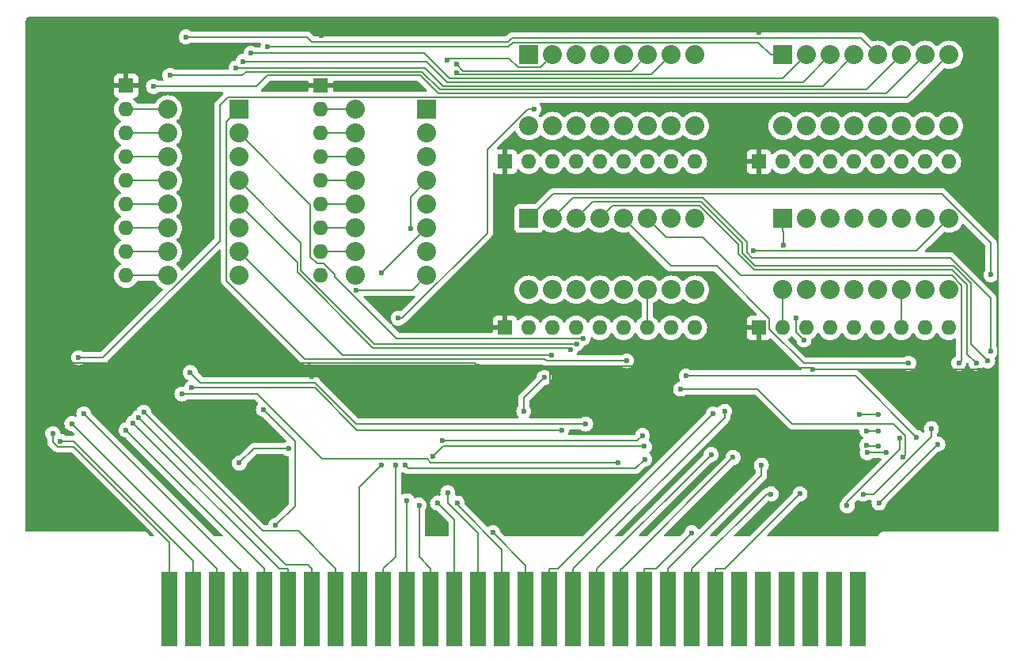
<source format=gbr>
%TF.GenerationSoftware,KiCad,Pcbnew,8.0.2*%
%TF.CreationDate,2025-01-11T19:36:36+01:00*%
%TF.ProjectId,bytecradle-6502-expansion-board,62797465-6372-4616-946c-652d36353032,rev?*%
%TF.SameCoordinates,Original*%
%TF.FileFunction,Copper,L1,Top*%
%TF.FilePolarity,Positive*%
%FSLAX46Y46*%
G04 Gerber Fmt 4.6, Leading zero omitted, Abs format (unit mm)*
G04 Created by KiCad (PCBNEW 8.0.2) date 2025-01-11 19:36:36*
%MOMM*%
%LPD*%
G01*
G04 APERTURE LIST*
%TA.AperFunction,ComponentPad*%
%ADD10R,1.600000X1.600000*%
%TD*%
%TA.AperFunction,ComponentPad*%
%ADD11O,1.600000X1.600000*%
%TD*%
%TA.AperFunction,ComponentPad*%
%ADD12R,2.032000X2.032000*%
%TD*%
%TA.AperFunction,ComponentPad*%
%ADD13C,2.032000*%
%TD*%
%TA.AperFunction,SMDPad,CuDef*%
%ADD14R,1.800000X8.000000*%
%TD*%
%TA.AperFunction,ViaPad*%
%ADD15C,0.600000*%
%TD*%
%TA.AperFunction,Conductor*%
%ADD16C,0.200000*%
%TD*%
G04 APERTURE END LIST*
D10*
%TO.P,RN6,1,common*%
%TO.N,GND*%
X122174000Y-84328000D03*
D11*
%TO.P,RN6,2,R1*%
%TO.N,Net-(RN6-R1)*%
X124714000Y-84328000D03*
%TO.P,RN6,3,R2*%
%TO.N,Net-(RN6-R2)*%
X127254000Y-84328000D03*
%TO.P,RN6,4,R3*%
%TO.N,Net-(RN6-R3)*%
X129794000Y-84328000D03*
%TO.P,RN6,5,R4*%
%TO.N,Net-(RN6-R4)*%
X132334000Y-84328000D03*
%TO.P,RN6,6,R5*%
%TO.N,Net-(RN6-R5)*%
X134874000Y-84328000D03*
%TO.P,RN6,7,R6*%
%TO.N,Net-(RN6-R6)*%
X137414000Y-84328000D03*
%TO.P,RN6,8,R7*%
%TO.N,Net-(RN6-R7)*%
X139954000Y-84328000D03*
%TO.P,RN6,9,R8*%
%TO.N,Net-(RN6-R8)*%
X142494000Y-84328000D03*
%TD*%
D10*
%TO.P,RN5,1,common*%
%TO.N,GND*%
X75291500Y-58420000D03*
D11*
%TO.P,RN5,2,R1*%
%TO.N,Net-(RN5-R1)*%
X75291500Y-60960000D03*
%TO.P,RN5,3,R2*%
%TO.N,Net-(RN5-R2)*%
X75291500Y-63500000D03*
%TO.P,RN5,4,R3*%
%TO.N,Net-(RN5-R3)*%
X75291500Y-66040000D03*
%TO.P,RN5,5,R4*%
%TO.N,Net-(RN5-R4)*%
X75291500Y-68580000D03*
%TO.P,RN5,6,R5*%
%TO.N,Net-(RN5-R5)*%
X75291500Y-71120000D03*
%TO.P,RN5,7,R6*%
%TO.N,Net-(RN5-R6)*%
X75291500Y-73660000D03*
%TO.P,RN5,8,R7*%
%TO.N,Net-(RN5-R7)*%
X75291500Y-76200000D03*
%TO.P,RN5,9,R8*%
%TO.N,Net-(RN5-R8)*%
X75291500Y-78740000D03*
%TD*%
D10*
%TO.P,RN4,1,common*%
%TO.N,GND*%
X54463500Y-58420000D03*
D11*
%TO.P,RN4,2,R1*%
%TO.N,Net-(RN4-R1)*%
X54463500Y-60960000D03*
%TO.P,RN4,3,R2*%
%TO.N,Net-(RN4-R2)*%
X54463500Y-63500000D03*
%TO.P,RN4,4,R3*%
%TO.N,Net-(RN4-R3)*%
X54463500Y-66040000D03*
%TO.P,RN4,5,R4*%
%TO.N,Net-(RN4-R4)*%
X54463500Y-68580000D03*
%TO.P,RN4,6,R5*%
%TO.N,Net-(RN4-R5)*%
X54463500Y-71120000D03*
%TO.P,RN4,7,R6*%
%TO.N,Net-(RN4-R6)*%
X54463500Y-73660000D03*
%TO.P,RN4,8,R7*%
%TO.N,Net-(RN4-R7)*%
X54463500Y-76200000D03*
%TO.P,RN4,9,R8*%
%TO.N,Net-(RN4-R8)*%
X54463500Y-78740000D03*
%TD*%
D10*
%TO.P,RN3,1,common*%
%TO.N,GND*%
X94996000Y-84328000D03*
D11*
%TO.P,RN3,2,R1*%
%TO.N,Net-(RN3-R1)*%
X97536000Y-84328000D03*
%TO.P,RN3,3,R2*%
%TO.N,Net-(RN3-R2)*%
X100076000Y-84328000D03*
%TO.P,RN3,4,R3*%
%TO.N,Net-(RN3-R3)*%
X102616000Y-84328000D03*
%TO.P,RN3,5,R4*%
%TO.N,Net-(RN3-R4)*%
X105156000Y-84328000D03*
%TO.P,RN3,6,R5*%
%TO.N,Net-(RN3-R5)*%
X107696000Y-84328000D03*
%TO.P,RN3,7,R6*%
%TO.N,Net-(RN3-R6)*%
X110236000Y-84328000D03*
%TO.P,RN3,8,R7*%
%TO.N,Net-(RN3-R7)*%
X112776000Y-84328000D03*
%TO.P,RN3,9,R8*%
%TO.N,Net-(RN3-R8)*%
X115316000Y-84328000D03*
%TD*%
D10*
%TO.P,RN2,1,common*%
%TO.N,GND*%
X122174000Y-66548000D03*
D11*
%TO.P,RN2,2,R1*%
%TO.N,Net-(RN2-R1)*%
X124714000Y-66548000D03*
%TO.P,RN2,3,R2*%
%TO.N,Net-(RN2-R2)*%
X127254000Y-66548000D03*
%TO.P,RN2,4,R3*%
%TO.N,Net-(RN2-R3)*%
X129794000Y-66548000D03*
%TO.P,RN2,5,R4*%
%TO.N,Net-(RN2-R4)*%
X132334000Y-66548000D03*
%TO.P,RN2,6,R5*%
%TO.N,Net-(RN2-R5)*%
X134874000Y-66548000D03*
%TO.P,RN2,7,R6*%
%TO.N,Net-(RN2-R6)*%
X137414000Y-66548000D03*
%TO.P,RN2,8,R7*%
%TO.N,Net-(RN2-R7)*%
X139954000Y-66548000D03*
%TO.P,RN2,9,R8*%
%TO.N,Net-(RN2-R8)*%
X142494000Y-66548000D03*
%TD*%
D10*
%TO.P,RN1,1,common*%
%TO.N,GND*%
X94996000Y-66548000D03*
D11*
%TO.P,RN1,2,R1*%
%TO.N,Net-(RN1-R1)*%
X97536000Y-66548000D03*
%TO.P,RN1,3,R2*%
%TO.N,Net-(RN1-R2)*%
X100076000Y-66548000D03*
%TO.P,RN1,4,R3*%
%TO.N,Net-(RN1-R3)*%
X102616000Y-66548000D03*
%TO.P,RN1,5,R4*%
%TO.N,Net-(RN1-R4)*%
X105156000Y-66548000D03*
%TO.P,RN1,6,R5*%
%TO.N,Net-(RN1-R5)*%
X107696000Y-66548000D03*
%TO.P,RN1,7,R6*%
%TO.N,Net-(RN1-R6)*%
X110236000Y-66548000D03*
%TO.P,RN1,8,R7*%
%TO.N,Net-(RN1-R7)*%
X112776000Y-66548000D03*
%TO.P,RN1,9,R8*%
%TO.N,Net-(RN1-R8)*%
X115316000Y-66548000D03*
%TD*%
D12*
%TO.P,BAR6,1,A*%
%TO.N,Net-(U1-B7)*%
X124714000Y-72644000D03*
D13*
%TO.P,BAR6,2,A*%
%TO.N,Net-(U1-B6)*%
X127254000Y-72644000D03*
%TO.P,BAR6,3,A*%
%TO.N,Net-(U1-B5)*%
X129794000Y-72644000D03*
%TO.P,BAR6,4,A*%
%TO.N,Net-(U1-B4)*%
X132334000Y-72644000D03*
%TO.P,BAR6,5,A*%
%TO.N,Net-(U1-B3)*%
X134874000Y-72644000D03*
%TO.P,BAR6,6,A*%
%TO.N,Net-(U1-B2)*%
X137414000Y-72644000D03*
%TO.P,BAR6,7,A*%
%TO.N,Net-(U1-B1)*%
X139954000Y-72644000D03*
%TO.P,BAR6,8,A*%
%TO.N,Net-(U1-B0)*%
X142494000Y-72644000D03*
%TO.P,BAR6,9,K*%
%TO.N,Net-(RN6-R8)*%
X142494000Y-80264000D03*
%TO.P,BAR6,10,K*%
%TO.N,Net-(RN6-R7)*%
X139954000Y-80264000D03*
%TO.P,BAR6,11,K*%
%TO.N,Net-(RN6-R6)*%
X137414000Y-80264000D03*
%TO.P,BAR6,12,K*%
%TO.N,Net-(RN6-R5)*%
X134874000Y-80264000D03*
%TO.P,BAR6,13,K*%
%TO.N,Net-(RN6-R4)*%
X132334000Y-80264000D03*
%TO.P,BAR6,14,K*%
%TO.N,Net-(RN6-R3)*%
X129794000Y-80264000D03*
%TO.P,BAR6,15,K*%
%TO.N,Net-(RN6-R2)*%
X127254000Y-80264000D03*
%TO.P,BAR6,16,K*%
%TO.N,Net-(RN6-R1)*%
X124714000Y-80264000D03*
%TD*%
D12*
%TO.P,BAR5,1,A*%
%TO.N,Net-(U4-B7)*%
X86614000Y-60960000D03*
D13*
%TO.P,BAR5,2,A*%
%TO.N,Net-(U4-B6)*%
X86614000Y-63500000D03*
%TO.P,BAR5,3,A*%
%TO.N,Net-(U4-B5)*%
X86614000Y-66040000D03*
%TO.P,BAR5,4,A*%
%TO.N,Net-(U4-B4)*%
X86614000Y-68580000D03*
%TO.P,BAR5,5,A*%
%TO.N,Net-(U4-B3)*%
X86614000Y-71120000D03*
%TO.P,BAR5,6,A*%
%TO.N,Net-(U4-B2)*%
X86614000Y-73660000D03*
%TO.P,BAR5,7,A*%
%TO.N,Net-(U4-B1)*%
X86614000Y-76200000D03*
%TO.P,BAR5,8,A*%
%TO.N,Net-(U4-B0)*%
X86614000Y-78740000D03*
%TO.P,BAR5,9,K*%
%TO.N,Net-(RN5-R8)*%
X78994000Y-78740000D03*
%TO.P,BAR5,10,K*%
%TO.N,Net-(RN5-R7)*%
X78994000Y-76200000D03*
%TO.P,BAR5,11,K*%
%TO.N,Net-(RN5-R6)*%
X78994000Y-73660000D03*
%TO.P,BAR5,12,K*%
%TO.N,Net-(RN5-R5)*%
X78994000Y-71120000D03*
%TO.P,BAR5,13,K*%
%TO.N,Net-(RN5-R4)*%
X78994000Y-68580000D03*
%TO.P,BAR5,14,K*%
%TO.N,Net-(RN5-R3)*%
X78994000Y-66040000D03*
%TO.P,BAR5,15,K*%
%TO.N,Net-(RN5-R2)*%
X78994000Y-63500000D03*
%TO.P,BAR5,16,K*%
%TO.N,Net-(RN5-R1)*%
X78994000Y-60960000D03*
%TD*%
D12*
%TO.P,BAR4,1,A*%
%TO.N,Net-(U5-B7)*%
X66548000Y-60960000D03*
D13*
%TO.P,BAR4,2,A*%
%TO.N,Net-(U5-B6)*%
X66548000Y-63500000D03*
%TO.P,BAR4,3,A*%
%TO.N,Net-(U5-B5)*%
X66548000Y-66040000D03*
%TO.P,BAR4,4,A*%
%TO.N,Net-(U5-B4)*%
X66548000Y-68580000D03*
%TO.P,BAR4,5,A*%
%TO.N,Net-(U5-B3)*%
X66548000Y-71120000D03*
%TO.P,BAR4,6,A*%
%TO.N,Net-(U5-B2)*%
X66548000Y-73660000D03*
%TO.P,BAR4,7,A*%
%TO.N,Net-(U5-B1)*%
X66548000Y-76200000D03*
%TO.P,BAR4,8,A*%
%TO.N,Net-(U5-B0)*%
X66548000Y-78740000D03*
%TO.P,BAR4,9,K*%
%TO.N,Net-(RN4-R8)*%
X58928000Y-78740000D03*
%TO.P,BAR4,10,K*%
%TO.N,Net-(RN4-R7)*%
X58928000Y-76200000D03*
%TO.P,BAR4,11,K*%
%TO.N,Net-(RN4-R6)*%
X58928000Y-73660000D03*
%TO.P,BAR4,12,K*%
%TO.N,Net-(RN4-R5)*%
X58928000Y-71120000D03*
%TO.P,BAR4,13,K*%
%TO.N,Net-(RN4-R4)*%
X58928000Y-68580000D03*
%TO.P,BAR4,14,K*%
%TO.N,Net-(RN4-R3)*%
X58928000Y-66040000D03*
%TO.P,BAR4,15,K*%
%TO.N,Net-(RN4-R2)*%
X58928000Y-63500000D03*
%TO.P,BAR4,16,K*%
%TO.N,Net-(RN4-R1)*%
X58928000Y-60960000D03*
%TD*%
D12*
%TO.P,BAR3,1,A*%
%TO.N,Net-(U6-B7)*%
X97536000Y-72644000D03*
D13*
%TO.P,BAR3,2,A*%
%TO.N,Net-(U6-B6)*%
X100076000Y-72644000D03*
%TO.P,BAR3,3,A*%
%TO.N,Net-(U6-B5)*%
X102616000Y-72644000D03*
%TO.P,BAR3,4,A*%
%TO.N,Net-(U6-B4)*%
X105156000Y-72644000D03*
%TO.P,BAR3,5,A*%
%TO.N,Net-(U6-B3)*%
X107696000Y-72644000D03*
%TO.P,BAR3,6,A*%
%TO.N,Net-(U6-B2)*%
X110236000Y-72644000D03*
%TO.P,BAR3,7,A*%
%TO.N,Net-(U6-B1)*%
X112776000Y-72644000D03*
%TO.P,BAR3,8,A*%
%TO.N,Net-(U6-B0)*%
X115316000Y-72644000D03*
%TO.P,BAR3,9,K*%
%TO.N,Net-(RN3-R8)*%
X115316000Y-80264000D03*
%TO.P,BAR3,10,K*%
%TO.N,Net-(RN3-R7)*%
X112776000Y-80264000D03*
%TO.P,BAR3,11,K*%
%TO.N,Net-(RN3-R6)*%
X110236000Y-80264000D03*
%TO.P,BAR3,12,K*%
%TO.N,Net-(RN3-R5)*%
X107696000Y-80264000D03*
%TO.P,BAR3,13,K*%
%TO.N,Net-(RN3-R4)*%
X105156000Y-80264000D03*
%TO.P,BAR3,14,K*%
%TO.N,Net-(RN3-R3)*%
X102616000Y-80264000D03*
%TO.P,BAR3,15,K*%
%TO.N,Net-(RN3-R2)*%
X100076000Y-80264000D03*
%TO.P,BAR3,16,K*%
%TO.N,Net-(RN3-R1)*%
X97536000Y-80264000D03*
%TD*%
D12*
%TO.P,BAR2,1,A*%
%TO.N,Net-(U2-B7)*%
X124714000Y-55118000D03*
D13*
%TO.P,BAR2,2,A*%
%TO.N,Net-(U2-B6)*%
X127254000Y-55118000D03*
%TO.P,BAR2,3,A*%
%TO.N,Net-(U2-B5)*%
X129794000Y-55118000D03*
%TO.P,BAR2,4,A*%
%TO.N,Net-(U2-B4)*%
X132334000Y-55118000D03*
%TO.P,BAR2,5,A*%
%TO.N,Net-(U2-B3)*%
X134874000Y-55118000D03*
%TO.P,BAR2,6,A*%
%TO.N,Net-(U2-B2)*%
X137414000Y-55118000D03*
%TO.P,BAR2,7,A*%
%TO.N,Net-(U2-B1)*%
X139954000Y-55118000D03*
%TO.P,BAR2,8,A*%
%TO.N,Net-(U2-B0)*%
X142494000Y-55118000D03*
%TO.P,BAR2,9,K*%
%TO.N,Net-(RN2-R8)*%
X142494000Y-62738000D03*
%TO.P,BAR2,10,K*%
%TO.N,Net-(RN2-R7)*%
X139954000Y-62738000D03*
%TO.P,BAR2,11,K*%
%TO.N,Net-(RN2-R6)*%
X137414000Y-62738000D03*
%TO.P,BAR2,12,K*%
%TO.N,Net-(RN2-R5)*%
X134874000Y-62738000D03*
%TO.P,BAR2,13,K*%
%TO.N,Net-(RN2-R4)*%
X132334000Y-62738000D03*
%TO.P,BAR2,14,K*%
%TO.N,Net-(RN2-R3)*%
X129794000Y-62738000D03*
%TO.P,BAR2,15,K*%
%TO.N,Net-(RN2-R2)*%
X127254000Y-62738000D03*
%TO.P,BAR2,16,K*%
%TO.N,Net-(RN2-R1)*%
X124714000Y-62738000D03*
%TD*%
D12*
%TO.P,BAR1,1,A*%
%TO.N,Net-(U3-B7)*%
X97536000Y-55118000D03*
D13*
%TO.P,BAR1,2,A*%
%TO.N,Net-(U3-B6)*%
X100076000Y-55118000D03*
%TO.P,BAR1,3,A*%
%TO.N,Net-(U3-B5)*%
X102616000Y-55118000D03*
%TO.P,BAR1,4,A*%
%TO.N,Net-(U3-B4)*%
X105156000Y-55118000D03*
%TO.P,BAR1,5,A*%
%TO.N,Net-(U3-B3)*%
X107696000Y-55118000D03*
%TO.P,BAR1,6,A*%
%TO.N,Net-(U3-B2)*%
X110236000Y-55118000D03*
%TO.P,BAR1,7,A*%
%TO.N,Net-(U3-B1)*%
X112776000Y-55118000D03*
%TO.P,BAR1,8,A*%
%TO.N,Net-(U3-B0)*%
X115316000Y-55118000D03*
%TO.P,BAR1,9,K*%
%TO.N,Net-(RN1-R8)*%
X115316000Y-62738000D03*
%TO.P,BAR1,10,K*%
%TO.N,Net-(RN1-R7)*%
X112776000Y-62738000D03*
%TO.P,BAR1,11,K*%
%TO.N,Net-(RN1-R6)*%
X110236000Y-62738000D03*
%TO.P,BAR1,12,K*%
%TO.N,Net-(RN1-R5)*%
X107696000Y-62738000D03*
%TO.P,BAR1,13,K*%
%TO.N,Net-(RN1-R4)*%
X105156000Y-62738000D03*
%TO.P,BAR1,14,K*%
%TO.N,Net-(RN1-R3)*%
X102616000Y-62738000D03*
%TO.P,BAR1,15,K*%
%TO.N,Net-(RN1-R2)*%
X100076000Y-62738000D03*
%TO.P,BAR1,16,K*%
%TO.N,Net-(RN1-R1)*%
X97536000Y-62738000D03*
%TD*%
D14*
%TO.P,J1,1,Pin_1*%
%TO.N,A0*%
X59125000Y-114427000D03*
%TO.P,J1,2,Pin_2*%
%TO.N,A1*%
X61665000Y-114427000D03*
%TO.P,J1,3,Pin_3*%
%TO.N,A2*%
X64205000Y-114427000D03*
%TO.P,J1,4,Pin_4*%
%TO.N,A3*%
X66745000Y-114427000D03*
%TO.P,J1,5,Pin_5*%
%TO.N,A4*%
X69285000Y-114427000D03*
%TO.P,J1,6,Pin_6*%
%TO.N,A5*%
X71825000Y-114427000D03*
%TO.P,J1,7,Pin_7*%
%TO.N,A6*%
X74365000Y-114427000D03*
%TO.P,J1,8,Pin_8*%
%TO.N,A7*%
X76905000Y-114427000D03*
%TO.P,J1,9,Pin_9*%
%TO.N,A8*%
X79445000Y-114427000D03*
%TO.P,J1,10,Pin_10*%
%TO.N,A9*%
X81985000Y-114427000D03*
%TO.P,J1,11,Pin_11*%
%TO.N,A10*%
X84525000Y-114427000D03*
%TO.P,J1,12,Pin_12*%
%TO.N,A11*%
X87065000Y-114427000D03*
%TO.P,J1,13,Pin_13*%
%TO.N,A12*%
X89605000Y-114427000D03*
%TO.P,J1,14,Pin_14*%
%TO.N,A13*%
X92145000Y-114427000D03*
%TO.P,J1,15,Pin_15*%
%TO.N,A14*%
X94685000Y-114427000D03*
%TO.P,J1,16,Pin_16*%
%TO.N,A15*%
X97225000Y-114427000D03*
%TO.P,J1,17,Pin_17*%
%TO.N,D0*%
X99765000Y-114427000D03*
%TO.P,J1,18,Pin_18*%
%TO.N,D1*%
X102305000Y-114427000D03*
%TO.P,J1,19,Pin_19*%
%TO.N,D2*%
X104845000Y-114427000D03*
%TO.P,J1,20,Pin_20*%
%TO.N,D3*%
X107385000Y-114427000D03*
%TO.P,J1,21,Pin_21*%
%TO.N,D4*%
X109925000Y-114427000D03*
%TO.P,J1,22,Pin_22*%
%TO.N,D5*%
X112465000Y-114427000D03*
%TO.P,J1,23,Pin_23*%
%TO.N,D6*%
X115005000Y-114427000D03*
%TO.P,J1,24,Pin_24*%
%TO.N,D7*%
X117545000Y-114427000D03*
%TO.P,J1,25,Pin_25*%
%TO.N,R{slash}~{W}*%
X120085000Y-114427000D03*
%TO.P,J1,26,Pin_26*%
%TO.N,CLK*%
X122625000Y-114427000D03*
%TO.P,J1,27,Pin_27*%
%TO.N,~{RES}*%
X125165000Y-114427000D03*
%TO.P,J1,28,Pin_28*%
%TO.N,~{IRQ}*%
X127705000Y-114427000D03*
%TO.P,J1,29,Pin_29*%
%TO.N,~{I{slash}O}*%
X130245000Y-114427000D03*
%TO.P,J1,30,Pin_30*%
%TO.N,~{NMI}*%
X132785000Y-114427000D03*
%TD*%
D15*
%TO.N,A0*%
X46617600Y-95658900D03*
%TO.N,A1*%
X47401500Y-96475400D03*
%TO.N,D4*%
X114982800Y-106288000D03*
%TO.N,D1*%
X118500300Y-93277000D03*
%TO.N,A11*%
X85806800Y-103323300D03*
%TO.N,PA4*%
X69148100Y-93084500D03*
X70443700Y-105499500D03*
%TO.N,BANK4*%
X137257700Y-96143000D03*
X131602100Y-103392700D03*
%TO.N,D3*%
X119406900Y-98215300D03*
%TO.N,A5*%
X55217800Y-94508400D03*
%TO.N,A14*%
X89893000Y-103088900D03*
%TO.N,A13*%
X88878000Y-101989200D03*
%TO.N,A3*%
X49938600Y-93539300D03*
%TO.N,A8*%
X81755300Y-99054400D03*
%TO.N,RAMBANK*%
X140618600Y-95127400D03*
X133310400Y-102158400D03*
%TO.N,A12*%
X87787600Y-103091700D03*
%TO.N,D6*%
X123478200Y-102123700D03*
%TO.N,D2*%
X117060500Y-97911400D03*
%TO.N,GND*%
X127889000Y-88773000D03*
X109982000Y-88646000D03*
X92075000Y-88484000D03*
X74295000Y-89535000D03*
X45431000Y-88138000D03*
X56261000Y-88392000D03*
X54483000Y-53086000D03*
X75311000Y-53051000D03*
X94996000Y-52670000D03*
X122174000Y-52705000D03*
X145796000Y-88900000D03*
X135636000Y-105029000D03*
X64613900Y-88138000D03*
X99810000Y-92819600D03*
%TO.N,A10*%
X84525000Y-102846200D03*
%TO.N,D7*%
X126565000Y-102122900D03*
%TO.N,REG7*%
X141319700Y-96793400D03*
X135021600Y-103091500D03*
%TO.N,A2*%
X48674500Y-94596400D03*
%TO.N,BANK3*%
X135774600Y-97709300D03*
X133757000Y-97709300D03*
%TO.N,A9*%
X83281900Y-99043000D03*
%TO.N,BANK0*%
X134982800Y-93617900D03*
X132891400Y-93617900D03*
%TO.N,A7*%
X56341100Y-93368300D03*
%TO.N,D5*%
X122425600Y-99037700D03*
%TO.N,A4*%
X54442100Y-95284000D03*
%TO.N,BANK2*%
X134974400Y-97014000D03*
X133688900Y-96909100D03*
%TO.N,A15*%
X93709800Y-106244700D03*
%TO.N,D0*%
X117264800Y-93544400D03*
%TO.N,A6*%
X55783600Y-93942400D03*
%TO.N,BANK1*%
X134967700Y-95350900D03*
X133696800Y-95350900D03*
%TO.N,Net-(U1-B0)*%
X121550800Y-76087500D03*
%TO.N,Net-(U1-B7)*%
X126986700Y-85630100D03*
X126153700Y-83294600D03*
X124804400Y-75477500D03*
%TO.N,Net-(U4-B0)*%
X79086000Y-80304200D03*
%TO.N,Net-(U4-B2)*%
X81818600Y-78451200D03*
%TO.N,Net-(U4-B4)*%
X84898200Y-73687900D03*
%TO.N,Net-(U4-B1)*%
X66580600Y-98816400D03*
X71876100Y-97281900D03*
%TO.N,Net-(U5-B0)*%
X61491000Y-90763400D03*
X101058700Y-95270600D03*
%TO.N,Net-(U5-B3)*%
X102006800Y-86694700D03*
%TO.N,Net-(U5-B2)*%
X103632000Y-94634700D03*
X61314000Y-89125200D03*
%TO.N,Net-(U5-B6)*%
X103350400Y-85460000D03*
%TO.N,Net-(U5-B7)*%
X108011700Y-87870800D03*
%TO.N,Net-(U5-B4)*%
X102654700Y-86069500D03*
%TO.N,Net-(U5-B5)*%
X107117000Y-98779200D03*
X60427200Y-91416600D03*
%TO.N,Net-(U5-B1)*%
X100022600Y-87269800D03*
%TO.N,Net-(U6-B2)*%
X143561000Y-88138000D03*
%TO.N,Net-(U6-B6)*%
X146947100Y-86837300D03*
%TO.N,Net-(U6-B0)*%
X114387700Y-89496900D03*
X139057000Y-96060200D03*
%TO.N,Net-(U6-B1)*%
X137576100Y-98179700D03*
X113787500Y-90900200D03*
%TO.N,Net-(U6-B7)*%
X147002500Y-78668500D03*
%TO.N,Net-(U6-B3)*%
X138194500Y-88138000D03*
%TO.N,Net-(U6-B4)*%
X145415000Y-88138000D03*
%TO.N,Net-(U6-B5)*%
X146635800Y-87878600D03*
%TO.N,Net-(U2-B6)*%
X67831700Y-54942100D03*
%TO.N,Net-(U2-B3)*%
X60878500Y-53198300D03*
%TO.N,Net-(U2-B5)*%
X66993100Y-55817800D03*
%TO.N,Net-(U2-B1)*%
X57390400Y-58503100D03*
%TO.N,Net-(U2-B7)*%
X69615600Y-54281300D03*
%TO.N,Net-(U2-B4)*%
X66227200Y-56519400D03*
%TO.N,Net-(U2-B0)*%
X49387800Y-87536700D03*
%TO.N,Net-(U2-B2)*%
X59149400Y-57319600D03*
%TO.N,Net-(U3-B7)*%
X99197700Y-89662700D03*
X97005100Y-93286300D03*
%TO.N,Net-(U3-B4)*%
X88265900Y-96428800D03*
X109709000Y-95873700D03*
%TO.N,Net-(U3-B0)*%
X84301200Y-99049900D03*
X109941800Y-98412000D03*
%TO.N,Net-(U3-B2)*%
X89812800Y-56146300D03*
%TO.N,Net-(U3-B3)*%
X87299800Y-98104400D03*
X109909000Y-97038500D03*
%TO.N,Net-(U3-B1)*%
X89811700Y-57002200D03*
%TO.N,Net-(U3-B6)*%
X88800400Y-55671600D03*
%TO.N,Net-(U3-B5)*%
X98096600Y-60929300D03*
X83565700Y-83309000D03*
%TD*%
D16*
%TO.N,A0*%
X59125000Y-107315686D02*
X59125000Y-114427000D01*
X48884714Y-97075400D02*
X59125000Y-107315686D01*
X47152971Y-97075400D02*
X48884714Y-97075400D01*
X46617600Y-95658900D02*
X46617600Y-96540029D01*
X46617600Y-96540029D02*
X47152971Y-97075400D01*
%TO.N,A1*%
X61665000Y-109290000D02*
X61665000Y-114427000D01*
X48850400Y-96475400D02*
X61665000Y-109290000D01*
X47401500Y-96475400D02*
X48850400Y-96475400D01*
%TO.N,D4*%
X111143900Y-110126900D02*
X114982800Y-106288000D01*
X109925000Y-110126900D02*
X111143900Y-110126900D01*
X109925000Y-114427000D02*
X109925000Y-110126900D01*
%TO.N,D1*%
X118500300Y-93931600D02*
X102305000Y-110126900D01*
X118500300Y-93277000D02*
X118500300Y-93931600D01*
X102305000Y-114427000D02*
X102305000Y-110126900D01*
%TO.N,A11*%
X87065000Y-114427000D02*
X87065000Y-110126900D01*
X85806800Y-108868700D02*
X85806800Y-103323300D01*
X87065000Y-110126900D02*
X85806800Y-108868700D01*
%TO.N,PA4*%
X72516500Y-103426700D02*
X70443700Y-105499500D01*
X72516500Y-96452900D02*
X72516500Y-103426700D01*
X69148100Y-93084500D02*
X72516500Y-96452900D01*
%TO.N,BANK4*%
X137257700Y-97342500D02*
X137257700Y-96143000D01*
X131602100Y-102998100D02*
X137257700Y-97342500D01*
X131602100Y-103392700D02*
X131602100Y-102998100D01*
%TO.N,D3*%
X107495300Y-110126900D02*
X107385000Y-110126900D01*
X119406900Y-98215300D02*
X107495300Y-110126900D01*
X107385000Y-114427000D02*
X107385000Y-110126900D01*
%TO.N,A5*%
X71825000Y-114427000D02*
X71825000Y-110126900D01*
X70836300Y-110126900D02*
X55217800Y-94508400D01*
X71825000Y-110126900D02*
X70836300Y-110126900D01*
%TO.N,A14*%
X94685000Y-108068500D02*
X94685000Y-114427000D01*
X89893000Y-103276500D02*
X94685000Y-108068500D01*
X89893000Y-103088900D02*
X89893000Y-103276500D01*
%TO.N,A13*%
X92145000Y-106354100D02*
X92145000Y-114427000D01*
X88878000Y-103087100D02*
X92145000Y-106354100D01*
X88878000Y-101989200D02*
X88878000Y-103087100D01*
%TO.N,A3*%
X66745000Y-114427000D02*
X66745000Y-110126900D01*
X66526200Y-110126900D02*
X49938600Y-93539300D01*
X66745000Y-110126900D02*
X66526200Y-110126900D01*
%TO.N,A8*%
X79445000Y-101364700D02*
X79445000Y-114427000D01*
X81755300Y-99054400D02*
X79445000Y-101364700D01*
%TO.N,RAMBANK*%
X140618600Y-95985900D02*
X140618600Y-95127400D01*
X134446100Y-102158400D02*
X140618600Y-95985900D01*
X133310400Y-102158400D02*
X134446100Y-102158400D01*
%TO.N,A12*%
X89605000Y-104909100D02*
X87787600Y-103091700D01*
X89605000Y-114427000D02*
X89605000Y-104909100D01*
%TO.N,D6*%
X115005000Y-114427000D02*
X115005000Y-110126900D01*
X123008200Y-102123700D02*
X123478200Y-102123700D01*
X115005000Y-110126900D02*
X123008200Y-102123700D01*
%TO.N,D2*%
X104845000Y-114427000D02*
X104845000Y-110126900D01*
X104845000Y-110126900D02*
X117060500Y-97911400D01*
%TO.N,GND*%
X145669000Y-88773000D02*
X145796000Y-88900000D01*
X127889000Y-88773000D02*
X145669000Y-88773000D01*
X122174000Y-88265000D02*
X122555000Y-88646000D01*
X122174000Y-84328000D02*
X122174000Y-88265000D01*
X109982000Y-88646000D02*
X122555000Y-88646000D01*
X127762000Y-88646000D02*
X127889000Y-88773000D01*
X122555000Y-88646000D02*
X127762000Y-88646000D01*
X74295000Y-88519000D02*
X74295000Y-89535000D01*
X73914000Y-88138000D02*
X74295000Y-88519000D01*
X56007000Y-88138000D02*
X56261000Y-88392000D01*
X55880000Y-88138000D02*
X56007000Y-88138000D01*
X54483000Y-52197000D02*
X54483000Y-53086000D01*
X55118000Y-51562000D02*
X54483000Y-52197000D01*
X75692000Y-51562000D02*
X55118000Y-51562000D01*
X75438000Y-52924000D02*
X75311000Y-53051000D01*
X75438000Y-51816000D02*
X75438000Y-52924000D01*
X75692000Y-51562000D02*
X75438000Y-51816000D01*
X96104000Y-51562000D02*
X75692000Y-51562000D01*
X96104000Y-51562000D02*
X94996000Y-52670000D01*
X123317000Y-51562000D02*
X96104000Y-51562000D01*
X123317000Y-51562000D02*
X122174000Y-52705000D01*
X130302000Y-51562000D02*
X123317000Y-51562000D01*
X130429000Y-51435000D02*
X130302000Y-51562000D01*
X147193000Y-51435000D02*
X130429000Y-51435000D01*
X147701000Y-51943000D02*
X147193000Y-51435000D01*
X147701000Y-89535000D02*
X147701000Y-51943000D01*
X147066000Y-88900000D02*
X145796000Y-88900000D01*
X147701000Y-89535000D02*
X147066000Y-88900000D01*
X147701000Y-104267000D02*
X147701000Y-89535000D01*
X146939000Y-105029000D02*
X147701000Y-104267000D01*
X135636000Y-105029000D02*
X146939000Y-105029000D01*
X45339000Y-88138000D02*
X45431000Y-88138000D01*
X44958000Y-87757000D02*
X45339000Y-88138000D01*
X44958000Y-52324000D02*
X44958000Y-87757000D01*
X45720000Y-51562000D02*
X44958000Y-52324000D01*
X55118000Y-51562000D02*
X45720000Y-51562000D01*
X45431000Y-88138000D02*
X55880000Y-88138000D01*
X55880000Y-88138000D02*
X56007000Y-88138000D01*
X56007000Y-88138000D02*
X64613900Y-88138000D01*
X64613900Y-88138000D02*
X73914000Y-88138000D01*
X92075000Y-88484000D02*
X100105800Y-88484000D01*
X109820000Y-88484000D02*
X109982000Y-88646000D01*
X100105800Y-88484000D02*
X109820000Y-88484000D01*
X99810000Y-88779800D02*
X99810000Y-92819600D01*
X100105800Y-88484000D02*
X99810000Y-88779800D01*
X91729000Y-88138000D02*
X92075000Y-88484000D01*
X73914000Y-88138000D02*
X91729000Y-88138000D01*
%TO.N,A10*%
X84525000Y-102846200D02*
X84525000Y-114427000D01*
%TO.N,D7*%
X117545000Y-114427000D02*
X117545000Y-110126900D01*
X118561000Y-110126900D02*
X126565000Y-102122900D01*
X117545000Y-110126900D02*
X118561000Y-110126900D01*
%TO.N,REG7*%
X141319700Y-96793400D02*
X135021600Y-103091500D01*
%TO.N,A2*%
X64205000Y-114427000D02*
X64205000Y-110126900D01*
X64205000Y-110126900D02*
X48674500Y-94596400D01*
%TO.N,BANK3*%
X133757000Y-97709300D02*
X135774600Y-97709300D01*
%TO.N,A9*%
X81985000Y-114427000D02*
X81985000Y-110126900D01*
X83281900Y-108830000D02*
X81985000Y-110126900D01*
X83281900Y-99043000D02*
X83281900Y-108830000D01*
%TO.N,BANK0*%
X132891400Y-93617900D02*
X134982800Y-93617900D01*
%TO.N,A7*%
X76905000Y-114427000D02*
X76905000Y-110126900D01*
X69072500Y-106099700D02*
X56341100Y-93368300D01*
X72877800Y-106099700D02*
X69072500Y-106099700D01*
X76905000Y-110126900D02*
X72877800Y-106099700D01*
%TO.N,D5*%
X112465000Y-114427000D02*
X112465000Y-110126900D01*
X122425600Y-100166300D02*
X112465000Y-110126900D01*
X122425600Y-99037700D02*
X122425600Y-100166300D01*
%TO.N,A4*%
X69285000Y-114427000D02*
X69285000Y-110126900D01*
X69285000Y-110126900D02*
X54442100Y-95284000D01*
%TO.N,BANK2*%
X133793800Y-97014000D02*
X133688900Y-96909100D01*
X134974400Y-97014000D02*
X133793800Y-97014000D01*
%TO.N,A15*%
X97225000Y-109759900D02*
X97225000Y-114427000D01*
X93709800Y-106244700D02*
X97225000Y-109759900D01*
%TO.N,D0*%
X100682300Y-110126900D02*
X99765000Y-110126900D01*
X117264800Y-93544400D02*
X100682300Y-110126900D01*
X99765000Y-114427000D02*
X99765000Y-110126900D01*
%TO.N,A6*%
X74365000Y-114427000D02*
X74365000Y-110126900D01*
X73906200Y-109668100D02*
X74365000Y-110126900D01*
X71509300Y-109668100D02*
X73906200Y-109668100D01*
X55783600Y-93942400D02*
X71509300Y-109668100D01*
%TO.N,BANK1*%
X133696800Y-95350900D02*
X134967700Y-95350900D01*
%TO.N,Net-(RN6-R6)*%
X137414000Y-80264000D02*
X137414000Y-84328000D01*
%TO.N,Net-(U1-B0)*%
X139050500Y-76087500D02*
X121550800Y-76087500D01*
X142494000Y-72644000D02*
X139050500Y-76087500D01*
%TO.N,Net-(U1-B7)*%
X124714000Y-72644000D02*
X124714000Y-73960100D01*
X126153700Y-84797100D02*
X126986700Y-85630100D01*
X126153700Y-83294600D02*
X126153700Y-84797100D01*
X124804400Y-74050500D02*
X124714000Y-73960100D01*
X124804400Y-75477500D02*
X124804400Y-74050500D01*
%TO.N,Net-(RN6-R1)*%
X124714000Y-80264000D02*
X124714000Y-84328000D01*
%TO.N,Net-(RN5-R2)*%
X78994000Y-63500000D02*
X75291500Y-63500000D01*
%TO.N,Net-(RN5-R6)*%
X78994000Y-73660000D02*
X75291500Y-73660000D01*
%TO.N,Net-(RN5-R1)*%
X78994000Y-60960000D02*
X75291500Y-60960000D01*
%TO.N,Net-(U4-B0)*%
X85049800Y-80304200D02*
X79086000Y-80304200D01*
X86614000Y-78740000D02*
X85049800Y-80304200D01*
%TO.N,Net-(RN5-R7)*%
X78994000Y-76200000D02*
X75291500Y-76200000D01*
%TO.N,Net-(RN5-R4)*%
X78994000Y-68580000D02*
X75291500Y-68580000D01*
%TO.N,Net-(U4-B2)*%
X86609800Y-73660000D02*
X86614000Y-73660000D01*
X81818600Y-78451200D02*
X86609800Y-73660000D01*
%TO.N,Net-(U4-B4)*%
X84898200Y-70295800D02*
X86614000Y-68580000D01*
X84898200Y-73687900D02*
X84898200Y-70295800D01*
%TO.N,Net-(RN5-R3)*%
X78994000Y-66040000D02*
X75291500Y-66040000D01*
%TO.N,Net-(U4-B1)*%
X68115100Y-97281900D02*
X71876100Y-97281900D01*
X66580600Y-98816400D02*
X68115100Y-97281900D01*
%TO.N,Net-(RN5-R5)*%
X78994000Y-71120000D02*
X75291500Y-71120000D01*
%TO.N,Net-(U5-B0)*%
X74666800Y-90763400D02*
X61491000Y-90763400D01*
X79174000Y-95270600D02*
X74666800Y-90763400D01*
X101058700Y-95270600D02*
X79174000Y-95270600D01*
%TO.N,Net-(U5-B3)*%
X101781700Y-86469600D02*
X102006800Y-86694700D01*
X80821100Y-86469600D02*
X101781700Y-86469600D01*
X72767000Y-78415500D02*
X80821100Y-86469600D01*
X72767000Y-77339000D02*
X72767000Y-78415500D01*
X66548000Y-71120000D02*
X72767000Y-77339000D01*
%TO.N,Net-(RN4-R7)*%
X58928000Y-76200000D02*
X54463500Y-76200000D01*
%TO.N,Net-(U5-B2)*%
X103632000Y-94634600D02*
X103632000Y-94634700D01*
X79111800Y-94634600D02*
X103632000Y-94634600D01*
X74699200Y-90222000D02*
X79111800Y-94634600D01*
X62410800Y-90222000D02*
X74699200Y-90222000D01*
X61314000Y-89125200D02*
X62410800Y-90222000D01*
%TO.N,Net-(RN4-R4)*%
X58928000Y-68580000D02*
X54463500Y-68580000D01*
%TO.N,Net-(U5-B6)*%
X83388900Y-85460000D02*
X103350400Y-85460000D01*
X76820300Y-78891400D02*
X83388900Y-85460000D01*
X76820300Y-78624800D02*
X76820300Y-78891400D01*
X75624300Y-77428800D02*
X76820300Y-78624800D01*
X74887100Y-77428800D02*
X75624300Y-77428800D01*
X74191300Y-76733000D02*
X74887100Y-77428800D01*
X74191300Y-71143300D02*
X74191300Y-76733000D01*
X66548000Y-63500000D02*
X74191300Y-71143300D01*
%TO.N,Net-(RN4-R6)*%
X58928000Y-73660000D02*
X54463500Y-73660000D01*
%TO.N,Net-(RN4-R3)*%
X58928000Y-66040000D02*
X54463500Y-66040000D01*
%TO.N,Net-(U5-B7)*%
X99458500Y-87870800D02*
X108011700Y-87870800D01*
X99259400Y-87671700D02*
X99458500Y-87870800D01*
X73606200Y-87671700D02*
X99259400Y-87671700D01*
X65213400Y-79278900D02*
X73606200Y-87671700D01*
X65213400Y-62294600D02*
X65213400Y-79278900D01*
X66548000Y-60960000D02*
X65213400Y-62294600D01*
%TO.N,Net-(RN4-R1)*%
X58928000Y-60960000D02*
X54463500Y-60960000D01*
%TO.N,Net-(RN4-R8)*%
X58928000Y-78740000D02*
X54463500Y-78740000D01*
%TO.N,Net-(U5-B4)*%
X81050600Y-86069500D02*
X102654700Y-86069500D01*
X73167100Y-78186000D02*
X81050600Y-86069500D01*
X73167100Y-75199100D02*
X73167100Y-78186000D01*
X66548000Y-68580000D02*
X73167100Y-75199100D01*
%TO.N,Net-(RN4-R5)*%
X58928000Y-71120000D02*
X54463500Y-71120000D01*
%TO.N,Net-(RN4-R2)*%
X58928000Y-63500000D02*
X54463500Y-63500000D01*
%TO.N,Net-(U5-B5)*%
X68445900Y-91416600D02*
X60427200Y-91416600D01*
X75400600Y-98371300D02*
X68445900Y-91416600D01*
X86661700Y-98371300D02*
X75400600Y-98371300D01*
X87069600Y-98779200D02*
X86661700Y-98371300D01*
X107117000Y-98779200D02*
X87069600Y-98779200D01*
%TO.N,Net-(U5-B1)*%
X77617800Y-87269800D02*
X100022600Y-87269800D01*
X66548000Y-76200000D02*
X77617800Y-87269800D01*
%TO.N,Net-(U6-B2)*%
X143882300Y-87816700D02*
X143561000Y-88138000D01*
X143882300Y-79775900D02*
X143882300Y-87816700D01*
X142785300Y-78678900D02*
X143882300Y-79775900D01*
X120187000Y-78678900D02*
X142785300Y-78678900D01*
X116167200Y-74659100D02*
X120187000Y-78678900D01*
X112251100Y-74659100D02*
X116167200Y-74659100D01*
X110236000Y-72644000D02*
X112251100Y-74659100D01*
%TO.N,Net-(U6-B6)*%
X102277900Y-70442100D02*
X100076000Y-72644000D01*
X116116600Y-70442100D02*
X102277900Y-70442100D01*
X120861700Y-75187200D02*
X116116600Y-70442100D01*
X120861700Y-76250100D02*
X120861700Y-75187200D01*
X121445700Y-76834100D02*
X120861700Y-76250100D01*
X142637900Y-76834100D02*
X121445700Y-76834100D01*
X146947100Y-81143300D02*
X142637900Y-76834100D01*
X146947100Y-86837300D02*
X146947100Y-81143300D01*
%TO.N,Net-(U6-B0)*%
X132493700Y-89496900D02*
X114387700Y-89496900D01*
X139057000Y-96060200D02*
X132493700Y-89496900D01*
%TO.N,Net-(RN3-R6)*%
X110236000Y-80264000D02*
X110236000Y-84328000D01*
%TO.N,Net-(U6-B1)*%
X122038300Y-90900200D02*
X113787500Y-90900200D01*
X125740100Y-94602000D02*
X122038300Y-90900200D01*
X136569600Y-94602000D02*
X125740100Y-94602000D01*
X137857900Y-95890300D02*
X136569600Y-94602000D01*
X137857900Y-97897900D02*
X137857900Y-95890300D01*
X137576100Y-98179700D02*
X137857900Y-97897900D01*
%TO.N,Net-(U6-B7)*%
X100179200Y-70000800D02*
X97536000Y-72644000D01*
X141723200Y-70000800D02*
X100179200Y-70000800D01*
X147002500Y-75280100D02*
X141723200Y-70000800D01*
X147002500Y-78668500D02*
X147002500Y-75280100D01*
%TO.N,Net-(U6-B3)*%
X112776000Y-77724000D02*
X107696000Y-72644000D01*
X117661200Y-77724000D02*
X112776000Y-77724000D01*
X123302500Y-83365300D02*
X117661200Y-77724000D01*
X123302500Y-84476100D02*
X123302500Y-83365300D01*
X126964400Y-88138000D02*
X123302500Y-84476100D01*
X138194500Y-88138000D02*
X126964400Y-88138000D01*
%TO.N,Net-(U6-B4)*%
X106496900Y-71303100D02*
X105156000Y-72644000D01*
X115845700Y-71303100D02*
X106496900Y-71303100D01*
X119941700Y-75399100D02*
X115845700Y-71303100D01*
X119941700Y-76462400D02*
X119941700Y-75399100D01*
X121616800Y-78137500D02*
X119941700Y-76462400D01*
X142809700Y-78137500D02*
X121616800Y-78137500D01*
X144423900Y-79751700D02*
X142809700Y-78137500D01*
X144423900Y-87146900D02*
X144423900Y-79751700D01*
X145415000Y-88138000D02*
X144423900Y-87146900D01*
%TO.N,Net-(U6-B5)*%
X104401700Y-70858300D02*
X102616000Y-72644000D01*
X115966800Y-70858300D02*
X104401700Y-70858300D01*
X120367100Y-75258600D02*
X115966800Y-70858300D01*
X120367100Y-76321800D02*
X120367100Y-75258600D01*
X121782600Y-77737300D02*
X120367100Y-76321800D01*
X142975300Y-77737300D02*
X121782600Y-77737300D01*
X144824000Y-79586000D02*
X142975300Y-77737300D01*
X144824000Y-86066800D02*
X144824000Y-79586000D01*
X146635800Y-87878600D02*
X144824000Y-86066800D01*
%TO.N,Net-(U2-B6)*%
X86379500Y-54942100D02*
X67831700Y-54942100D01*
X89072500Y-57635100D02*
X86379500Y-54942100D01*
X124736900Y-57635100D02*
X89072500Y-57635100D01*
X127254000Y-55118000D02*
X124736900Y-57635100D01*
%TO.N,Net-(U2-B3)*%
X73797000Y-53198300D02*
X60878500Y-53198300D01*
X74300600Y-53701900D02*
X73797000Y-53198300D01*
X95364100Y-53701900D02*
X74300600Y-53701900D01*
X95712300Y-53353700D02*
X95364100Y-53701900D01*
X133109700Y-53353700D02*
X95712300Y-53353700D01*
X134874000Y-55118000D02*
X133109700Y-53353700D01*
%TO.N,Net-(U2-B5)*%
X126876700Y-58035300D02*
X129794000Y-55118000D01*
X88838600Y-58035300D02*
X126876700Y-58035300D01*
X86621100Y-55817800D02*
X88838600Y-58035300D01*
X66993100Y-55817800D02*
X86621100Y-55817800D01*
%TO.N,Net-(U2-B1)*%
X135836400Y-59235600D02*
X139954000Y-55118000D01*
X87843900Y-59235600D02*
X135836400Y-59235600D01*
X85928100Y-57319800D02*
X87843900Y-59235600D01*
X69570700Y-57319800D02*
X85928100Y-57319800D01*
X68387400Y-58503100D02*
X69570700Y-57319800D01*
X57390400Y-58503100D02*
X68387400Y-58503100D01*
%TO.N,Net-(U2-B7)*%
X124714000Y-55118000D02*
X123397900Y-55118000D01*
X95350500Y-54281300D02*
X69615600Y-54281300D01*
X95831400Y-53800400D02*
X95350500Y-54281300D01*
X122080300Y-53800400D02*
X95831400Y-53800400D01*
X123397900Y-55118000D02*
X122080300Y-53800400D01*
%TO.N,Net-(U2-B4)*%
X129016600Y-58435400D02*
X132334000Y-55118000D01*
X88379900Y-58435400D02*
X129016600Y-58435400D01*
X86463900Y-56519400D02*
X88379900Y-58435400D01*
X66227200Y-56519400D02*
X86463900Y-56519400D01*
%TO.N,Net-(U2-B0)*%
X137976200Y-59635800D02*
X142494000Y-55118000D01*
X65341700Y-59635800D02*
X137976200Y-59635800D01*
X64477700Y-60499800D02*
X65341700Y-59635800D01*
X64477700Y-75063000D02*
X64477700Y-60499800D01*
X52004000Y-87536700D02*
X64477700Y-75063000D01*
X49387800Y-87536700D02*
X52004000Y-87536700D01*
%TO.N,Net-(U2-B2)*%
X133696500Y-58835500D02*
X137414000Y-55118000D01*
X88009600Y-58835500D02*
X133696500Y-58835500D01*
X86093700Y-56919600D02*
X88009600Y-58835500D01*
X67268700Y-56919600D02*
X86093700Y-56919600D01*
X66868700Y-57319600D02*
X67268700Y-56919600D01*
X59149400Y-57319600D02*
X66868700Y-57319600D01*
%TO.N,Net-(U3-B7)*%
X97005100Y-91855300D02*
X97005100Y-93286300D01*
X99197700Y-89662700D02*
X97005100Y-91855300D01*
%TO.N,Net-(U3-B4)*%
X88265900Y-96428700D02*
X88265900Y-96428800D01*
X109154000Y-96428700D02*
X88265900Y-96428700D01*
X109709000Y-95873700D02*
X109154000Y-96428700D01*
%TO.N,Net-(U3-B0)*%
X84640800Y-99389500D02*
X84301200Y-99049900D01*
X108964300Y-99389500D02*
X84640800Y-99389500D01*
X109941800Y-98412000D02*
X108964300Y-99389500D01*
%TO.N,Net-(U3-B2)*%
X108519800Y-56834200D02*
X110236000Y-55118000D01*
X90500700Y-56834200D02*
X108519800Y-56834200D01*
X89812800Y-56146300D02*
X90500700Y-56834200D01*
%TO.N,Net-(U3-B3)*%
X88365700Y-97038500D02*
X109909000Y-97038500D01*
X87299800Y-98104400D02*
X88365700Y-97038500D01*
%TO.N,Net-(U3-B1)*%
X110659700Y-57234300D02*
X112776000Y-55118000D01*
X90043800Y-57234300D02*
X110659700Y-57234300D01*
X89811700Y-57002200D02*
X90043800Y-57234300D01*
%TO.N,Net-(U3-B6)*%
X88999300Y-55472700D02*
X88800400Y-55671600D01*
X95434300Y-55472700D02*
X88999300Y-55472700D01*
X96395700Y-56434100D02*
X95434300Y-55472700D01*
X98759900Y-56434100D02*
X96395700Y-56434100D01*
X100076000Y-55118000D02*
X98759900Y-56434100D01*
%TO.N,Net-(U3-B5)*%
X83985800Y-83309000D02*
X83565700Y-83309000D01*
X93095800Y-74199000D02*
X83985800Y-83309000D01*
X93095800Y-65270200D02*
X93095800Y-74199000D01*
X97436700Y-60929300D02*
X93095800Y-65270200D01*
X98096600Y-60929300D02*
X97436700Y-60929300D01*
%TD*%
%TA.AperFunction,Conductor*%
%TO.N,GND*%
G36*
X73934539Y-57939985D02*
G01*
X73980294Y-57992789D01*
X73991500Y-58044300D01*
X73991500Y-58170000D01*
X74975814Y-58170000D01*
X74971420Y-58174394D01*
X74918759Y-58265606D01*
X74891500Y-58367339D01*
X74891500Y-58472661D01*
X74918759Y-58574394D01*
X74971420Y-58665606D01*
X74975814Y-58670000D01*
X73991500Y-58670000D01*
X73991500Y-58911300D01*
X73971815Y-58978339D01*
X73919011Y-59024094D01*
X73867500Y-59035300D01*
X69003796Y-59035300D01*
X68936757Y-59015615D01*
X68891002Y-58962811D01*
X68881058Y-58893653D01*
X68910083Y-58830097D01*
X68916115Y-58823619D01*
X69783116Y-57956619D01*
X69844439Y-57923134D01*
X69870797Y-57920300D01*
X73867500Y-57920300D01*
X73934539Y-57939985D01*
G37*
%TD.AperFunction*%
%TA.AperFunction,Conductor*%
G36*
X85695042Y-57939985D02*
G01*
X85715684Y-57956619D01*
X86582684Y-58823619D01*
X86616169Y-58884942D01*
X86611185Y-58954634D01*
X86569313Y-59010567D01*
X86503849Y-59034984D01*
X86495003Y-59035300D01*
X76715500Y-59035300D01*
X76648461Y-59015615D01*
X76602706Y-58962811D01*
X76591500Y-58911300D01*
X76591500Y-58670000D01*
X75607186Y-58670000D01*
X75611580Y-58665606D01*
X75664241Y-58574394D01*
X75691500Y-58472661D01*
X75691500Y-58367339D01*
X75664241Y-58265606D01*
X75611580Y-58174394D01*
X75607186Y-58170000D01*
X76591500Y-58170000D01*
X76591500Y-58044300D01*
X76611185Y-57977261D01*
X76663989Y-57931506D01*
X76715500Y-57920300D01*
X85628003Y-57920300D01*
X85695042Y-57939985D01*
G37*
%TD.AperFunction*%
%TA.AperFunction,Conductor*%
G36*
X147342922Y-51047280D02*
G01*
X147433266Y-51057459D01*
X147460331Y-51063636D01*
X147539540Y-51091352D01*
X147564553Y-51103398D01*
X147635606Y-51148043D01*
X147657313Y-51165355D01*
X147716644Y-51224686D01*
X147733957Y-51246395D01*
X147778600Y-51317444D01*
X147790648Y-51342462D01*
X147818362Y-51421666D01*
X147824540Y-51448735D01*
X147834720Y-51539076D01*
X147835500Y-51552961D01*
X147835500Y-75126869D01*
X147815815Y-75193908D01*
X147763011Y-75239663D01*
X147693853Y-75249607D01*
X147630297Y-75220582D01*
X147592523Y-75161804D01*
X147591725Y-75158963D01*
X147586542Y-75139620D01*
X147562077Y-75048316D01*
X147533068Y-74998070D01*
X147483024Y-74911390D01*
X147483018Y-74911382D01*
X142210790Y-69639155D01*
X142210788Y-69639152D01*
X142091917Y-69520281D01*
X142091916Y-69520280D01*
X142005104Y-69470160D01*
X142005104Y-69470159D01*
X142005100Y-69470158D01*
X141954985Y-69441223D01*
X141802257Y-69400299D01*
X141644143Y-69400299D01*
X141636547Y-69400299D01*
X141636531Y-69400300D01*
X100258257Y-69400300D01*
X100100142Y-69400300D01*
X99947415Y-69441223D01*
X99947414Y-69441223D01*
X99947412Y-69441224D01*
X99947409Y-69441225D01*
X99897296Y-69470159D01*
X99897295Y-69470160D01*
X99853889Y-69495220D01*
X99810485Y-69520279D01*
X99810482Y-69520281D01*
X99698678Y-69632086D01*
X98239582Y-71091181D01*
X98178259Y-71124666D01*
X98151901Y-71127500D01*
X96472129Y-71127500D01*
X96472123Y-71127501D01*
X96412516Y-71133908D01*
X96277671Y-71184202D01*
X96277664Y-71184206D01*
X96162455Y-71270452D01*
X96162452Y-71270455D01*
X96076206Y-71385664D01*
X96076202Y-71385671D01*
X96025908Y-71520517D01*
X96019501Y-71580116D01*
X96019500Y-71580135D01*
X96019500Y-73707870D01*
X96019501Y-73707876D01*
X96025908Y-73767483D01*
X96076202Y-73902328D01*
X96076206Y-73902335D01*
X96162452Y-74017544D01*
X96162455Y-74017547D01*
X96277664Y-74103793D01*
X96277671Y-74103797D01*
X96412517Y-74154091D01*
X96412516Y-74154091D01*
X96419444Y-74154835D01*
X96472127Y-74160500D01*
X98599872Y-74160499D01*
X98659483Y-74154091D01*
X98794331Y-74103796D01*
X98909546Y-74017546D01*
X98941293Y-73975136D01*
X99001112Y-73895231D01*
X99003911Y-73897326D01*
X99041424Y-73859780D01*
X99109690Y-73844897D01*
X99175166Y-73869284D01*
X99181413Y-73874279D01*
X99181868Y-73874668D01*
X99385395Y-73999389D01*
X99385397Y-73999389D01*
X99385399Y-73999391D01*
X99429232Y-74017547D01*
X99605927Y-74090737D01*
X99838034Y-74146461D01*
X100076000Y-74165189D01*
X100313966Y-74146461D01*
X100546073Y-74090737D01*
X100766605Y-73999389D01*
X100970132Y-73874668D01*
X101151643Y-73719643D01*
X101251711Y-73602478D01*
X101310217Y-73564286D01*
X101380084Y-73563787D01*
X101439131Y-73601141D01*
X101440255Y-73602439D01*
X101540357Y-73719643D01*
X101721868Y-73874668D01*
X101925395Y-73999389D01*
X101925397Y-73999389D01*
X101925399Y-73999391D01*
X101969232Y-74017547D01*
X102145927Y-74090737D01*
X102378034Y-74146461D01*
X102616000Y-74165189D01*
X102853966Y-74146461D01*
X103086073Y-74090737D01*
X103306605Y-73999389D01*
X103510132Y-73874668D01*
X103691643Y-73719643D01*
X103791711Y-73602478D01*
X103850217Y-73564286D01*
X103920084Y-73563787D01*
X103979131Y-73601141D01*
X103980255Y-73602439D01*
X104080357Y-73719643D01*
X104261868Y-73874668D01*
X104465395Y-73999389D01*
X104465397Y-73999389D01*
X104465399Y-73999391D01*
X104509232Y-74017547D01*
X104685927Y-74090737D01*
X104918034Y-74146461D01*
X105156000Y-74165189D01*
X105393966Y-74146461D01*
X105626073Y-74090737D01*
X105846605Y-73999389D01*
X106050132Y-73874668D01*
X106231643Y-73719643D01*
X106331711Y-73602478D01*
X106390217Y-73564286D01*
X106460084Y-73563787D01*
X106519131Y-73601141D01*
X106520255Y-73602439D01*
X106620357Y-73719643D01*
X106801868Y-73874668D01*
X107005395Y-73999389D01*
X107005397Y-73999389D01*
X107005399Y-73999391D01*
X107049232Y-74017547D01*
X107225927Y-74090737D01*
X107458034Y-74146461D01*
X107696000Y-74165189D01*
X107933966Y-74146461D01*
X108166073Y-74090737D01*
X108179629Y-74085121D01*
X108249094Y-74077650D01*
X108311575Y-74108922D01*
X108314765Y-74112000D01*
X112291139Y-78088374D01*
X112291149Y-78088385D01*
X112295479Y-78092715D01*
X112295480Y-78092716D01*
X112407284Y-78204520D01*
X112434007Y-78219948D01*
X112494095Y-78254639D01*
X112494097Y-78254641D01*
X112524077Y-78271950D01*
X112544215Y-78283577D01*
X112696943Y-78324501D01*
X112696946Y-78324501D01*
X112862653Y-78324501D01*
X112862669Y-78324500D01*
X117361103Y-78324500D01*
X117428142Y-78344185D01*
X117448784Y-78360819D01*
X121904284Y-82816319D01*
X121937769Y-82877642D01*
X121932785Y-82947334D01*
X121890913Y-83003267D01*
X121825449Y-83027684D01*
X121816603Y-83028000D01*
X121326155Y-83028000D01*
X121266627Y-83034401D01*
X121266620Y-83034403D01*
X121131913Y-83084645D01*
X121131906Y-83084649D01*
X121016812Y-83170809D01*
X121016809Y-83170812D01*
X120930649Y-83285906D01*
X120930645Y-83285913D01*
X120880403Y-83420620D01*
X120880401Y-83420627D01*
X120874000Y-83480155D01*
X120874000Y-84078000D01*
X121858314Y-84078000D01*
X121853920Y-84082394D01*
X121801259Y-84173606D01*
X121774000Y-84275339D01*
X121774000Y-84380661D01*
X121801259Y-84482394D01*
X121853920Y-84573606D01*
X121858314Y-84578000D01*
X120874000Y-84578000D01*
X120874000Y-85175844D01*
X120880401Y-85235372D01*
X120880403Y-85235379D01*
X120930645Y-85370086D01*
X120930649Y-85370093D01*
X121016809Y-85485187D01*
X121016812Y-85485190D01*
X121131906Y-85571350D01*
X121131913Y-85571354D01*
X121266620Y-85621596D01*
X121266627Y-85621598D01*
X121326155Y-85627999D01*
X121326172Y-85628000D01*
X121924000Y-85628000D01*
X121924000Y-84643686D01*
X121928394Y-84648080D01*
X122019606Y-84700741D01*
X122121339Y-84728000D01*
X122226661Y-84728000D01*
X122328394Y-84700741D01*
X122419606Y-84648080D01*
X122424000Y-84643686D01*
X122424000Y-85628000D01*
X123021828Y-85628000D01*
X123021844Y-85627999D01*
X123081372Y-85621598D01*
X123081379Y-85621596D01*
X123216086Y-85571354D01*
X123216093Y-85571350D01*
X123320185Y-85493427D01*
X123385649Y-85469009D01*
X123453922Y-85483860D01*
X123482176Y-85505011D01*
X126595684Y-88618520D01*
X126676212Y-88665012D01*
X126724428Y-88715579D01*
X126737652Y-88784186D01*
X126711684Y-88849051D01*
X126654770Y-88889580D01*
X126614213Y-88896400D01*
X114970112Y-88896400D01*
X114903073Y-88876715D01*
X114892797Y-88869345D01*
X114889963Y-88867085D01*
X114889962Y-88867084D01*
X114833196Y-88831415D01*
X114737223Y-88771111D01*
X114566954Y-88711531D01*
X114566949Y-88711530D01*
X114387704Y-88691335D01*
X114387696Y-88691335D01*
X114208450Y-88711530D01*
X114208445Y-88711531D01*
X114038176Y-88771111D01*
X113885437Y-88867084D01*
X113757884Y-88994637D01*
X113661911Y-89147376D01*
X113602331Y-89317645D01*
X113602330Y-89317650D01*
X113582135Y-89496896D01*
X113582135Y-89496903D01*
X113602330Y-89676149D01*
X113602331Y-89676154D01*
X113661912Y-89846426D01*
X113710870Y-89924341D01*
X113729871Y-89991577D01*
X113709504Y-90058412D01*
X113656236Y-90103627D01*
X113619766Y-90113533D01*
X113608247Y-90114831D01*
X113608245Y-90114831D01*
X113437976Y-90174411D01*
X113285237Y-90270384D01*
X113157684Y-90397937D01*
X113061711Y-90550676D01*
X113002131Y-90720945D01*
X113002130Y-90720950D01*
X112981935Y-90900196D01*
X112981935Y-90900203D01*
X113002130Y-91079449D01*
X113002131Y-91079454D01*
X113061711Y-91249723D01*
X113133454Y-91363900D01*
X113157684Y-91402462D01*
X113285238Y-91530016D01*
X113318158Y-91550701D01*
X113434040Y-91623515D01*
X113437978Y-91625989D01*
X113608245Y-91685568D01*
X113608250Y-91685569D01*
X113787496Y-91705765D01*
X113787500Y-91705765D01*
X113787504Y-91705765D01*
X113966749Y-91685569D01*
X113966752Y-91685568D01*
X113966755Y-91685568D01*
X114137022Y-91625989D01*
X114289762Y-91530016D01*
X114289767Y-91530010D01*
X114292597Y-91527755D01*
X114294775Y-91526865D01*
X114295658Y-91526311D01*
X114295755Y-91526465D01*
X114357283Y-91501345D01*
X114369912Y-91500700D01*
X121738203Y-91500700D01*
X121805242Y-91520385D01*
X121825883Y-91537018D01*
X125371384Y-95082520D01*
X125371386Y-95082521D01*
X125371390Y-95082524D01*
X125499761Y-95156638D01*
X125508316Y-95161577D01*
X125661043Y-95202501D01*
X125661045Y-95202501D01*
X125826754Y-95202501D01*
X125826770Y-95202500D01*
X132769200Y-95202500D01*
X132836239Y-95222185D01*
X132881994Y-95274989D01*
X132892419Y-95340385D01*
X132891235Y-95350900D01*
X132891235Y-95350901D01*
X132891235Y-95350903D01*
X132911430Y-95530149D01*
X132911431Y-95530154D01*
X132971011Y-95700423D01*
X133057551Y-95838149D01*
X133066984Y-95853162D01*
X133194538Y-95980716D01*
X133245515Y-96012747D01*
X133261075Y-96022524D01*
X133307366Y-96074859D01*
X133318014Y-96143913D01*
X133289639Y-96207761D01*
X133261075Y-96232512D01*
X133186637Y-96279284D01*
X133059084Y-96406837D01*
X132963111Y-96559576D01*
X132903531Y-96729845D01*
X132903530Y-96729850D01*
X132883335Y-96909096D01*
X132883335Y-96909103D01*
X132903530Y-97088349D01*
X132903531Y-97088354D01*
X132963111Y-97258623D01*
X132997816Y-97313855D01*
X133016816Y-97381092D01*
X133009864Y-97420781D01*
X132971631Y-97530047D01*
X132951435Y-97709296D01*
X132951435Y-97709303D01*
X132971630Y-97888549D01*
X132971631Y-97888554D01*
X133031211Y-98058823D01*
X133098608Y-98166084D01*
X133127184Y-98211562D01*
X133254738Y-98339116D01*
X133326301Y-98384082D01*
X133364181Y-98407884D01*
X133407478Y-98435089D01*
X133498320Y-98466876D01*
X133577745Y-98494668D01*
X133577750Y-98494669D01*
X133756996Y-98514865D01*
X133757000Y-98514865D01*
X133757004Y-98514865D01*
X133936249Y-98494669D01*
X133936252Y-98494668D01*
X133936255Y-98494668D01*
X134106522Y-98435089D01*
X134259262Y-98339116D01*
X134259267Y-98339110D01*
X134262097Y-98336855D01*
X134264275Y-98335965D01*
X134265158Y-98335411D01*
X134265255Y-98335565D01*
X134326783Y-98310445D01*
X134339412Y-98309800D01*
X135141802Y-98309800D01*
X135208841Y-98329485D01*
X135254596Y-98382289D01*
X135264540Y-98451447D01*
X135235515Y-98515003D01*
X135229483Y-98521481D01*
X131121581Y-102629382D01*
X131121580Y-102629384D01*
X131084572Y-102693484D01*
X131072291Y-102714756D01*
X131042522Y-102766315D01*
X131042521Y-102766318D01*
X131031398Y-102807830D01*
X130999307Y-102863413D01*
X130990855Y-102871867D01*
X130972283Y-102890439D01*
X130876311Y-103043176D01*
X130816731Y-103213445D01*
X130816730Y-103213450D01*
X130796535Y-103392696D01*
X130796535Y-103392703D01*
X130816730Y-103571949D01*
X130816731Y-103571954D01*
X130876311Y-103742223D01*
X130960915Y-103876868D01*
X130972284Y-103894962D01*
X131099838Y-104022516D01*
X131252578Y-104118489D01*
X131422845Y-104178068D01*
X131422850Y-104178069D01*
X131602096Y-104198265D01*
X131602100Y-104198265D01*
X131602104Y-104198265D01*
X131781349Y-104178069D01*
X131781352Y-104178068D01*
X131781355Y-104178068D01*
X131951622Y-104118489D01*
X132104362Y-104022516D01*
X132231916Y-103894962D01*
X132327889Y-103742222D01*
X132387468Y-103571955D01*
X132394927Y-103505754D01*
X132407665Y-103392703D01*
X132407665Y-103392696D01*
X132387469Y-103213448D01*
X132373936Y-103174773D01*
X132370374Y-103104994D01*
X132403294Y-103046139D01*
X132648046Y-102801387D01*
X132709367Y-102767904D01*
X132779059Y-102772888D01*
X132801543Y-102785622D01*
X132802242Y-102784511D01*
X132808137Y-102788215D01*
X132808138Y-102788216D01*
X132860372Y-102821037D01*
X132941267Y-102871867D01*
X132960878Y-102884189D01*
X133057676Y-102918060D01*
X133131145Y-102943768D01*
X133131150Y-102943769D01*
X133310396Y-102963965D01*
X133310400Y-102963965D01*
X133310404Y-102963965D01*
X133489649Y-102943769D01*
X133489652Y-102943768D01*
X133489655Y-102943768D01*
X133659922Y-102884189D01*
X133812662Y-102788216D01*
X133812667Y-102788210D01*
X133815497Y-102785955D01*
X133817675Y-102785065D01*
X133818558Y-102784511D01*
X133818655Y-102784665D01*
X133880183Y-102759545D01*
X133892812Y-102758900D01*
X134115741Y-102758900D01*
X134182780Y-102778585D01*
X134228535Y-102831389D01*
X134238479Y-102900547D01*
X134236631Y-102910497D01*
X134236230Y-102912250D01*
X134216035Y-103091496D01*
X134216035Y-103091503D01*
X134236230Y-103270749D01*
X134236231Y-103270754D01*
X134295811Y-103441023D01*
X134378078Y-103571949D01*
X134391784Y-103593762D01*
X134519338Y-103721316D01*
X134672078Y-103817289D01*
X134842345Y-103876868D01*
X134842350Y-103876869D01*
X135021596Y-103897065D01*
X135021600Y-103897065D01*
X135021604Y-103897065D01*
X135200849Y-103876869D01*
X135200852Y-103876868D01*
X135200855Y-103876868D01*
X135371122Y-103817289D01*
X135523862Y-103721316D01*
X135651416Y-103593762D01*
X135747389Y-103441022D01*
X135806968Y-103270755D01*
X135816761Y-103183829D01*
X135843826Y-103119418D01*
X135852290Y-103110043D01*
X141338235Y-97624098D01*
X141399556Y-97590615D01*
X141412011Y-97588563D01*
X141498955Y-97578768D01*
X141669222Y-97519189D01*
X141821962Y-97423216D01*
X141949516Y-97295662D01*
X142045489Y-97142922D01*
X142105068Y-96972655D01*
X142110558Y-96923930D01*
X142125265Y-96793403D01*
X142125265Y-96793396D01*
X142105069Y-96614150D01*
X142105068Y-96614145D01*
X142063913Y-96496532D01*
X142045489Y-96443878D01*
X142036012Y-96428796D01*
X141949515Y-96291137D01*
X141821962Y-96163584D01*
X141669223Y-96067611D01*
X141498954Y-96008031D01*
X141498950Y-96008030D01*
X141329216Y-95988906D01*
X141264802Y-95961839D01*
X141225247Y-95904244D01*
X141219100Y-95865686D01*
X141219100Y-95709812D01*
X141238785Y-95642773D01*
X141246155Y-95632497D01*
X141248410Y-95629667D01*
X141248416Y-95629662D01*
X141344389Y-95476922D01*
X141403968Y-95306655D01*
X141403969Y-95306649D01*
X141424165Y-95127403D01*
X141424165Y-95127396D01*
X141403969Y-94948150D01*
X141403968Y-94948145D01*
X141377859Y-94873530D01*
X141344389Y-94777878D01*
X141342988Y-94775649D01*
X141254424Y-94634700D01*
X141248416Y-94625138D01*
X141120862Y-94497584D01*
X141095196Y-94481457D01*
X140968123Y-94401611D01*
X140797854Y-94342031D01*
X140797849Y-94342030D01*
X140618604Y-94321835D01*
X140618596Y-94321835D01*
X140439350Y-94342030D01*
X140439345Y-94342031D01*
X140269076Y-94401611D01*
X140116337Y-94497584D01*
X139988784Y-94625137D01*
X139892811Y-94777876D01*
X139833231Y-94948145D01*
X139833230Y-94948150D01*
X139813035Y-95127396D01*
X139813035Y-95127403D01*
X139833230Y-95306649D01*
X139833232Y-95306657D01*
X139867863Y-95405627D01*
X139871424Y-95475406D01*
X139836695Y-95536033D01*
X139774702Y-95568260D01*
X139705126Y-95561854D01*
X139663140Y-95534262D01*
X139559262Y-95430384D01*
X139406521Y-95334410D01*
X139253319Y-95280803D01*
X139236255Y-95274832D01*
X139236254Y-95274831D01*
X139236249Y-95274830D01*
X139149330Y-95265037D01*
X139084916Y-95237970D01*
X139075533Y-95229498D01*
X132981290Y-89135255D01*
X132981288Y-89135252D01*
X132862417Y-89016381D01*
X132862416Y-89016380D01*
X132781886Y-88969886D01*
X132733672Y-88919321D01*
X132720448Y-88850714D01*
X132746416Y-88785849D01*
X132803330Y-88745320D01*
X132843887Y-88738500D01*
X137612088Y-88738500D01*
X137679127Y-88758185D01*
X137689403Y-88765555D01*
X137692236Y-88767814D01*
X137692238Y-88767816D01*
X137805770Y-88839152D01*
X137821522Y-88849051D01*
X137844978Y-88863789D01*
X137938172Y-88896399D01*
X138015245Y-88923368D01*
X138015250Y-88923369D01*
X138194496Y-88943565D01*
X138194500Y-88943565D01*
X138194504Y-88943565D01*
X138373749Y-88923369D01*
X138373752Y-88923368D01*
X138373755Y-88923368D01*
X138544022Y-88863789D01*
X138696762Y-88767816D01*
X138824316Y-88640262D01*
X138920289Y-88487522D01*
X138979868Y-88317255D01*
X138979869Y-88317249D01*
X139000065Y-88138003D01*
X139000065Y-88137996D01*
X138979869Y-87958750D01*
X138979868Y-87958745D01*
X138920288Y-87788476D01*
X138824315Y-87635737D01*
X138696762Y-87508184D01*
X138544023Y-87412211D01*
X138373754Y-87352631D01*
X138373749Y-87352630D01*
X138194504Y-87332435D01*
X138194496Y-87332435D01*
X138015250Y-87352630D01*
X138015245Y-87352631D01*
X137844976Y-87412211D01*
X137692236Y-87508185D01*
X137689403Y-87510445D01*
X137687224Y-87511334D01*
X137686342Y-87511889D01*
X137686244Y-87511734D01*
X137624717Y-87536855D01*
X137612088Y-87537500D01*
X127264498Y-87537500D01*
X127197459Y-87517815D01*
X127176817Y-87501181D01*
X126257566Y-86581930D01*
X125333371Y-85657736D01*
X125299887Y-85596414D01*
X125304871Y-85526722D01*
X125346743Y-85470789D01*
X125362195Y-85461540D01*
X125362043Y-85461276D01*
X125366725Y-85458572D01*
X125366734Y-85458568D01*
X125553139Y-85328047D01*
X125606593Y-85274593D01*
X125667916Y-85241107D01*
X125737608Y-85246091D01*
X125781956Y-85274592D01*
X125792049Y-85284685D01*
X125792055Y-85284690D01*
X126155998Y-85648633D01*
X126189483Y-85709956D01*
X126191537Y-85722430D01*
X126201330Y-85809349D01*
X126201331Y-85809354D01*
X126201332Y-85809355D01*
X126201391Y-85809523D01*
X126260910Y-85979621D01*
X126356884Y-86132362D01*
X126484438Y-86259916D01*
X126504472Y-86272504D01*
X126595996Y-86330013D01*
X126637178Y-86355889D01*
X126715220Y-86383197D01*
X126807445Y-86415468D01*
X126807450Y-86415469D01*
X126986696Y-86435665D01*
X126986700Y-86435665D01*
X126986704Y-86435665D01*
X127165949Y-86415469D01*
X127165952Y-86415468D01*
X127165955Y-86415468D01*
X127336222Y-86355889D01*
X127488962Y-86259916D01*
X127616516Y-86132362D01*
X127712489Y-85979622D01*
X127772068Y-85809355D01*
X127783268Y-85709956D01*
X127792265Y-85630102D01*
X127792265Y-85630100D01*
X127791307Y-85621596D01*
X127789598Y-85606433D01*
X127801651Y-85537613D01*
X127848999Y-85486233D01*
X127860393Y-85480176D01*
X127906734Y-85458568D01*
X128093139Y-85328047D01*
X128254047Y-85167139D01*
X128384568Y-84980734D01*
X128411618Y-84922724D01*
X128457790Y-84870285D01*
X128524983Y-84851133D01*
X128591865Y-84871348D01*
X128636382Y-84922725D01*
X128663429Y-84980728D01*
X128663432Y-84980734D01*
X128793954Y-85167141D01*
X128954858Y-85328045D01*
X128954861Y-85328047D01*
X129141266Y-85458568D01*
X129347504Y-85554739D01*
X129567308Y-85613635D01*
X129729230Y-85627801D01*
X129793998Y-85633468D01*
X129794000Y-85633468D01*
X129794002Y-85633468D01*
X129856511Y-85627999D01*
X130020692Y-85613635D01*
X130240496Y-85554739D01*
X130446734Y-85458568D01*
X130633139Y-85328047D01*
X130794047Y-85167139D01*
X130924568Y-84980734D01*
X130951618Y-84922724D01*
X130997790Y-84870285D01*
X131064983Y-84851133D01*
X131131865Y-84871348D01*
X131176382Y-84922725D01*
X131203429Y-84980728D01*
X131203432Y-84980734D01*
X131333954Y-85167141D01*
X131494858Y-85328045D01*
X131494861Y-85328047D01*
X131681266Y-85458568D01*
X131887504Y-85554739D01*
X132107308Y-85613635D01*
X132269230Y-85627801D01*
X132333998Y-85633468D01*
X132334000Y-85633468D01*
X132334002Y-85633468D01*
X132396511Y-85627999D01*
X132560692Y-85613635D01*
X132780496Y-85554739D01*
X132986734Y-85458568D01*
X133173139Y-85328047D01*
X133334047Y-85167139D01*
X133464568Y-84980734D01*
X133491618Y-84922724D01*
X133537790Y-84870285D01*
X133604983Y-84851133D01*
X133671865Y-84871348D01*
X133716382Y-84922725D01*
X133743429Y-84980728D01*
X133743432Y-84980734D01*
X133873954Y-85167141D01*
X134034858Y-85328045D01*
X134034861Y-85328047D01*
X134221266Y-85458568D01*
X134427504Y-85554739D01*
X134647308Y-85613635D01*
X134809230Y-85627801D01*
X134873998Y-85633468D01*
X134874000Y-85633468D01*
X134874002Y-85633468D01*
X134936511Y-85627999D01*
X135100692Y-85613635D01*
X135320496Y-85554739D01*
X135526734Y-85458568D01*
X135713139Y-85328047D01*
X135874047Y-85167139D01*
X136004568Y-84980734D01*
X136031618Y-84922724D01*
X136077790Y-84870285D01*
X136144983Y-84851133D01*
X136211865Y-84871348D01*
X136256382Y-84922725D01*
X136283429Y-84980728D01*
X136283432Y-84980734D01*
X136413954Y-85167141D01*
X136574858Y-85328045D01*
X136574861Y-85328047D01*
X136761266Y-85458568D01*
X136967504Y-85554739D01*
X137187308Y-85613635D01*
X137349230Y-85627801D01*
X137413998Y-85633468D01*
X137414000Y-85633468D01*
X137414002Y-85633468D01*
X137476511Y-85627999D01*
X137640692Y-85613635D01*
X137860496Y-85554739D01*
X138066734Y-85458568D01*
X138253139Y-85328047D01*
X138414047Y-85167139D01*
X138544568Y-84980734D01*
X138571618Y-84922724D01*
X138617790Y-84870285D01*
X138684983Y-84851133D01*
X138751865Y-84871348D01*
X138796382Y-84922725D01*
X138823429Y-84980728D01*
X138823432Y-84980734D01*
X138953954Y-85167141D01*
X139114858Y-85328045D01*
X139114861Y-85328047D01*
X139301266Y-85458568D01*
X139507504Y-85554739D01*
X139727308Y-85613635D01*
X139889230Y-85627801D01*
X139953998Y-85633468D01*
X139954000Y-85633468D01*
X139954002Y-85633468D01*
X140016511Y-85627999D01*
X140180692Y-85613635D01*
X140400496Y-85554739D01*
X140606734Y-85458568D01*
X140793139Y-85328047D01*
X140954047Y-85167139D01*
X141084568Y-84980734D01*
X141111618Y-84922724D01*
X141157790Y-84870285D01*
X141224983Y-84851133D01*
X141291865Y-84871348D01*
X141336382Y-84922725D01*
X141363429Y-84980728D01*
X141363432Y-84980734D01*
X141493954Y-85167141D01*
X141654858Y-85328045D01*
X141654861Y-85328047D01*
X141841266Y-85458568D01*
X142047504Y-85554739D01*
X142267308Y-85613635D01*
X142429230Y-85627801D01*
X142493998Y-85633468D01*
X142494000Y-85633468D01*
X142494002Y-85633468D01*
X142556511Y-85627999D01*
X142720692Y-85613635D01*
X142940496Y-85554739D01*
X143105397Y-85477843D01*
X143174472Y-85467352D01*
X143238256Y-85495871D01*
X143276496Y-85554348D01*
X143281800Y-85590226D01*
X143281800Y-87300431D01*
X143262115Y-87367470D01*
X143216783Y-87407566D01*
X143217374Y-87408506D01*
X143211669Y-87412090D01*
X143211600Y-87412152D01*
X143211477Y-87412210D01*
X143058737Y-87508184D01*
X142931184Y-87635737D01*
X142835211Y-87788476D01*
X142775631Y-87958745D01*
X142775630Y-87958750D01*
X142755435Y-88137996D01*
X142755435Y-88138003D01*
X142775630Y-88317249D01*
X142775631Y-88317254D01*
X142835211Y-88487523D01*
X142920298Y-88622937D01*
X142931184Y-88640262D01*
X143058738Y-88767816D01*
X143149080Y-88824582D01*
X143188022Y-88849051D01*
X143211478Y-88863789D01*
X143304672Y-88896399D01*
X143381745Y-88923368D01*
X143381750Y-88923369D01*
X143560996Y-88943565D01*
X143561000Y-88943565D01*
X143561004Y-88943565D01*
X143740249Y-88923369D01*
X143740252Y-88923368D01*
X143740255Y-88923368D01*
X143910522Y-88863789D01*
X144063262Y-88767816D01*
X144190816Y-88640262D01*
X144286789Y-88487522D01*
X144346368Y-88317255D01*
X144357907Y-88214837D01*
X144384971Y-88150427D01*
X144442565Y-88110871D01*
X144512402Y-88108732D01*
X144568807Y-88141042D01*
X144584298Y-88156533D01*
X144617783Y-88217856D01*
X144619837Y-88230330D01*
X144629630Y-88317249D01*
X144629631Y-88317254D01*
X144629632Y-88317255D01*
X144637531Y-88339830D01*
X144689210Y-88487521D01*
X144730870Y-88553822D01*
X144785184Y-88640262D01*
X144912738Y-88767816D01*
X145003080Y-88824582D01*
X145042022Y-88849051D01*
X145065478Y-88863789D01*
X145158672Y-88896399D01*
X145235745Y-88923368D01*
X145235750Y-88923369D01*
X145414996Y-88943565D01*
X145415000Y-88943565D01*
X145415004Y-88943565D01*
X145594249Y-88923369D01*
X145594252Y-88923368D01*
X145594255Y-88923368D01*
X145764522Y-88863789D01*
X145917262Y-88767816D01*
X146044816Y-88640262D01*
X146063351Y-88610762D01*
X146115684Y-88564472D01*
X146184737Y-88553822D01*
X146234317Y-88571740D01*
X146273864Y-88596589D01*
X146286278Y-88604389D01*
X146388797Y-88640262D01*
X146456545Y-88663968D01*
X146456550Y-88663969D01*
X146635796Y-88684165D01*
X146635800Y-88684165D01*
X146635804Y-88684165D01*
X146815049Y-88663969D01*
X146815052Y-88663968D01*
X146815055Y-88663968D01*
X146985322Y-88604389D01*
X147138062Y-88508416D01*
X147265616Y-88380862D01*
X147361589Y-88228122D01*
X147421168Y-88057855D01*
X147421169Y-88057853D01*
X147421169Y-88057849D01*
X147441365Y-87878603D01*
X147441365Y-87878596D01*
X147421169Y-87699350D01*
X147421166Y-87699337D01*
X147392296Y-87616832D01*
X147388734Y-87547053D01*
X147423462Y-87486426D01*
X147443368Y-87470881D01*
X147449362Y-87467116D01*
X147576916Y-87339562D01*
X147606507Y-87292467D01*
X147658840Y-87246178D01*
X147727894Y-87235529D01*
X147791742Y-87263904D01*
X147830115Y-87322294D01*
X147835500Y-87358441D01*
X147835500Y-106055500D01*
X147815815Y-106122539D01*
X147763011Y-106168294D01*
X147711500Y-106179500D01*
X135389108Y-106179500D01*
X135261812Y-106213608D01*
X135147686Y-106279500D01*
X135147683Y-106279502D01*
X135054502Y-106372683D01*
X135054500Y-106372686D01*
X134988608Y-106486812D01*
X134961471Y-106588093D01*
X134925106Y-106647754D01*
X134862259Y-106678283D01*
X134841696Y-106680000D01*
X123156496Y-106680000D01*
X123089457Y-106660315D01*
X123043702Y-106607511D01*
X123033758Y-106538353D01*
X123062783Y-106474797D01*
X123068815Y-106468319D01*
X124823004Y-104714130D01*
X126583535Y-102953598D01*
X126644856Y-102920115D01*
X126657311Y-102918063D01*
X126744255Y-102908268D01*
X126914522Y-102848689D01*
X127067262Y-102752716D01*
X127194816Y-102625162D01*
X127290789Y-102472422D01*
X127350368Y-102302155D01*
X127351331Y-102293608D01*
X127370565Y-102122903D01*
X127370565Y-102122896D01*
X127350369Y-101943650D01*
X127350368Y-101943645D01*
X127290788Y-101773376D01*
X127222563Y-101664797D01*
X127194816Y-101620638D01*
X127067262Y-101493084D01*
X127004656Y-101453746D01*
X126914523Y-101397111D01*
X126744254Y-101337531D01*
X126744249Y-101337530D01*
X126565004Y-101317335D01*
X126564996Y-101317335D01*
X126385750Y-101337530D01*
X126385745Y-101337531D01*
X126215476Y-101397111D01*
X126062737Y-101493084D01*
X125935184Y-101620637D01*
X125839210Y-101773378D01*
X125779630Y-101943650D01*
X125769837Y-102030568D01*
X125742770Y-102094982D01*
X125734298Y-102104365D01*
X124578184Y-103260480D01*
X121922927Y-105915738D01*
X121194984Y-106643681D01*
X121133661Y-106677166D01*
X121107303Y-106680000D01*
X119600496Y-106680000D01*
X119533457Y-106660315D01*
X119487702Y-106607511D01*
X119477758Y-106538353D01*
X119506783Y-106474797D01*
X119512815Y-106468319D01*
X121281654Y-104699480D01*
X123075783Y-102905350D01*
X123137104Y-102871867D01*
X123204416Y-102875991D01*
X123224721Y-102883096D01*
X123298945Y-102909068D01*
X123298951Y-102909068D01*
X123298953Y-102909069D01*
X123478196Y-102929265D01*
X123478200Y-102929265D01*
X123478204Y-102929265D01*
X123657449Y-102909069D01*
X123657452Y-102909068D01*
X123657455Y-102909068D01*
X123827722Y-102849489D01*
X123980462Y-102753516D01*
X124108016Y-102625962D01*
X124203989Y-102473222D01*
X124263568Y-102302955D01*
X124263658Y-102302155D01*
X124283765Y-102123703D01*
X124283765Y-102123696D01*
X124263569Y-101944450D01*
X124263568Y-101944445D01*
X124203988Y-101774176D01*
X124121677Y-101643180D01*
X124108016Y-101621438D01*
X123980462Y-101493884D01*
X123969406Y-101486937D01*
X123827723Y-101397911D01*
X123657454Y-101338331D01*
X123657449Y-101338330D01*
X123478204Y-101318135D01*
X123478196Y-101318135D01*
X123298950Y-101338330D01*
X123298945Y-101338331D01*
X123128676Y-101397911D01*
X122975937Y-101493884D01*
X122970495Y-101498225D01*
X122969708Y-101497239D01*
X122920928Y-101525400D01*
X122776416Y-101564122D01*
X122742649Y-101583618D01*
X122742648Y-101583617D01*
X122639487Y-101643177D01*
X122639482Y-101643181D01*
X122527680Y-101754984D01*
X122527678Y-101754986D01*
X118540227Y-105742438D01*
X117638984Y-106643681D01*
X117577661Y-106677166D01*
X117551303Y-106680000D01*
X117060497Y-106680000D01*
X116993458Y-106660315D01*
X116947703Y-106607511D01*
X116937759Y-106538353D01*
X116966784Y-106474797D01*
X116972816Y-106468319D01*
X117847200Y-105593935D01*
X122906120Y-100535016D01*
X122985177Y-100398084D01*
X123026101Y-100245357D01*
X123026101Y-100087242D01*
X123026101Y-100079647D01*
X123026100Y-100079629D01*
X123026100Y-99620112D01*
X123045785Y-99553073D01*
X123053155Y-99542797D01*
X123055410Y-99539967D01*
X123055416Y-99539962D01*
X123151389Y-99387222D01*
X123210968Y-99216955D01*
X123214740Y-99183481D01*
X123231165Y-99037703D01*
X123231165Y-99037696D01*
X123210969Y-98858450D01*
X123210968Y-98858445D01*
X123179780Y-98769315D01*
X123151389Y-98688178D01*
X123119350Y-98637189D01*
X123090488Y-98591255D01*
X123055416Y-98535438D01*
X122927862Y-98407884D01*
X122906649Y-98394555D01*
X122775123Y-98311911D01*
X122604854Y-98252331D01*
X122604849Y-98252330D01*
X122425604Y-98232135D01*
X122425596Y-98232135D01*
X122246350Y-98252330D01*
X122246345Y-98252331D01*
X122076076Y-98311911D01*
X121923337Y-98407884D01*
X121795784Y-98535437D01*
X121699811Y-98688176D01*
X121640231Y-98858445D01*
X121640230Y-98858450D01*
X121620035Y-99037696D01*
X121620035Y-99037703D01*
X121640230Y-99216949D01*
X121640231Y-99216954D01*
X121699811Y-99387223D01*
X121795785Y-99539963D01*
X121798045Y-99542797D01*
X121798934Y-99544975D01*
X121799489Y-99545858D01*
X121799334Y-99545955D01*
X121824455Y-99607483D01*
X121825100Y-99620112D01*
X121825100Y-99866202D01*
X121805415Y-99933241D01*
X121788781Y-99953883D01*
X115855426Y-105887237D01*
X115794103Y-105920722D01*
X115724411Y-105915738D01*
X115668478Y-105873866D01*
X115662751Y-105865528D01*
X115612615Y-105785737D01*
X115485062Y-105658184D01*
X115332323Y-105562211D01*
X115162054Y-105502631D01*
X115162049Y-105502630D01*
X114982804Y-105482435D01*
X114982796Y-105482435D01*
X114803550Y-105502630D01*
X114803545Y-105502631D01*
X114633276Y-105562211D01*
X114480537Y-105658184D01*
X114352984Y-105785737D01*
X114257010Y-105938478D01*
X114197430Y-106108750D01*
X114187637Y-106195668D01*
X114160570Y-106260082D01*
X114152098Y-106269465D01*
X113777883Y-106643681D01*
X113716560Y-106677166D01*
X113690202Y-106680000D01*
X112090797Y-106680000D01*
X112023758Y-106660315D01*
X111978003Y-106607511D01*
X111968059Y-106538353D01*
X111997084Y-106474797D01*
X112003116Y-106468319D01*
X117475452Y-100995982D01*
X119425435Y-99045998D01*
X119486756Y-99012515D01*
X119499211Y-99010463D01*
X119586155Y-99000668D01*
X119756422Y-98941089D01*
X119909162Y-98845116D01*
X120036716Y-98717562D01*
X120132689Y-98564822D01*
X120192268Y-98394555D01*
X120195848Y-98362784D01*
X120212465Y-98215303D01*
X120212465Y-98215296D01*
X120192269Y-98036050D01*
X120192268Y-98036045D01*
X120170430Y-97973635D01*
X120132689Y-97865778D01*
X120036716Y-97713038D01*
X119909162Y-97585484D01*
X119898472Y-97578767D01*
X119756423Y-97489511D01*
X119586154Y-97429931D01*
X119586149Y-97429930D01*
X119406904Y-97409735D01*
X119406896Y-97409735D01*
X119227650Y-97429930D01*
X119227645Y-97429931D01*
X119057376Y-97489511D01*
X118904637Y-97585484D01*
X118777084Y-97713037D01*
X118681110Y-97865778D01*
X118621530Y-98036050D01*
X118611737Y-98122968D01*
X118584670Y-98187382D01*
X118576198Y-98196765D01*
X110129284Y-106643681D01*
X110067961Y-106677166D01*
X110041603Y-106680000D01*
X109440497Y-106680000D01*
X109373458Y-106660315D01*
X109327703Y-106607511D01*
X109317759Y-106538353D01*
X109346784Y-106474797D01*
X109352816Y-106468319D01*
X113199166Y-102621969D01*
X117079036Y-98742098D01*
X117140357Y-98708615D01*
X117152810Y-98706563D01*
X117239755Y-98696768D01*
X117410022Y-98637189D01*
X117562762Y-98541216D01*
X117690316Y-98413662D01*
X117786289Y-98260922D01*
X117845868Y-98090655D01*
X117845873Y-98090610D01*
X117866065Y-97911403D01*
X117866065Y-97911396D01*
X117845869Y-97732150D01*
X117845868Y-97732145D01*
X117823533Y-97668316D01*
X117786289Y-97561878D01*
X117782545Y-97555920D01*
X117709566Y-97439774D01*
X117690316Y-97409138D01*
X117562762Y-97281584D01*
X117526218Y-97258622D01*
X117410023Y-97185611D01*
X117239754Y-97126031D01*
X117239749Y-97126030D01*
X117060504Y-97105835D01*
X117060496Y-97105835D01*
X116881250Y-97126030D01*
X116881245Y-97126031D01*
X116710976Y-97185611D01*
X116558237Y-97281584D01*
X116430684Y-97409137D01*
X116334710Y-97561878D01*
X116275130Y-97732150D01*
X116265337Y-97819067D01*
X116238270Y-97883481D01*
X116229798Y-97892864D01*
X107478983Y-106643681D01*
X107417660Y-106677166D01*
X107391302Y-106680000D01*
X106900497Y-106680000D01*
X106833458Y-106660315D01*
X106787703Y-106607511D01*
X106777759Y-106538353D01*
X106806784Y-106474797D01*
X106812816Y-106468319D01*
X109778586Y-103502549D01*
X118858806Y-94422327D01*
X118858811Y-94422324D01*
X118869014Y-94412120D01*
X118869016Y-94412120D01*
X118980820Y-94300316D01*
X118994365Y-94276856D01*
X119038639Y-94200171D01*
X119038640Y-94200169D01*
X119059874Y-94163390D01*
X119059875Y-94163389D01*
X119059875Y-94163387D01*
X119059877Y-94163385D01*
X119100801Y-94010657D01*
X119100801Y-93859410D01*
X119120486Y-93792371D01*
X119127859Y-93782091D01*
X119130109Y-93779268D01*
X119130116Y-93779262D01*
X119226089Y-93626522D01*
X119285668Y-93456255D01*
X119296508Y-93360045D01*
X119305865Y-93277003D01*
X119305865Y-93276996D01*
X119285669Y-93097750D01*
X119285668Y-93097745D01*
X119229343Y-92936778D01*
X119226089Y-92927478D01*
X119203866Y-92892111D01*
X119153740Y-92812335D01*
X119130116Y-92774738D01*
X119002562Y-92647184D01*
X118900306Y-92582932D01*
X118849823Y-92551211D01*
X118679554Y-92491631D01*
X118679549Y-92491630D01*
X118500304Y-92471435D01*
X118500296Y-92471435D01*
X118321050Y-92491630D01*
X118321045Y-92491631D01*
X118150776Y-92551211D01*
X117998037Y-92647184D01*
X117870484Y-92774737D01*
X117870482Y-92774740D01*
X117844182Y-92816596D01*
X117791847Y-92862887D01*
X117722793Y-92873534D01*
X117673217Y-92855617D01*
X117614323Y-92818611D01*
X117444054Y-92759031D01*
X117444049Y-92759030D01*
X117264804Y-92738835D01*
X117264796Y-92738835D01*
X117085550Y-92759030D01*
X117085545Y-92759031D01*
X116915276Y-92818611D01*
X116762537Y-92914584D01*
X116634984Y-93042137D01*
X116539010Y-93194878D01*
X116479430Y-93365150D01*
X116469637Y-93452068D01*
X116442570Y-93516482D01*
X116434098Y-93525865D01*
X103316284Y-106643681D01*
X103254961Y-106677166D01*
X103228603Y-106680000D01*
X95045697Y-106680000D01*
X94978658Y-106660315D01*
X94958016Y-106643681D01*
X94540500Y-106226165D01*
X94507015Y-106164842D01*
X94504963Y-106152386D01*
X94495168Y-106065445D01*
X94435589Y-105895178D01*
X94339616Y-105742438D01*
X94212062Y-105614884D01*
X94129803Y-105563197D01*
X94059323Y-105518911D01*
X93889054Y-105459331D01*
X93889049Y-105459330D01*
X93709804Y-105439135D01*
X93709796Y-105439135D01*
X93530550Y-105459330D01*
X93530545Y-105459331D01*
X93360276Y-105518911D01*
X93213323Y-105611248D01*
X93146086Y-105630248D01*
X93079251Y-105609880D01*
X93059670Y-105593935D01*
X90726215Y-103260480D01*
X90692730Y-103199157D01*
X90690676Y-103158915D01*
X90698565Y-103088902D01*
X90698565Y-103088896D01*
X90678369Y-102909650D01*
X90678368Y-102909645D01*
X90675184Y-102900547D01*
X90618789Y-102739378D01*
X90589952Y-102693485D01*
X90533080Y-102602973D01*
X90522816Y-102586638D01*
X90395262Y-102459084D01*
X90242523Y-102363111D01*
X90072254Y-102303531D01*
X90072249Y-102303530D01*
X89893004Y-102283335D01*
X89892996Y-102283335D01*
X89801818Y-102293608D01*
X89732996Y-102281553D01*
X89681617Y-102234204D01*
X89663993Y-102166594D01*
X89664715Y-102156505D01*
X89683565Y-101989203D01*
X89683565Y-101989196D01*
X89663369Y-101809950D01*
X89663368Y-101809945D01*
X89644136Y-101754984D01*
X89603789Y-101639678D01*
X89592327Y-101621437D01*
X89514908Y-101498225D01*
X89507816Y-101486938D01*
X89380262Y-101359384D01*
X89346758Y-101338332D01*
X89227523Y-101263411D01*
X89057254Y-101203831D01*
X89057249Y-101203830D01*
X88878004Y-101183635D01*
X88877996Y-101183635D01*
X88698750Y-101203830D01*
X88698745Y-101203831D01*
X88528476Y-101263411D01*
X88375737Y-101359384D01*
X88248184Y-101486937D01*
X88152211Y-101639676D01*
X88092631Y-101809945D01*
X88092630Y-101809950D01*
X88072435Y-101989196D01*
X88072435Y-101989204D01*
X88092573Y-102167945D01*
X88080518Y-102236767D01*
X88033169Y-102288146D01*
X87965558Y-102305770D01*
X87955470Y-102305048D01*
X87787604Y-102286135D01*
X87787596Y-102286135D01*
X87608350Y-102306330D01*
X87608345Y-102306331D01*
X87438076Y-102365911D01*
X87285337Y-102461884D01*
X87157784Y-102589437D01*
X87061811Y-102742176D01*
X87002231Y-102912445D01*
X87002230Y-102912450D01*
X86982035Y-103091696D01*
X86982035Y-103091703D01*
X87002230Y-103270949D01*
X87002231Y-103270954D01*
X87061811Y-103441223D01*
X87100345Y-103502549D01*
X87157784Y-103593962D01*
X87285338Y-103721516D01*
X87438078Y-103817489D01*
X87608345Y-103877068D01*
X87695269Y-103886861D01*
X87759680Y-103913926D01*
X87769065Y-103922400D01*
X88968181Y-105121516D01*
X89001666Y-105182839D01*
X89004500Y-105209197D01*
X89004500Y-106556000D01*
X88984815Y-106623039D01*
X88932011Y-106668794D01*
X88880500Y-106680000D01*
X86531300Y-106680000D01*
X86464261Y-106660315D01*
X86418506Y-106607511D01*
X86407300Y-106556000D01*
X86407300Y-103905712D01*
X86426985Y-103838673D01*
X86434355Y-103828397D01*
X86436610Y-103825567D01*
X86436616Y-103825562D01*
X86532589Y-103672822D01*
X86592168Y-103502555D01*
X86592169Y-103502549D01*
X86612365Y-103323303D01*
X86612365Y-103323296D01*
X86592169Y-103144050D01*
X86592168Y-103144045D01*
X86572872Y-103088900D01*
X86532589Y-102973778D01*
X86513732Y-102943768D01*
X86486575Y-102900547D01*
X86436616Y-102821038D01*
X86309062Y-102693484D01*
X86309060Y-102693483D01*
X86156323Y-102597511D01*
X85986054Y-102537931D01*
X85986049Y-102537930D01*
X85806804Y-102517735D01*
X85806796Y-102517735D01*
X85627550Y-102537930D01*
X85627537Y-102537933D01*
X85457281Y-102597509D01*
X85457273Y-102597512D01*
X85448583Y-102602973D01*
X85381345Y-102621969D01*
X85314511Y-102601599D01*
X85269300Y-102548329D01*
X85265574Y-102538931D01*
X85258102Y-102517578D01*
X85250789Y-102496678D01*
X85154816Y-102343938D01*
X85027262Y-102216384D01*
X84977627Y-102185196D01*
X84874523Y-102120411D01*
X84704254Y-102060831D01*
X84704249Y-102060830D01*
X84525004Y-102040635D01*
X84524996Y-102040635D01*
X84345750Y-102060830D01*
X84345745Y-102060831D01*
X84175476Y-102120411D01*
X84072372Y-102185196D01*
X84005135Y-102204196D01*
X83938300Y-102183828D01*
X83893086Y-102130560D01*
X83882400Y-102080202D01*
X83882400Y-99926209D01*
X83902085Y-99859170D01*
X83954889Y-99813415D01*
X84024047Y-99803471D01*
X84047354Y-99809167D01*
X84059493Y-99813415D01*
X84121941Y-99835267D01*
X84121942Y-99835267D01*
X84121945Y-99835268D01*
X84210585Y-99845254D01*
X84264453Y-99866980D01*
X84265045Y-99865956D01*
X84358895Y-99920139D01*
X84358897Y-99920141D01*
X84381587Y-99933241D01*
X84409015Y-99949077D01*
X84561743Y-99990001D01*
X84561746Y-99990001D01*
X84727453Y-99990001D01*
X84727469Y-99990000D01*
X108877631Y-99990000D01*
X108877647Y-99990001D01*
X108885243Y-99990001D01*
X109043354Y-99990001D01*
X109043357Y-99990001D01*
X109196085Y-99949077D01*
X109246204Y-99920139D01*
X109333016Y-99870020D01*
X109444820Y-99758216D01*
X109444820Y-99758214D01*
X109455028Y-99748007D01*
X109455030Y-99748004D01*
X109960335Y-99242698D01*
X110021656Y-99209215D01*
X110034111Y-99207163D01*
X110121055Y-99197368D01*
X110291322Y-99137789D01*
X110444062Y-99041816D01*
X110571616Y-98914262D01*
X110667589Y-98761522D01*
X110727168Y-98591255D01*
X110730146Y-98564823D01*
X110747365Y-98412003D01*
X110747365Y-98411996D01*
X110727169Y-98232750D01*
X110727168Y-98232745D01*
X110711295Y-98187382D01*
X110667589Y-98062478D01*
X110665292Y-98058823D01*
X110577259Y-97918719D01*
X110571616Y-97909738D01*
X110458409Y-97796531D01*
X110424924Y-97735208D01*
X110429908Y-97665516D01*
X110458409Y-97621169D01*
X110494094Y-97585484D01*
X110538816Y-97540762D01*
X110634789Y-97388022D01*
X110694368Y-97217755D01*
X110695576Y-97207038D01*
X110714565Y-97038503D01*
X110714565Y-97038496D01*
X110694369Y-96859250D01*
X110694368Y-96859245D01*
X110684584Y-96831283D01*
X110634789Y-96688978D01*
X110630027Y-96681400D01*
X110574908Y-96593678D01*
X110538816Y-96536238D01*
X110424067Y-96421489D01*
X110390582Y-96360166D01*
X110395566Y-96290474D01*
X110406752Y-96267841D01*
X110434789Y-96223222D01*
X110494368Y-96052955D01*
X110497797Y-96022524D01*
X110514565Y-95873703D01*
X110514565Y-95873696D01*
X110494369Y-95694450D01*
X110494368Y-95694445D01*
X110483441Y-95663218D01*
X110434789Y-95524178D01*
X110404143Y-95475406D01*
X110360298Y-95405627D01*
X110338816Y-95371438D01*
X110211262Y-95243884D01*
X110183142Y-95226215D01*
X110058523Y-95147911D01*
X109888254Y-95088331D01*
X109888249Y-95088330D01*
X109709004Y-95068135D01*
X109708996Y-95068135D01*
X109529750Y-95088330D01*
X109529745Y-95088331D01*
X109359476Y-95147911D01*
X109206737Y-95243884D01*
X109079184Y-95371437D01*
X108983210Y-95524178D01*
X108923630Y-95694450D01*
X108920968Y-95718083D01*
X108893902Y-95782497D01*
X108836307Y-95822052D01*
X108797748Y-95828200D01*
X101878106Y-95828200D01*
X101811067Y-95808515D01*
X101765312Y-95755711D01*
X101755368Y-95686553D01*
X101773113Y-95638226D01*
X101784489Y-95620122D01*
X101844068Y-95449855D01*
X101849052Y-95405627D01*
X101855858Y-95345217D01*
X101882924Y-95280803D01*
X101940519Y-95241248D01*
X101979078Y-95235100D01*
X103049462Y-95235100D01*
X103116501Y-95254785D01*
X103126774Y-95262152D01*
X103129733Y-95264511D01*
X103129738Y-95264516D01*
X103282478Y-95360489D01*
X103343290Y-95381768D01*
X103452745Y-95420068D01*
X103452750Y-95420069D01*
X103631996Y-95440265D01*
X103632000Y-95440265D01*
X103632004Y-95440265D01*
X103811249Y-95420069D01*
X103811252Y-95420068D01*
X103811255Y-95420068D01*
X103981522Y-95360489D01*
X104134262Y-95264516D01*
X104261816Y-95136962D01*
X104357789Y-94984222D01*
X104417368Y-94813955D01*
X104421433Y-94777876D01*
X104437565Y-94634703D01*
X104437565Y-94634696D01*
X104417369Y-94455450D01*
X104417368Y-94455445D01*
X104401544Y-94410224D01*
X104357789Y-94285178D01*
X104333723Y-94246878D01*
X104318582Y-94222780D01*
X104261816Y-94132438D01*
X104134262Y-94004884D01*
X104073308Y-93966584D01*
X103981523Y-93908911D01*
X103811254Y-93849331D01*
X103811249Y-93849330D01*
X103632004Y-93829135D01*
X103631996Y-93829135D01*
X103452750Y-93849330D01*
X103452745Y-93849331D01*
X103282476Y-93908911D01*
X103129737Y-94004884D01*
X103127026Y-94007047D01*
X103124942Y-94007897D01*
X103123842Y-94008589D01*
X103123720Y-94008396D01*
X103062339Y-94033456D01*
X103049713Y-94034100D01*
X97688740Y-94034100D01*
X97621701Y-94014415D01*
X97575946Y-93961611D01*
X97566002Y-93892453D01*
X97595027Y-93828897D01*
X97601059Y-93822419D01*
X97614900Y-93808578D01*
X97634916Y-93788562D01*
X97730889Y-93635822D01*
X97790468Y-93465555D01*
X97791988Y-93452068D01*
X97810665Y-93286303D01*
X97810665Y-93286296D01*
X97790469Y-93107050D01*
X97790468Y-93107045D01*
X97730888Y-92936776D01*
X97677585Y-92851945D01*
X97634916Y-92784038D01*
X97634914Y-92784036D01*
X97634913Y-92784034D01*
X97632650Y-92781196D01*
X97631759Y-92779015D01*
X97631211Y-92778142D01*
X97631364Y-92778045D01*
X97606244Y-92716509D01*
X97605600Y-92703887D01*
X97605600Y-92155397D01*
X97625285Y-92088358D01*
X97641919Y-92067716D01*
X98345735Y-91363900D01*
X99216236Y-90493398D01*
X99277557Y-90459915D01*
X99290010Y-90457863D01*
X99376955Y-90448068D01*
X99547222Y-90388489D01*
X99699962Y-90292516D01*
X99827516Y-90164962D01*
X99923489Y-90012222D01*
X99983068Y-89841955D01*
X99994389Y-89741480D01*
X100003265Y-89662703D01*
X100003265Y-89662696D01*
X99983069Y-89483450D01*
X99983068Y-89483445D01*
X99923488Y-89313176D01*
X99827515Y-89160437D01*
X99699962Y-89032884D01*
X99547223Y-88936911D01*
X99376954Y-88877331D01*
X99376949Y-88877330D01*
X99197704Y-88857135D01*
X99197696Y-88857135D01*
X99018450Y-88877330D01*
X99018445Y-88877331D01*
X98848176Y-88936911D01*
X98695437Y-89032884D01*
X98567884Y-89160437D01*
X98471910Y-89313178D01*
X98412330Y-89483450D01*
X98402537Y-89570367D01*
X98375470Y-89634781D01*
X98366998Y-89644164D01*
X96636386Y-91374778D01*
X96524581Y-91486582D01*
X96524580Y-91486584D01*
X96487563Y-91550700D01*
X96445523Y-91623515D01*
X96404599Y-91776243D01*
X96404599Y-91776245D01*
X96404599Y-91944346D01*
X96404600Y-91944359D01*
X96404600Y-92703887D01*
X96384915Y-92770926D01*
X96377550Y-92781196D01*
X96375286Y-92784034D01*
X96279311Y-92936776D01*
X96219731Y-93107045D01*
X96219730Y-93107050D01*
X96199535Y-93286296D01*
X96199535Y-93286303D01*
X96219730Y-93465549D01*
X96219731Y-93465554D01*
X96279311Y-93635823D01*
X96375284Y-93788562D01*
X96409141Y-93822419D01*
X96442626Y-93883742D01*
X96437642Y-93953434D01*
X96395770Y-94009367D01*
X96330306Y-94033784D01*
X96321460Y-94034100D01*
X79411898Y-94034100D01*
X79344859Y-94014415D01*
X79324217Y-93997781D01*
X75186790Y-89860355D01*
X75186788Y-89860352D01*
X75067917Y-89741481D01*
X75067909Y-89741475D01*
X74954770Y-89676155D01*
X74954769Y-89676154D01*
X74938051Y-89666502D01*
X74930985Y-89662423D01*
X74778257Y-89621499D01*
X74620143Y-89621499D01*
X74612547Y-89621499D01*
X74612531Y-89621500D01*
X62710897Y-89621500D01*
X62643858Y-89601815D01*
X62623216Y-89585181D01*
X62144700Y-89106665D01*
X62111215Y-89045342D01*
X62109163Y-89032884D01*
X62099368Y-88945945D01*
X62039789Y-88775678D01*
X61943816Y-88622938D01*
X61816262Y-88495384D01*
X61777933Y-88471300D01*
X61663523Y-88399411D01*
X61493254Y-88339831D01*
X61493249Y-88339830D01*
X61314004Y-88319635D01*
X61313996Y-88319635D01*
X61134750Y-88339830D01*
X61134745Y-88339831D01*
X60964476Y-88399411D01*
X60811737Y-88495384D01*
X60684184Y-88622937D01*
X60588211Y-88775676D01*
X60528631Y-88945945D01*
X60528630Y-88945950D01*
X60508435Y-89125196D01*
X60508435Y-89125203D01*
X60528630Y-89304449D01*
X60528631Y-89304454D01*
X60588211Y-89474723D01*
X60602146Y-89496900D01*
X60684184Y-89627462D01*
X60811738Y-89755016D01*
X60957210Y-89846422D01*
X60964478Y-89850989D01*
X61025895Y-89872480D01*
X61082672Y-89913202D01*
X61108419Y-89978155D01*
X61094963Y-90046716D01*
X61050914Y-90094515D01*
X60988740Y-90133582D01*
X60988737Y-90133584D01*
X60861184Y-90261137D01*
X60765211Y-90413876D01*
X60718679Y-90546859D01*
X60677957Y-90603635D01*
X60613004Y-90629382D01*
X60587754Y-90629124D01*
X60427204Y-90611035D01*
X60427196Y-90611035D01*
X60247950Y-90631230D01*
X60247945Y-90631231D01*
X60077676Y-90690811D01*
X59924937Y-90786784D01*
X59797384Y-90914337D01*
X59701411Y-91067076D01*
X59641831Y-91237345D01*
X59641830Y-91237350D01*
X59621635Y-91416596D01*
X59621635Y-91416603D01*
X59641830Y-91595849D01*
X59641831Y-91595854D01*
X59701411Y-91766123D01*
X59797384Y-91918862D01*
X59924938Y-92046416D01*
X60077678Y-92142389D01*
X60114853Y-92155397D01*
X60247945Y-92201968D01*
X60247950Y-92201969D01*
X60427196Y-92222165D01*
X60427200Y-92222165D01*
X60427204Y-92222165D01*
X60606449Y-92201969D01*
X60606452Y-92201968D01*
X60606455Y-92201968D01*
X60776722Y-92142389D01*
X60929462Y-92046416D01*
X60929467Y-92046410D01*
X60932297Y-92044155D01*
X60934475Y-92043265D01*
X60935358Y-92042711D01*
X60935455Y-92042865D01*
X60996983Y-92017745D01*
X61009612Y-92017100D01*
X68145803Y-92017100D01*
X68212842Y-92036785D01*
X68233484Y-92053419D01*
X68552611Y-92372546D01*
X68586096Y-92433869D01*
X68581112Y-92503561D01*
X68552613Y-92547906D01*
X68518287Y-92582233D01*
X68518286Y-92582234D01*
X68422311Y-92734976D01*
X68362731Y-92905245D01*
X68362730Y-92905250D01*
X68342535Y-93084496D01*
X68342535Y-93084503D01*
X68362730Y-93263749D01*
X68362731Y-93263754D01*
X68422311Y-93434023D01*
X68518284Y-93586762D01*
X68645838Y-93714316D01*
X68798578Y-93810289D01*
X68968845Y-93869868D01*
X69055769Y-93879661D01*
X69120180Y-93906726D01*
X69129565Y-93915200D01*
X71567710Y-96353345D01*
X71601195Y-96414668D01*
X71596211Y-96484360D01*
X71554339Y-96540293D01*
X71532339Y-96552021D01*
X71532853Y-96553088D01*
X71526583Y-96556107D01*
X71373836Y-96652085D01*
X71371003Y-96654345D01*
X71368824Y-96655234D01*
X71367942Y-96655789D01*
X71367844Y-96655634D01*
X71306317Y-96680755D01*
X71293688Y-96681400D01*
X68201770Y-96681400D01*
X68201754Y-96681399D01*
X68194158Y-96681399D01*
X68036043Y-96681399D01*
X67959679Y-96701861D01*
X67883314Y-96722323D01*
X67883309Y-96722326D01*
X67746390Y-96801375D01*
X67746382Y-96801381D01*
X66562065Y-97985698D01*
X66500742Y-98019183D01*
X66488268Y-98021237D01*
X66401350Y-98031030D01*
X66231078Y-98090610D01*
X66078337Y-98186584D01*
X65950784Y-98314137D01*
X65854811Y-98466876D01*
X65795231Y-98637145D01*
X65795230Y-98637150D01*
X65775035Y-98816396D01*
X65775035Y-98816403D01*
X65795230Y-98995649D01*
X65795231Y-98995654D01*
X65854811Y-99165923D01*
X65886877Y-99216955D01*
X65950784Y-99318662D01*
X66078338Y-99446216D01*
X66127418Y-99477055D01*
X66227533Y-99539962D01*
X66231078Y-99542189D01*
X66401345Y-99601768D01*
X66401350Y-99601769D01*
X66580596Y-99621965D01*
X66580600Y-99621965D01*
X66580604Y-99621965D01*
X66759849Y-99601769D01*
X66759852Y-99601768D01*
X66759855Y-99601768D01*
X66930122Y-99542189D01*
X67082862Y-99446216D01*
X67210416Y-99318662D01*
X67306389Y-99165922D01*
X67365968Y-98995655D01*
X67375761Y-98908729D01*
X67402826Y-98844318D01*
X67411290Y-98834943D01*
X68327517Y-97918719D01*
X68388840Y-97885234D01*
X68415198Y-97882400D01*
X71293688Y-97882400D01*
X71360727Y-97902085D01*
X71371003Y-97909455D01*
X71373836Y-97911714D01*
X71373838Y-97911716D01*
X71487370Y-97983052D01*
X71504521Y-97993830D01*
X71526578Y-98007689D01*
X71657244Y-98053411D01*
X71696845Y-98067268D01*
X71696850Y-98067269D01*
X71753409Y-98073641D01*
X71805883Y-98079553D01*
X71870296Y-98106619D01*
X71909852Y-98164213D01*
X71916000Y-98202773D01*
X71916000Y-103126602D01*
X71896315Y-103193641D01*
X71879681Y-103214283D01*
X70425165Y-104668798D01*
X70363842Y-104702283D01*
X70351368Y-104704337D01*
X70264450Y-104714130D01*
X70094178Y-104773710D01*
X69941437Y-104869684D01*
X69813884Y-104997237D01*
X69717911Y-105149976D01*
X69658331Y-105320245D01*
X69658330Y-105320250D01*
X69650576Y-105389082D01*
X69623510Y-105453496D01*
X69565916Y-105493052D01*
X69527356Y-105499200D01*
X69372598Y-105499200D01*
X69305559Y-105479515D01*
X69284917Y-105462881D01*
X57171800Y-93349765D01*
X57138315Y-93288442D01*
X57136263Y-93275986D01*
X57126468Y-93189045D01*
X57066889Y-93018778D01*
X56970916Y-92866038D01*
X56843362Y-92738484D01*
X56795716Y-92708546D01*
X56690623Y-92642511D01*
X56520354Y-92582931D01*
X56520349Y-92582930D01*
X56341104Y-92562735D01*
X56341096Y-92562735D01*
X56161850Y-92582930D01*
X56161845Y-92582931D01*
X55991576Y-92642511D01*
X55838837Y-92738484D01*
X55711284Y-92866037D01*
X55615310Y-93018778D01*
X55581437Y-93115584D01*
X55540715Y-93172360D01*
X55505349Y-93191672D01*
X55434078Y-93216610D01*
X55281337Y-93312584D01*
X55153784Y-93440137D01*
X55057812Y-93592874D01*
X55028323Y-93677147D01*
X54987600Y-93733922D01*
X54952238Y-93753231D01*
X54868276Y-93782611D01*
X54868275Y-93782612D01*
X54715537Y-93878584D01*
X54587984Y-94006137D01*
X54492010Y-94158878D01*
X54432430Y-94329150D01*
X54426341Y-94383193D01*
X54399274Y-94447607D01*
X54341678Y-94487161D01*
X54317006Y-94492528D01*
X54262850Y-94498630D01*
X54092578Y-94558210D01*
X53939837Y-94654184D01*
X53812284Y-94781737D01*
X53716311Y-94934476D01*
X53656731Y-95104745D01*
X53656730Y-95104750D01*
X53636535Y-95283996D01*
X53636535Y-95284003D01*
X53656730Y-95463249D01*
X53656731Y-95463254D01*
X53716311Y-95633523D01*
X53803864Y-95772862D01*
X53812284Y-95786262D01*
X53939838Y-95913816D01*
X54092578Y-96009789D01*
X54262845Y-96069368D01*
X54349769Y-96079161D01*
X54414180Y-96106226D01*
X54423565Y-96114700D01*
X64777184Y-106468319D01*
X64810669Y-106529642D01*
X64805685Y-106599334D01*
X64763813Y-106655267D01*
X64698349Y-106679684D01*
X64689503Y-106680000D01*
X63979897Y-106680000D01*
X63912858Y-106660315D01*
X63892216Y-106643681D01*
X50769300Y-93520765D01*
X50735815Y-93459442D01*
X50733763Y-93446986D01*
X50723968Y-93360045D01*
X50664389Y-93189778D01*
X50568416Y-93037038D01*
X50440862Y-92909484D01*
X50383648Y-92873534D01*
X50288123Y-92813511D01*
X50117854Y-92753931D01*
X50117849Y-92753930D01*
X49938604Y-92733735D01*
X49938596Y-92733735D01*
X49759350Y-92753930D01*
X49759345Y-92753931D01*
X49589076Y-92813511D01*
X49436337Y-92909484D01*
X49308784Y-93037037D01*
X49212811Y-93189776D01*
X49153231Y-93360045D01*
X49153230Y-93360050D01*
X49133035Y-93539296D01*
X49133035Y-93539303D01*
X49154011Y-93725475D01*
X49151536Y-93725753D01*
X49147956Y-93783974D01*
X49106644Y-93840323D01*
X49041426Y-93865391D01*
X48990394Y-93858843D01*
X48853757Y-93811032D01*
X48853749Y-93811030D01*
X48674504Y-93790835D01*
X48674496Y-93790835D01*
X48495250Y-93811030D01*
X48495245Y-93811031D01*
X48324976Y-93870611D01*
X48172237Y-93966584D01*
X48044684Y-94094137D01*
X47948711Y-94246876D01*
X47889131Y-94417145D01*
X47889130Y-94417150D01*
X47868935Y-94596396D01*
X47868935Y-94596403D01*
X47889130Y-94775649D01*
X47889131Y-94775654D01*
X47948711Y-94945923D01*
X48034540Y-95082518D01*
X48044684Y-95098662D01*
X48172238Y-95226216D01*
X48324978Y-95322189D01*
X48495245Y-95381768D01*
X48582169Y-95391561D01*
X48646580Y-95418626D01*
X48655965Y-95427100D01*
X48892083Y-95663218D01*
X48925568Y-95724541D01*
X48920584Y-95794233D01*
X48878712Y-95850166D01*
X48813248Y-95874583D01*
X48804402Y-95874899D01*
X48763747Y-95874899D01*
X48763731Y-95874900D01*
X47983912Y-95874900D01*
X47916873Y-95855215D01*
X47906597Y-95847845D01*
X47903763Y-95845585D01*
X47903762Y-95845584D01*
X47788026Y-95772862D01*
X47751021Y-95749610D01*
X47580749Y-95690030D01*
X47522957Y-95683519D01*
X47458543Y-95656453D01*
X47418987Y-95598858D01*
X47413620Y-95574182D01*
X47402969Y-95479650D01*
X47402968Y-95479645D01*
X47382121Y-95420068D01*
X47343389Y-95309378D01*
X47341679Y-95306657D01*
X47287345Y-95220184D01*
X47247416Y-95156638D01*
X47119862Y-95029084D01*
X46967123Y-94933111D01*
X46796854Y-94873531D01*
X46796849Y-94873530D01*
X46617604Y-94853335D01*
X46617596Y-94853335D01*
X46438350Y-94873530D01*
X46438345Y-94873531D01*
X46268076Y-94933111D01*
X46115337Y-95029084D01*
X45987784Y-95156637D01*
X45891811Y-95309376D01*
X45832231Y-95479645D01*
X45832230Y-95479650D01*
X45812035Y-95658896D01*
X45812035Y-95658903D01*
X45832230Y-95838149D01*
X45832231Y-95838154D01*
X45891811Y-96008423D01*
X45987785Y-96161163D01*
X45990045Y-96163997D01*
X45990934Y-96166175D01*
X45991489Y-96167058D01*
X45991334Y-96167155D01*
X46016455Y-96228683D01*
X46017100Y-96241312D01*
X46017100Y-96453359D01*
X46017099Y-96453377D01*
X46017099Y-96619083D01*
X46017098Y-96619083D01*
X46058023Y-96771815D01*
X46058024Y-96771816D01*
X46072862Y-96797516D01*
X46136123Y-96907088D01*
X46137081Y-96908746D01*
X46255949Y-97027614D01*
X46255955Y-97027619D01*
X46668110Y-97439774D01*
X46668120Y-97439785D01*
X46672450Y-97444115D01*
X46672451Y-97444116D01*
X46784255Y-97555920D01*
X46784257Y-97555921D01*
X46784258Y-97555922D01*
X46801832Y-97566068D01*
X46857274Y-97598077D01*
X46857275Y-97598078D01*
X46921180Y-97634974D01*
X46921183Y-97634976D01*
X46921185Y-97634976D01*
X46921186Y-97634977D01*
X47073914Y-97675901D01*
X47073917Y-97675901D01*
X47239624Y-97675901D01*
X47239640Y-97675900D01*
X48584617Y-97675900D01*
X48651656Y-97695585D01*
X48672298Y-97712219D01*
X57428398Y-106468319D01*
X57461883Y-106529642D01*
X57456899Y-106599334D01*
X57415027Y-106655267D01*
X57349563Y-106679684D01*
X57340717Y-106680000D01*
X57068304Y-106680000D01*
X57001265Y-106660315D01*
X56955510Y-106607511D01*
X56948529Y-106588093D01*
X56939930Y-106556000D01*
X56921392Y-106486814D01*
X56855500Y-106372686D01*
X56762314Y-106279500D01*
X56691792Y-106238784D01*
X56648187Y-106213608D01*
X56580546Y-106195484D01*
X56520892Y-106179500D01*
X56520891Y-106179500D01*
X43804500Y-106179500D01*
X43737461Y-106159815D01*
X43691706Y-106107011D01*
X43680500Y-106055500D01*
X43680500Y-87536696D01*
X48582235Y-87536696D01*
X48582235Y-87536703D01*
X48602430Y-87715949D01*
X48602431Y-87715954D01*
X48662011Y-87886223D01*
X48744324Y-88017222D01*
X48757984Y-88038962D01*
X48885538Y-88166516D01*
X49038278Y-88262489D01*
X49122287Y-88291885D01*
X49208545Y-88322068D01*
X49208550Y-88322069D01*
X49387796Y-88342265D01*
X49387800Y-88342265D01*
X49387804Y-88342265D01*
X49567049Y-88322069D01*
X49567052Y-88322068D01*
X49567055Y-88322068D01*
X49737322Y-88262489D01*
X49890062Y-88166516D01*
X49890067Y-88166510D01*
X49892897Y-88164255D01*
X49895075Y-88163365D01*
X49895958Y-88162811D01*
X49896055Y-88162965D01*
X49957583Y-88137845D01*
X49970212Y-88137200D01*
X51917331Y-88137200D01*
X51917347Y-88137201D01*
X51924943Y-88137201D01*
X52083054Y-88137201D01*
X52083057Y-88137201D01*
X52235785Y-88096277D01*
X52302333Y-88057855D01*
X52372716Y-88017220D01*
X52484520Y-87905416D01*
X52484520Y-87905414D01*
X52494724Y-87895211D01*
X52494727Y-87895206D01*
X64401221Y-75988713D01*
X64462542Y-75955230D01*
X64532234Y-75960214D01*
X64588167Y-76002086D01*
X64612584Y-76067550D01*
X64612900Y-76076396D01*
X64612900Y-79192230D01*
X64612899Y-79192248D01*
X64612899Y-79357954D01*
X64612898Y-79357954D01*
X64653823Y-79510687D01*
X64653824Y-79510688D01*
X64669599Y-79538010D01*
X64669601Y-79538013D01*
X64732877Y-79647612D01*
X64732881Y-79647617D01*
X64851749Y-79766485D01*
X64851754Y-79766489D01*
X73237484Y-88152220D01*
X73237486Y-88152221D01*
X73237490Y-88152224D01*
X73298099Y-88187216D01*
X73374416Y-88231277D01*
X73527143Y-88272201D01*
X73527145Y-88272201D01*
X73692854Y-88272201D01*
X73692870Y-88272200D01*
X98959302Y-88272200D01*
X99026341Y-88291885D01*
X99046983Y-88308519D01*
X99089784Y-88351320D01*
X99089786Y-88351321D01*
X99089790Y-88351324D01*
X99140950Y-88380861D01*
X99140955Y-88380863D01*
X99226709Y-88430374D01*
X99226710Y-88430375D01*
X99226712Y-88430375D01*
X99226715Y-88430377D01*
X99379443Y-88471301D01*
X99379446Y-88471301D01*
X99545153Y-88471301D01*
X99545169Y-88471300D01*
X107429288Y-88471300D01*
X107496327Y-88490985D01*
X107506603Y-88498355D01*
X107509436Y-88500614D01*
X107509438Y-88500616D01*
X107662178Y-88596589D01*
X107786988Y-88640262D01*
X107832445Y-88656168D01*
X107832450Y-88656169D01*
X108011696Y-88676365D01*
X108011700Y-88676365D01*
X108011704Y-88676365D01*
X108190949Y-88656169D01*
X108190952Y-88656168D01*
X108190955Y-88656168D01*
X108361222Y-88596589D01*
X108513962Y-88500616D01*
X108641516Y-88373062D01*
X108737489Y-88220322D01*
X108797068Y-88050055D01*
X108798318Y-88038962D01*
X108817265Y-87870803D01*
X108817265Y-87870796D01*
X108797069Y-87691550D01*
X108797068Y-87691545D01*
X108743165Y-87537500D01*
X108737489Y-87521278D01*
X108731589Y-87511889D01*
X108698282Y-87458880D01*
X108641516Y-87368538D01*
X108513962Y-87240984D01*
X108445253Y-87197811D01*
X108361223Y-87145011D01*
X108190954Y-87085431D01*
X108190949Y-87085430D01*
X108011704Y-87065235D01*
X108011696Y-87065235D01*
X107832450Y-87085430D01*
X107832445Y-87085431D01*
X107662176Y-87145011D01*
X107509436Y-87240985D01*
X107506603Y-87243245D01*
X107504424Y-87244134D01*
X107503542Y-87244689D01*
X107503444Y-87244534D01*
X107441917Y-87269655D01*
X107429288Y-87270300D01*
X102814896Y-87270300D01*
X102747857Y-87250615D01*
X102702102Y-87197811D01*
X102692158Y-87128653D01*
X102709903Y-87080327D01*
X102732588Y-87044223D01*
X102732589Y-87044222D01*
X102774225Y-86925230D01*
X102814947Y-86868456D01*
X102850313Y-86849144D01*
X102884161Y-86837300D01*
X103004222Y-86795289D01*
X103156962Y-86699316D01*
X103284516Y-86571762D01*
X103380489Y-86419022D01*
X103411890Y-86329280D01*
X103452611Y-86272504D01*
X103515049Y-86247013D01*
X103529655Y-86245368D01*
X103699922Y-86185789D01*
X103852662Y-86089816D01*
X103980216Y-85962262D01*
X104076189Y-85809522D01*
X104135768Y-85639255D01*
X104136420Y-85633468D01*
X104155965Y-85460003D01*
X104155965Y-85453588D01*
X104175650Y-85386549D01*
X104228454Y-85340794D01*
X104297612Y-85330850D01*
X104351088Y-85352013D01*
X104414537Y-85396440D01*
X104503266Y-85458568D01*
X104709504Y-85554739D01*
X104929308Y-85613635D01*
X105091230Y-85627801D01*
X105155998Y-85633468D01*
X105156000Y-85633468D01*
X105156002Y-85633468D01*
X105218511Y-85627999D01*
X105382692Y-85613635D01*
X105602496Y-85554739D01*
X105808734Y-85458568D01*
X105995139Y-85328047D01*
X106156047Y-85167139D01*
X106286568Y-84980734D01*
X106313618Y-84922724D01*
X106359790Y-84870285D01*
X106426983Y-84851133D01*
X106493865Y-84871348D01*
X106538382Y-84922725D01*
X106565429Y-84980728D01*
X106565432Y-84980734D01*
X106695954Y-85167141D01*
X106856858Y-85328045D01*
X106856861Y-85328047D01*
X107043266Y-85458568D01*
X107249504Y-85554739D01*
X107469308Y-85613635D01*
X107631230Y-85627801D01*
X107695998Y-85633468D01*
X107696000Y-85633468D01*
X107696002Y-85633468D01*
X107758511Y-85627999D01*
X107922692Y-85613635D01*
X108142496Y-85554739D01*
X108348734Y-85458568D01*
X108535139Y-85328047D01*
X108696047Y-85167139D01*
X108826568Y-84980734D01*
X108853618Y-84922724D01*
X108899790Y-84870285D01*
X108966983Y-84851133D01*
X109033865Y-84871348D01*
X109078382Y-84922725D01*
X109105429Y-84980728D01*
X109105432Y-84980734D01*
X109235954Y-85167141D01*
X109396858Y-85328045D01*
X109396861Y-85328047D01*
X109583266Y-85458568D01*
X109789504Y-85554739D01*
X110009308Y-85613635D01*
X110171230Y-85627801D01*
X110235998Y-85633468D01*
X110236000Y-85633468D01*
X110236002Y-85633468D01*
X110298511Y-85627999D01*
X110462692Y-85613635D01*
X110682496Y-85554739D01*
X110888734Y-85458568D01*
X111075139Y-85328047D01*
X111236047Y-85167139D01*
X111366568Y-84980734D01*
X111393618Y-84922724D01*
X111439790Y-84870285D01*
X111506983Y-84851133D01*
X111573865Y-84871348D01*
X111618382Y-84922725D01*
X111645429Y-84980728D01*
X111645432Y-84980734D01*
X111775954Y-85167141D01*
X111936858Y-85328045D01*
X111936861Y-85328047D01*
X112123266Y-85458568D01*
X112329504Y-85554739D01*
X112549308Y-85613635D01*
X112711230Y-85627801D01*
X112775998Y-85633468D01*
X112776000Y-85633468D01*
X112776002Y-85633468D01*
X112838511Y-85627999D01*
X113002692Y-85613635D01*
X113222496Y-85554739D01*
X113428734Y-85458568D01*
X113615139Y-85328047D01*
X113776047Y-85167139D01*
X113906568Y-84980734D01*
X113933618Y-84922724D01*
X113979790Y-84870285D01*
X114046983Y-84851133D01*
X114113865Y-84871348D01*
X114158382Y-84922725D01*
X114185429Y-84980728D01*
X114185432Y-84980734D01*
X114315954Y-85167141D01*
X114476858Y-85328045D01*
X114476861Y-85328047D01*
X114663266Y-85458568D01*
X114869504Y-85554739D01*
X115089308Y-85613635D01*
X115251230Y-85627801D01*
X115315998Y-85633468D01*
X115316000Y-85633468D01*
X115316002Y-85633468D01*
X115378511Y-85627999D01*
X115542692Y-85613635D01*
X115762496Y-85554739D01*
X115968734Y-85458568D01*
X116155139Y-85328047D01*
X116316047Y-85167139D01*
X116446568Y-84980734D01*
X116542739Y-84774496D01*
X116601635Y-84554692D01*
X116621468Y-84328000D01*
X116601635Y-84101308D01*
X116542739Y-83881504D01*
X116446568Y-83675266D01*
X116316047Y-83488861D01*
X116316045Y-83488858D01*
X116155141Y-83327954D01*
X115968734Y-83197432D01*
X115968732Y-83197431D01*
X115762497Y-83101261D01*
X115762488Y-83101258D01*
X115542697Y-83042366D01*
X115542693Y-83042365D01*
X115542692Y-83042365D01*
X115542691Y-83042364D01*
X115542686Y-83042364D01*
X115316002Y-83022532D01*
X115315998Y-83022532D01*
X115089313Y-83042364D01*
X115089302Y-83042366D01*
X114869511Y-83101258D01*
X114869502Y-83101261D01*
X114663267Y-83197431D01*
X114663265Y-83197432D01*
X114476858Y-83327954D01*
X114315954Y-83488858D01*
X114185432Y-83675265D01*
X114185431Y-83675267D01*
X114158382Y-83733275D01*
X114112209Y-83785714D01*
X114045016Y-83804866D01*
X113978135Y-83784650D01*
X113933618Y-83733275D01*
X113906568Y-83675267D01*
X113906567Y-83675265D01*
X113894844Y-83658523D01*
X113776047Y-83488861D01*
X113776045Y-83488858D01*
X113615141Y-83327954D01*
X113428734Y-83197432D01*
X113428732Y-83197431D01*
X113222497Y-83101261D01*
X113222488Y-83101258D01*
X113002697Y-83042366D01*
X113002693Y-83042365D01*
X113002692Y-83042365D01*
X113002691Y-83042364D01*
X113002686Y-83042364D01*
X112776002Y-83022532D01*
X112775998Y-83022532D01*
X112549313Y-83042364D01*
X112549302Y-83042366D01*
X112329511Y-83101258D01*
X112329502Y-83101261D01*
X112123267Y-83197431D01*
X112123265Y-83197432D01*
X111936858Y-83327954D01*
X111775954Y-83488858D01*
X111645432Y-83675265D01*
X111645431Y-83675267D01*
X111618382Y-83733275D01*
X111572209Y-83785714D01*
X111505016Y-83804866D01*
X111438135Y-83784650D01*
X111393618Y-83733275D01*
X111366568Y-83675267D01*
X111366567Y-83675265D01*
X111354844Y-83658523D01*
X111236047Y-83488861D01*
X111236045Y-83488858D01*
X111075140Y-83327953D01*
X110889377Y-83197881D01*
X110845752Y-83143304D01*
X110836500Y-83096306D01*
X110836500Y-81739565D01*
X110856185Y-81672526D01*
X110908989Y-81626771D01*
X110913017Y-81625016D01*
X110926605Y-81619389D01*
X111130132Y-81494668D01*
X111311643Y-81339643D01*
X111411711Y-81222478D01*
X111470217Y-81184286D01*
X111540084Y-81183787D01*
X111599131Y-81221141D01*
X111600255Y-81222439D01*
X111700357Y-81339643D01*
X111881868Y-81494668D01*
X112085395Y-81619389D01*
X112085397Y-81619389D01*
X112085399Y-81619391D01*
X112159653Y-81650148D01*
X112305927Y-81710737D01*
X112538034Y-81766461D01*
X112776000Y-81785189D01*
X113013966Y-81766461D01*
X113246073Y-81710737D01*
X113466605Y-81619389D01*
X113670132Y-81494668D01*
X113851643Y-81339643D01*
X113951711Y-81222478D01*
X114010217Y-81184286D01*
X114080084Y-81183787D01*
X114139131Y-81221141D01*
X114140255Y-81222439D01*
X114240357Y-81339643D01*
X114421868Y-81494668D01*
X114625395Y-81619389D01*
X114625397Y-81619389D01*
X114625399Y-81619391D01*
X114699653Y-81650148D01*
X114845927Y-81710737D01*
X115078034Y-81766461D01*
X115316000Y-81785189D01*
X115553966Y-81766461D01*
X115786073Y-81710737D01*
X116006605Y-81619389D01*
X116210132Y-81494668D01*
X116391643Y-81339643D01*
X116546668Y-81158132D01*
X116671389Y-80954605D01*
X116762737Y-80734073D01*
X116818461Y-80501966D01*
X116837189Y-80264000D01*
X116818461Y-80026034D01*
X116762737Y-79793927D01*
X116673769Y-79579141D01*
X116671391Y-79573399D01*
X116664438Y-79562053D01*
X116546668Y-79369868D01*
X116391643Y-79188357D01*
X116210132Y-79033332D01*
X116006605Y-78908611D01*
X116006604Y-78908610D01*
X116006600Y-78908608D01*
X115786068Y-78817261D01*
X115553962Y-78761538D01*
X115553963Y-78761538D01*
X115316000Y-78742811D01*
X115078036Y-78761538D01*
X114845931Y-78817261D01*
X114625399Y-78908608D01*
X114421867Y-79033332D01*
X114240357Y-79188357D01*
X114140290Y-79305520D01*
X114081783Y-79343713D01*
X114011915Y-79344211D01*
X113952869Y-79306857D01*
X113951710Y-79305520D01*
X113910069Y-79256765D01*
X113851643Y-79188357D01*
X113670132Y-79033332D01*
X113466605Y-78908611D01*
X113466604Y-78908610D01*
X113466600Y-78908608D01*
X113246068Y-78817261D01*
X113013962Y-78761538D01*
X113013963Y-78761538D01*
X112776000Y-78742811D01*
X112538036Y-78761538D01*
X112305931Y-78817261D01*
X112085399Y-78908608D01*
X111881867Y-79033332D01*
X111700357Y-79188357D01*
X111600290Y-79305520D01*
X111541783Y-79343713D01*
X111471915Y-79344211D01*
X111412869Y-79306857D01*
X111411710Y-79305520D01*
X111370069Y-79256765D01*
X111311643Y-79188357D01*
X111130132Y-79033332D01*
X110926605Y-78908611D01*
X110926604Y-78908610D01*
X110926600Y-78908608D01*
X110706068Y-78817261D01*
X110473962Y-78761538D01*
X110473963Y-78761538D01*
X110236000Y-78742811D01*
X109998036Y-78761538D01*
X109765931Y-78817261D01*
X109545399Y-78908608D01*
X109341867Y-79033332D01*
X109160357Y-79188357D01*
X109060290Y-79305520D01*
X109001783Y-79343713D01*
X108931915Y-79344211D01*
X108872869Y-79306857D01*
X108871710Y-79305520D01*
X108830069Y-79256765D01*
X108771643Y-79188357D01*
X108590132Y-79033332D01*
X108386605Y-78908611D01*
X108386604Y-78908610D01*
X108386600Y-78908608D01*
X108166068Y-78817261D01*
X107933962Y-78761538D01*
X107933963Y-78761538D01*
X107696000Y-78742811D01*
X107458036Y-78761538D01*
X107225931Y-78817261D01*
X107005399Y-78908608D01*
X106801867Y-79033332D01*
X106620357Y-79188357D01*
X106520290Y-79305520D01*
X106461783Y-79343713D01*
X106391915Y-79344211D01*
X106332869Y-79306857D01*
X106331710Y-79305520D01*
X106290069Y-79256765D01*
X106231643Y-79188357D01*
X106050132Y-79033332D01*
X105846605Y-78908611D01*
X105846604Y-78908610D01*
X105846600Y-78908608D01*
X105626068Y-78817261D01*
X105393962Y-78761538D01*
X105393963Y-78761538D01*
X105156000Y-78742811D01*
X104918036Y-78761538D01*
X104685931Y-78817261D01*
X104465399Y-78908608D01*
X104261867Y-79033332D01*
X104080357Y-79188357D01*
X103980290Y-79305520D01*
X103921783Y-79343713D01*
X103851915Y-79344211D01*
X103792869Y-79306857D01*
X103791710Y-79305520D01*
X103750069Y-79256765D01*
X103691643Y-79188357D01*
X103510132Y-79033332D01*
X103306605Y-78908611D01*
X103306604Y-78908610D01*
X103306600Y-78908608D01*
X103086068Y-78817261D01*
X102853962Y-78761538D01*
X102853963Y-78761538D01*
X102616000Y-78742811D01*
X102378036Y-78761538D01*
X102145931Y-78817261D01*
X101925399Y-78908608D01*
X101721867Y-79033332D01*
X101540357Y-79188357D01*
X101440290Y-79305520D01*
X101381783Y-79343713D01*
X101311915Y-79344211D01*
X101252869Y-79306857D01*
X101251710Y-79305520D01*
X101210069Y-79256765D01*
X101151643Y-79188357D01*
X100970132Y-79033332D01*
X100766605Y-78908611D01*
X100766604Y-78908610D01*
X100766600Y-78908608D01*
X100546068Y-78817261D01*
X100313962Y-78761538D01*
X100313963Y-78761538D01*
X100076000Y-78742811D01*
X99838036Y-78761538D01*
X99605931Y-78817261D01*
X99385399Y-78908608D01*
X99181867Y-79033332D01*
X99000357Y-79188357D01*
X98900290Y-79305520D01*
X98841783Y-79343713D01*
X98771915Y-79344211D01*
X98712869Y-79306857D01*
X98711710Y-79305520D01*
X98670069Y-79256765D01*
X98611643Y-79188357D01*
X98430132Y-79033332D01*
X98226605Y-78908611D01*
X98226604Y-78908610D01*
X98226600Y-78908608D01*
X98006068Y-78817261D01*
X97773962Y-78761538D01*
X97773963Y-78761538D01*
X97536000Y-78742811D01*
X97298036Y-78761538D01*
X97065931Y-78817261D01*
X96845399Y-78908608D01*
X96641867Y-79033332D01*
X96460357Y-79188357D01*
X96305332Y-79369867D01*
X96180608Y-79573399D01*
X96089261Y-79793931D01*
X96033538Y-80026036D01*
X96014811Y-80264000D01*
X96033538Y-80501963D01*
X96089261Y-80734068D01*
X96180608Y-80954600D01*
X96180610Y-80954604D01*
X96180611Y-80954605D01*
X96305332Y-81158132D01*
X96460357Y-81339643D01*
X96641868Y-81494668D01*
X96845395Y-81619389D01*
X96845397Y-81619389D01*
X96845399Y-81619391D01*
X96919653Y-81650148D01*
X97065927Y-81710737D01*
X97298034Y-81766461D01*
X97536000Y-81785189D01*
X97773966Y-81766461D01*
X98006073Y-81710737D01*
X98226605Y-81619389D01*
X98430132Y-81494668D01*
X98611643Y-81339643D01*
X98711711Y-81222478D01*
X98770217Y-81184286D01*
X98840084Y-81183787D01*
X98899131Y-81221141D01*
X98900255Y-81222439D01*
X99000357Y-81339643D01*
X99181868Y-81494668D01*
X99385395Y-81619389D01*
X99385397Y-81619389D01*
X99385399Y-81619391D01*
X99459653Y-81650148D01*
X99605927Y-81710737D01*
X99838034Y-81766461D01*
X100076000Y-81785189D01*
X100313966Y-81766461D01*
X100546073Y-81710737D01*
X100766605Y-81619389D01*
X100970132Y-81494668D01*
X101151643Y-81339643D01*
X101251711Y-81222478D01*
X101310217Y-81184286D01*
X101380084Y-81183787D01*
X101439131Y-81221141D01*
X101440255Y-81222439D01*
X101540357Y-81339643D01*
X101721868Y-81494668D01*
X101925395Y-81619389D01*
X101925397Y-81619389D01*
X101925399Y-81619391D01*
X101999653Y-81650148D01*
X102145927Y-81710737D01*
X102378034Y-81766461D01*
X102616000Y-81785189D01*
X102853966Y-81766461D01*
X103086073Y-81710737D01*
X103306605Y-81619389D01*
X103510132Y-81494668D01*
X103691643Y-81339643D01*
X103791711Y-81222478D01*
X103850217Y-81184286D01*
X103920084Y-81183787D01*
X103979131Y-81221141D01*
X103980255Y-81222439D01*
X104080357Y-81339643D01*
X104261868Y-81494668D01*
X104465395Y-81619389D01*
X104465397Y-81619389D01*
X104465399Y-81619391D01*
X104539653Y-81650148D01*
X104685927Y-81710737D01*
X104918034Y-81766461D01*
X105156000Y-81785189D01*
X105393966Y-81766461D01*
X105626073Y-81710737D01*
X105846605Y-81619389D01*
X106050132Y-81494668D01*
X106231643Y-81339643D01*
X106331711Y-81222478D01*
X106390217Y-81184286D01*
X106460084Y-81183787D01*
X106519131Y-81221141D01*
X106520255Y-81222439D01*
X106620357Y-81339643D01*
X106801868Y-81494668D01*
X107005395Y-81619389D01*
X107005397Y-81619389D01*
X107005399Y-81619391D01*
X107079653Y-81650148D01*
X107225927Y-81710737D01*
X107458034Y-81766461D01*
X107696000Y-81785189D01*
X107933966Y-81766461D01*
X108166073Y-81710737D01*
X108386605Y-81619389D01*
X108590132Y-81494668D01*
X108771643Y-81339643D01*
X108871711Y-81222478D01*
X108930217Y-81184286D01*
X109000084Y-81183787D01*
X109059131Y-81221141D01*
X109060255Y-81222439D01*
X109160357Y-81339643D01*
X109341868Y-81494668D01*
X109545395Y-81619389D01*
X109558949Y-81625003D01*
X109613353Y-81668841D01*
X109635421Y-81735134D01*
X109635500Y-81739565D01*
X109635500Y-83096306D01*
X109615815Y-83163345D01*
X109582623Y-83197881D01*
X109396859Y-83327953D01*
X109235954Y-83488858D01*
X109105432Y-83675265D01*
X109105431Y-83675267D01*
X109078382Y-83733275D01*
X109032209Y-83785714D01*
X108965016Y-83804866D01*
X108898135Y-83784650D01*
X108853618Y-83733275D01*
X108826568Y-83675267D01*
X108826567Y-83675265D01*
X108814844Y-83658523D01*
X108696047Y-83488861D01*
X108696045Y-83488858D01*
X108535141Y-83327954D01*
X108348734Y-83197432D01*
X108348732Y-83197431D01*
X108142497Y-83101261D01*
X108142488Y-83101258D01*
X107922697Y-83042366D01*
X107922693Y-83042365D01*
X107922692Y-83042365D01*
X107922691Y-83042364D01*
X107922686Y-83042364D01*
X107696002Y-83022532D01*
X107695998Y-83022532D01*
X107469313Y-83042364D01*
X107469302Y-83042366D01*
X107249511Y-83101258D01*
X107249502Y-83101261D01*
X107043267Y-83197431D01*
X107043265Y-83197432D01*
X106856858Y-83327954D01*
X106695954Y-83488858D01*
X106565432Y-83675265D01*
X106565431Y-83675267D01*
X106538382Y-83733275D01*
X106492209Y-83785714D01*
X106425016Y-83804866D01*
X106358135Y-83784650D01*
X106313618Y-83733275D01*
X106286568Y-83675267D01*
X106286567Y-83675265D01*
X106274844Y-83658523D01*
X106156047Y-83488861D01*
X106156045Y-83488858D01*
X105995141Y-83327954D01*
X105808734Y-83197432D01*
X105808732Y-83197431D01*
X105602497Y-83101261D01*
X105602488Y-83101258D01*
X105382697Y-83042366D01*
X105382693Y-83042365D01*
X105382692Y-83042365D01*
X105382691Y-83042364D01*
X105382686Y-83042364D01*
X105156002Y-83022532D01*
X105155998Y-83022532D01*
X104929313Y-83042364D01*
X104929302Y-83042366D01*
X104709511Y-83101258D01*
X104709502Y-83101261D01*
X104503267Y-83197431D01*
X104503265Y-83197432D01*
X104316858Y-83327954D01*
X104155954Y-83488858D01*
X104025432Y-83675265D01*
X104025431Y-83675267D01*
X103998382Y-83733275D01*
X103952209Y-83785714D01*
X103885016Y-83804866D01*
X103818135Y-83784650D01*
X103773618Y-83733275D01*
X103746568Y-83675267D01*
X103746567Y-83675265D01*
X103734844Y-83658523D01*
X103616047Y-83488861D01*
X103616045Y-83488858D01*
X103455141Y-83327954D01*
X103268734Y-83197432D01*
X103268732Y-83197431D01*
X103062497Y-83101261D01*
X103062488Y-83101258D01*
X102842697Y-83042366D01*
X102842693Y-83042365D01*
X102842692Y-83042365D01*
X102842691Y-83042364D01*
X102842686Y-83042364D01*
X102616002Y-83022532D01*
X102615998Y-83022532D01*
X102389313Y-83042364D01*
X102389302Y-83042366D01*
X102169511Y-83101258D01*
X102169502Y-83101261D01*
X101963267Y-83197431D01*
X101963265Y-83197432D01*
X101776858Y-83327954D01*
X101615954Y-83488858D01*
X101485432Y-83675265D01*
X101485431Y-83675267D01*
X101458382Y-83733275D01*
X101412209Y-83785714D01*
X101345016Y-83804866D01*
X101278135Y-83784650D01*
X101233618Y-83733275D01*
X101206568Y-83675267D01*
X101206567Y-83675265D01*
X101194844Y-83658523D01*
X101076047Y-83488861D01*
X101076045Y-83488858D01*
X100915141Y-83327954D01*
X100728734Y-83197432D01*
X100728732Y-83197431D01*
X100522497Y-83101261D01*
X100522488Y-83101258D01*
X100302697Y-83042366D01*
X100302693Y-83042365D01*
X100302692Y-83042365D01*
X100302691Y-83042364D01*
X100302686Y-83042364D01*
X100076002Y-83022532D01*
X100075998Y-83022532D01*
X99849313Y-83042364D01*
X99849302Y-83042366D01*
X99629511Y-83101258D01*
X99629502Y-83101261D01*
X99423267Y-83197431D01*
X99423265Y-83197432D01*
X99236858Y-83327954D01*
X99075954Y-83488858D01*
X98945432Y-83675265D01*
X98945431Y-83675267D01*
X98918382Y-83733275D01*
X98872209Y-83785714D01*
X98805016Y-83804866D01*
X98738135Y-83784650D01*
X98693618Y-83733275D01*
X98666568Y-83675267D01*
X98666567Y-83675265D01*
X98654844Y-83658523D01*
X98536047Y-83488861D01*
X98536045Y-83488858D01*
X98375141Y-83327954D01*
X98188734Y-83197432D01*
X98188732Y-83197431D01*
X97982497Y-83101261D01*
X97982488Y-83101258D01*
X97762697Y-83042366D01*
X97762693Y-83042365D01*
X97762692Y-83042365D01*
X97762691Y-83042364D01*
X97762686Y-83042364D01*
X97536002Y-83022532D01*
X97535998Y-83022532D01*
X97309313Y-83042364D01*
X97309302Y-83042366D01*
X97089511Y-83101258D01*
X97089502Y-83101261D01*
X96883267Y-83197431D01*
X96883265Y-83197432D01*
X96696858Y-83327954D01*
X96535951Y-83488861D01*
X96518287Y-83514088D01*
X96463710Y-83557712D01*
X96394211Y-83564904D01*
X96331857Y-83533380D01*
X96296445Y-83473150D01*
X96293425Y-83456218D01*
X96289598Y-83420627D01*
X96289596Y-83420620D01*
X96239354Y-83285913D01*
X96239350Y-83285906D01*
X96153190Y-83170812D01*
X96153187Y-83170809D01*
X96038093Y-83084649D01*
X96038086Y-83084645D01*
X95903379Y-83034403D01*
X95903372Y-83034401D01*
X95843844Y-83028000D01*
X95246000Y-83028000D01*
X95246000Y-84012314D01*
X95241606Y-84007920D01*
X95150394Y-83955259D01*
X95048661Y-83928000D01*
X94943339Y-83928000D01*
X94841606Y-83955259D01*
X94750394Y-84007920D01*
X94746000Y-84012314D01*
X94746000Y-83028000D01*
X94148155Y-83028000D01*
X94088627Y-83034401D01*
X94088620Y-83034403D01*
X93953913Y-83084645D01*
X93953906Y-83084649D01*
X93838812Y-83170809D01*
X93838809Y-83170812D01*
X93752649Y-83285906D01*
X93752645Y-83285913D01*
X93702403Y-83420620D01*
X93702401Y-83420627D01*
X93696000Y-83480155D01*
X93696000Y-84078000D01*
X94680314Y-84078000D01*
X94675920Y-84082394D01*
X94623259Y-84173606D01*
X94596000Y-84275339D01*
X94596000Y-84380661D01*
X94623259Y-84482394D01*
X94675920Y-84573606D01*
X94680314Y-84578000D01*
X93696000Y-84578000D01*
X93696000Y-84735500D01*
X93676315Y-84802539D01*
X93623511Y-84848294D01*
X93572000Y-84859500D01*
X83688997Y-84859500D01*
X83621958Y-84839815D01*
X83601316Y-84823181D01*
X82909356Y-84131221D01*
X82875871Y-84069898D01*
X82880855Y-84000206D01*
X82898652Y-83976431D01*
X82881518Y-83990976D01*
X82812261Y-84000214D01*
X82749005Y-83970542D01*
X82743478Y-83965343D01*
X79894516Y-81116381D01*
X79861031Y-81055058D01*
X79866015Y-80985366D01*
X79907887Y-80929433D01*
X79973351Y-80905016D01*
X79982197Y-80904700D01*
X84963131Y-80904700D01*
X84963147Y-80904701D01*
X84970743Y-80904701D01*
X85128854Y-80904701D01*
X85128857Y-80904701D01*
X85244664Y-80873670D01*
X85314512Y-80875333D01*
X85372375Y-80914495D01*
X85399879Y-80978723D01*
X85388293Y-81047626D01*
X85364437Y-81081126D01*
X83931151Y-82514412D01*
X83869828Y-82547897D01*
X83802516Y-82543773D01*
X83744952Y-82523631D01*
X83565704Y-82503435D01*
X83565696Y-82503435D01*
X83386450Y-82523630D01*
X83386445Y-82523631D01*
X83216176Y-82583211D01*
X83063437Y-82679184D01*
X82935884Y-82806737D01*
X82839911Y-82959476D01*
X82780331Y-83129745D01*
X82780330Y-83129750D01*
X82760135Y-83308996D01*
X82760135Y-83309003D01*
X82780330Y-83488249D01*
X82780331Y-83488254D01*
X82839911Y-83658523D01*
X82936153Y-83811690D01*
X82955153Y-83878927D01*
X82936843Y-83939007D01*
X82988191Y-83919856D01*
X83056464Y-83934708D01*
X83063009Y-83938546D01*
X83063436Y-83938814D01*
X83063438Y-83938816D01*
X83216178Y-84034789D01*
X83386445Y-84094368D01*
X83386450Y-84094369D01*
X83565696Y-84114565D01*
X83565700Y-84114565D01*
X83565704Y-84114565D01*
X83744949Y-84094369D01*
X83744952Y-84094368D01*
X83744955Y-84094368D01*
X83915222Y-84034789D01*
X84067962Y-83938816D01*
X84085646Y-83921131D01*
X84141235Y-83889034D01*
X84217585Y-83868577D01*
X84277676Y-83833883D01*
X84354516Y-83789520D01*
X84466320Y-83677716D01*
X84466320Y-83677714D01*
X84476524Y-83667511D01*
X84476527Y-83667506D01*
X93576320Y-74567716D01*
X93655377Y-74430784D01*
X93696301Y-74278057D01*
X93696301Y-74119942D01*
X93696301Y-74112347D01*
X93696300Y-74112329D01*
X93696300Y-67846227D01*
X93715985Y-67779188D01*
X93768789Y-67733433D01*
X93837947Y-67723489D01*
X93894612Y-67746961D01*
X93953910Y-67791352D01*
X93953913Y-67791354D01*
X94088620Y-67841596D01*
X94088627Y-67841598D01*
X94148155Y-67847999D01*
X94148172Y-67848000D01*
X94746000Y-67848000D01*
X94746000Y-66863686D01*
X94750394Y-66868080D01*
X94841606Y-66920741D01*
X94943339Y-66948000D01*
X95048661Y-66948000D01*
X95150394Y-66920741D01*
X95241606Y-66868080D01*
X95246000Y-66863686D01*
X95246000Y-67848000D01*
X95843828Y-67848000D01*
X95843844Y-67847999D01*
X95903372Y-67841598D01*
X95903379Y-67841596D01*
X96038086Y-67791354D01*
X96038093Y-67791350D01*
X96153187Y-67705190D01*
X96153190Y-67705187D01*
X96239350Y-67590093D01*
X96239354Y-67590086D01*
X96289596Y-67455380D01*
X96293424Y-67419781D01*
X96320162Y-67355230D01*
X96377555Y-67315382D01*
X96447380Y-67312888D01*
X96507469Y-67348540D01*
X96518289Y-67361912D01*
X96535956Y-67387143D01*
X96696858Y-67548045D01*
X96696861Y-67548047D01*
X96883266Y-67678568D01*
X97089504Y-67774739D01*
X97309308Y-67833635D01*
X97471230Y-67847801D01*
X97535998Y-67853468D01*
X97536000Y-67853468D01*
X97536002Y-67853468D01*
X97598511Y-67847999D01*
X97762692Y-67833635D01*
X97982496Y-67774739D01*
X98188734Y-67678568D01*
X98375139Y-67548047D01*
X98536047Y-67387139D01*
X98666568Y-67200734D01*
X98693618Y-67142724D01*
X98739790Y-67090285D01*
X98806983Y-67071133D01*
X98873865Y-67091348D01*
X98918382Y-67142725D01*
X98945429Y-67200728D01*
X98945432Y-67200734D01*
X99075954Y-67387141D01*
X99236858Y-67548045D01*
X99236861Y-67548047D01*
X99423266Y-67678568D01*
X99629504Y-67774739D01*
X99849308Y-67833635D01*
X100011230Y-67847801D01*
X100075998Y-67853468D01*
X100076000Y-67853468D01*
X100076002Y-67853468D01*
X100138511Y-67847999D01*
X100302692Y-67833635D01*
X100522496Y-67774739D01*
X100728734Y-67678568D01*
X100915139Y-67548047D01*
X101076047Y-67387139D01*
X101206568Y-67200734D01*
X101233618Y-67142724D01*
X101279790Y-67090285D01*
X101346983Y-67071133D01*
X101413865Y-67091348D01*
X101458382Y-67142725D01*
X101485429Y-67200728D01*
X101485432Y-67200734D01*
X101615954Y-67387141D01*
X101776858Y-67548045D01*
X101776861Y-67548047D01*
X101963266Y-67678568D01*
X102169504Y-67774739D01*
X102389308Y-67833635D01*
X102551230Y-67847801D01*
X102615998Y-67853468D01*
X102616000Y-67853468D01*
X102616002Y-67853468D01*
X102678511Y-67847999D01*
X102842692Y-67833635D01*
X103062496Y-67774739D01*
X103268734Y-67678568D01*
X103455139Y-67548047D01*
X103616047Y-67387139D01*
X103746568Y-67200734D01*
X103773618Y-67142724D01*
X103819790Y-67090285D01*
X103886983Y-67071133D01*
X103953865Y-67091348D01*
X103998382Y-67142725D01*
X104025429Y-67200728D01*
X104025432Y-67200734D01*
X104155954Y-67387141D01*
X104316858Y-67548045D01*
X104316861Y-67548047D01*
X104503266Y-67678568D01*
X104709504Y-67774739D01*
X104929308Y-67833635D01*
X105091230Y-67847801D01*
X105155998Y-67853468D01*
X105156000Y-67853468D01*
X105156002Y-67853468D01*
X105218511Y-67847999D01*
X105382692Y-67833635D01*
X105602496Y-67774739D01*
X105808734Y-67678568D01*
X105995139Y-67548047D01*
X106156047Y-67387139D01*
X106286568Y-67200734D01*
X106313618Y-67142724D01*
X106359790Y-67090285D01*
X106426983Y-67071133D01*
X106493865Y-67091348D01*
X106538382Y-67142725D01*
X106565429Y-67200728D01*
X106565432Y-67200734D01*
X106695954Y-67387141D01*
X106856858Y-67548045D01*
X106856861Y-67548047D01*
X107043266Y-67678568D01*
X107249504Y-67774739D01*
X107469308Y-67833635D01*
X107631230Y-67847801D01*
X107695998Y-67853468D01*
X107696000Y-67853468D01*
X107696002Y-67853468D01*
X107758511Y-67847999D01*
X107922692Y-67833635D01*
X108142496Y-67774739D01*
X108348734Y-67678568D01*
X108535139Y-67548047D01*
X108696047Y-67387139D01*
X108826568Y-67200734D01*
X108853618Y-67142724D01*
X108899790Y-67090285D01*
X108966983Y-67071133D01*
X109033865Y-67091348D01*
X109078382Y-67142725D01*
X109105429Y-67200728D01*
X109105432Y-67200734D01*
X109235954Y-67387141D01*
X109396858Y-67548045D01*
X109396861Y-67548047D01*
X109583266Y-67678568D01*
X109789504Y-67774739D01*
X110009308Y-67833635D01*
X110171230Y-67847801D01*
X110235998Y-67853468D01*
X110236000Y-67853468D01*
X110236002Y-67853468D01*
X110298511Y-67847999D01*
X110462692Y-67833635D01*
X110682496Y-67774739D01*
X110888734Y-67678568D01*
X111075139Y-67548047D01*
X111236047Y-67387139D01*
X111366568Y-67200734D01*
X111393618Y-67142724D01*
X111439790Y-67090285D01*
X111506983Y-67071133D01*
X111573865Y-67091348D01*
X111618382Y-67142725D01*
X111645429Y-67200728D01*
X111645432Y-67200734D01*
X111775954Y-67387141D01*
X111936858Y-67548045D01*
X111936861Y-67548047D01*
X112123266Y-67678568D01*
X112329504Y-67774739D01*
X112549308Y-67833635D01*
X112711230Y-67847801D01*
X112775998Y-67853468D01*
X112776000Y-67853468D01*
X112776002Y-67853468D01*
X112838511Y-67847999D01*
X113002692Y-67833635D01*
X113222496Y-67774739D01*
X113428734Y-67678568D01*
X113615139Y-67548047D01*
X113776047Y-67387139D01*
X113906568Y-67200734D01*
X113933618Y-67142724D01*
X113979790Y-67090285D01*
X114046983Y-67071133D01*
X114113865Y-67091348D01*
X114158382Y-67142725D01*
X114185429Y-67200728D01*
X114185432Y-67200734D01*
X114315954Y-67387141D01*
X114476858Y-67548045D01*
X114476861Y-67548047D01*
X114663266Y-67678568D01*
X114869504Y-67774739D01*
X115089308Y-67833635D01*
X115251230Y-67847801D01*
X115315998Y-67853468D01*
X115316000Y-67853468D01*
X115316002Y-67853468D01*
X115378511Y-67847999D01*
X115542692Y-67833635D01*
X115762496Y-67774739D01*
X115968734Y-67678568D01*
X116155139Y-67548047D01*
X116316047Y-67387139D01*
X116446568Y-67200734D01*
X116542739Y-66994496D01*
X116601635Y-66774692D01*
X116621468Y-66548000D01*
X116601635Y-66321308D01*
X116542739Y-66101504D01*
X116446568Y-65895266D01*
X116316047Y-65708861D01*
X116316045Y-65708858D01*
X116307342Y-65700155D01*
X120874000Y-65700155D01*
X120874000Y-66298000D01*
X121858314Y-66298000D01*
X121853920Y-66302394D01*
X121801259Y-66393606D01*
X121774000Y-66495339D01*
X121774000Y-66600661D01*
X121801259Y-66702394D01*
X121853920Y-66793606D01*
X121858314Y-66798000D01*
X120874000Y-66798000D01*
X120874000Y-67395844D01*
X120880401Y-67455372D01*
X120880403Y-67455379D01*
X120930645Y-67590086D01*
X120930649Y-67590093D01*
X121016809Y-67705187D01*
X121016812Y-67705190D01*
X121131906Y-67791350D01*
X121131913Y-67791354D01*
X121266620Y-67841596D01*
X121266627Y-67841598D01*
X121326155Y-67847999D01*
X121326172Y-67848000D01*
X121924000Y-67848000D01*
X121924000Y-66863686D01*
X121928394Y-66868080D01*
X122019606Y-66920741D01*
X122121339Y-66948000D01*
X122226661Y-66948000D01*
X122328394Y-66920741D01*
X122419606Y-66868080D01*
X122424000Y-66863686D01*
X122424000Y-67848000D01*
X123021828Y-67848000D01*
X123021844Y-67847999D01*
X123081372Y-67841598D01*
X123081379Y-67841596D01*
X123216086Y-67791354D01*
X123216093Y-67791350D01*
X123331187Y-67705190D01*
X123331190Y-67705187D01*
X123417350Y-67590093D01*
X123417354Y-67590086D01*
X123467596Y-67455380D01*
X123471424Y-67419781D01*
X123498162Y-67355230D01*
X123555555Y-67315382D01*
X123625380Y-67312888D01*
X123685469Y-67348540D01*
X123696289Y-67361912D01*
X123713956Y-67387143D01*
X123874858Y-67548045D01*
X123874861Y-67548047D01*
X124061266Y-67678568D01*
X124267504Y-67774739D01*
X124487308Y-67833635D01*
X124649230Y-67847801D01*
X124713998Y-67853468D01*
X124714000Y-67853468D01*
X124714002Y-67853468D01*
X124776511Y-67847999D01*
X124940692Y-67833635D01*
X125160496Y-67774739D01*
X125366734Y-67678568D01*
X125553139Y-67548047D01*
X125714047Y-67387139D01*
X125844568Y-67200734D01*
X125871618Y-67142724D01*
X125917790Y-67090285D01*
X125984983Y-67071133D01*
X126051865Y-67091348D01*
X126096382Y-67142725D01*
X126123429Y-67200728D01*
X126123432Y-67200734D01*
X126253954Y-67387141D01*
X126414858Y-67548045D01*
X126414861Y-67548047D01*
X126601266Y-67678568D01*
X126807504Y-67774739D01*
X127027308Y-67833635D01*
X127189230Y-67847801D01*
X127253998Y-67853468D01*
X127254000Y-67853468D01*
X127254002Y-67853468D01*
X127316511Y-67847999D01*
X127480692Y-67833635D01*
X127700496Y-67774739D01*
X127906734Y-67678568D01*
X128093139Y-67548047D01*
X128254047Y-67387139D01*
X128384568Y-67200734D01*
X128411618Y-67142724D01*
X128457790Y-67090285D01*
X128524983Y-67071133D01*
X128591865Y-67091348D01*
X128636382Y-67142725D01*
X128663429Y-67200728D01*
X128663432Y-67200734D01*
X128793954Y-67387141D01*
X128954858Y-67548045D01*
X128954861Y-67548047D01*
X129141266Y-67678568D01*
X129347504Y-67774739D01*
X129567308Y-67833635D01*
X129729230Y-67847801D01*
X129793998Y-67853468D01*
X129794000Y-67853468D01*
X129794002Y-67853468D01*
X129856511Y-67847999D01*
X130020692Y-67833635D01*
X130240496Y-67774739D01*
X130446734Y-67678568D01*
X130633139Y-67548047D01*
X130794047Y-67387139D01*
X130924568Y-67200734D01*
X130951618Y-67142724D01*
X130997790Y-67090285D01*
X131064983Y-67071133D01*
X131131865Y-67091348D01*
X131176382Y-67142725D01*
X131203429Y-67200728D01*
X131203432Y-67200734D01*
X131333954Y-67387141D01*
X131494858Y-67548045D01*
X131494861Y-67548047D01*
X131681266Y-67678568D01*
X131887504Y-67774739D01*
X132107308Y-67833635D01*
X132269230Y-67847801D01*
X132333998Y-67853468D01*
X132334000Y-67853468D01*
X132334002Y-67853468D01*
X132396511Y-67847999D01*
X132560692Y-67833635D01*
X132780496Y-67774739D01*
X132986734Y-67678568D01*
X133173139Y-67548047D01*
X133334047Y-67387139D01*
X133464568Y-67200734D01*
X133491618Y-67142724D01*
X133537790Y-67090285D01*
X133604983Y-67071133D01*
X133671865Y-67091348D01*
X133716382Y-67142725D01*
X133743429Y-67200728D01*
X133743432Y-67200734D01*
X133873954Y-67387141D01*
X134034858Y-67548045D01*
X134034861Y-67548047D01*
X134221266Y-67678568D01*
X134427504Y-67774739D01*
X134647308Y-67833635D01*
X134809230Y-67847801D01*
X134873998Y-67853468D01*
X134874000Y-67853468D01*
X134874002Y-67853468D01*
X134936511Y-67847999D01*
X135100692Y-67833635D01*
X135320496Y-67774739D01*
X135526734Y-67678568D01*
X135713139Y-67548047D01*
X135874047Y-67387139D01*
X136004568Y-67200734D01*
X136031618Y-67142724D01*
X136077790Y-67090285D01*
X136144983Y-67071133D01*
X136211865Y-67091348D01*
X136256382Y-67142725D01*
X136283429Y-67200728D01*
X136283432Y-67200734D01*
X136413954Y-67387141D01*
X136574858Y-67548045D01*
X136574861Y-67548047D01*
X136761266Y-67678568D01*
X136967504Y-67774739D01*
X137187308Y-67833635D01*
X137349230Y-67847801D01*
X137413998Y-67853468D01*
X137414000Y-67853468D01*
X137414002Y-67853468D01*
X137476511Y-67847999D01*
X137640692Y-67833635D01*
X137860496Y-67774739D01*
X138066734Y-67678568D01*
X138253139Y-67548047D01*
X138414047Y-67387139D01*
X138544568Y-67200734D01*
X138571618Y-67142724D01*
X138617790Y-67090285D01*
X138684983Y-67071133D01*
X138751865Y-67091348D01*
X138796382Y-67142725D01*
X138823429Y-67200728D01*
X138823432Y-67200734D01*
X138953954Y-67387141D01*
X139114858Y-67548045D01*
X139114861Y-67548047D01*
X139301266Y-67678568D01*
X139507504Y-67774739D01*
X139727308Y-67833635D01*
X139889230Y-67847801D01*
X139953998Y-67853468D01*
X139954000Y-67853468D01*
X139954002Y-67853468D01*
X140016511Y-67847999D01*
X140180692Y-67833635D01*
X140400496Y-67774739D01*
X140606734Y-67678568D01*
X140793139Y-67548047D01*
X140954047Y-67387139D01*
X141084568Y-67200734D01*
X141111618Y-67142724D01*
X141157790Y-67090285D01*
X141224983Y-67071133D01*
X141291865Y-67091348D01*
X141336382Y-67142725D01*
X141363429Y-67200728D01*
X141363432Y-67200734D01*
X141493954Y-67387141D01*
X141654858Y-67548045D01*
X141654861Y-67548047D01*
X141841266Y-67678568D01*
X142047504Y-67774739D01*
X142267308Y-67833635D01*
X142429230Y-67847801D01*
X142493998Y-67853468D01*
X142494000Y-67853468D01*
X142494002Y-67853468D01*
X142556511Y-67847999D01*
X142720692Y-67833635D01*
X142940496Y-67774739D01*
X143146734Y-67678568D01*
X143333139Y-67548047D01*
X143494047Y-67387139D01*
X143624568Y-67200734D01*
X143720739Y-66994496D01*
X143779635Y-66774692D01*
X143799468Y-66548000D01*
X143779635Y-66321308D01*
X143720739Y-66101504D01*
X143624568Y-65895266D01*
X143494047Y-65708861D01*
X143494045Y-65708858D01*
X143333141Y-65547954D01*
X143146734Y-65417432D01*
X143146732Y-65417431D01*
X142940497Y-65321261D01*
X142940488Y-65321258D01*
X142720697Y-65262366D01*
X142720693Y-65262365D01*
X142720692Y-65262365D01*
X142720691Y-65262364D01*
X142720686Y-65262364D01*
X142494002Y-65242532D01*
X142493998Y-65242532D01*
X142267313Y-65262364D01*
X142267302Y-65262366D01*
X142047511Y-65321258D01*
X142047502Y-65321261D01*
X141841267Y-65417431D01*
X141841265Y-65417432D01*
X141654858Y-65547954D01*
X141493954Y-65708858D01*
X141363432Y-65895265D01*
X141363431Y-65895267D01*
X141336382Y-65953275D01*
X141290209Y-66005714D01*
X141223016Y-66024866D01*
X141156135Y-66004650D01*
X141111618Y-65953275D01*
X141084568Y-65895267D01*
X141084567Y-65895265D01*
X140954045Y-65708858D01*
X140793141Y-65547954D01*
X140606734Y-65417432D01*
X140606732Y-65417431D01*
X140400497Y-65321261D01*
X140400488Y-65321258D01*
X140180697Y-65262366D01*
X140180693Y-65262365D01*
X140180692Y-65262365D01*
X140180691Y-65262364D01*
X140180686Y-65262364D01*
X139954002Y-65242532D01*
X139953998Y-65242532D01*
X139727313Y-65262364D01*
X139727302Y-65262366D01*
X139507511Y-65321258D01*
X139507502Y-65321261D01*
X139301267Y-65417431D01*
X139301265Y-65417432D01*
X139114858Y-65547954D01*
X138953954Y-65708858D01*
X138823432Y-65895265D01*
X138823431Y-65895267D01*
X138796382Y-65953275D01*
X138750209Y-66005714D01*
X138683016Y-66024866D01*
X138616135Y-66004650D01*
X138571618Y-65953275D01*
X138544568Y-65895267D01*
X138544567Y-65895265D01*
X138414045Y-65708858D01*
X138253141Y-65547954D01*
X138066734Y-65417432D01*
X138066732Y-65417431D01*
X137860497Y-65321261D01*
X137860488Y-65321258D01*
X137640697Y-65262366D01*
X137640693Y-65262365D01*
X137640692Y-65262365D01*
X137640691Y-65262364D01*
X137640686Y-65262364D01*
X137414002Y-65242532D01*
X137413998Y-65242532D01*
X137187313Y-65262364D01*
X137187302Y-65262366D01*
X136967511Y-65321258D01*
X136967502Y-65321261D01*
X136761267Y-65417431D01*
X136761265Y-65417432D01*
X136574858Y-65547954D01*
X136413954Y-65708858D01*
X136283432Y-65895265D01*
X136283431Y-65895267D01*
X136256382Y-65953275D01*
X136210209Y-66005714D01*
X136143016Y-66024866D01*
X136076135Y-66004650D01*
X136031618Y-65953275D01*
X136004568Y-65895267D01*
X136004567Y-65895265D01*
X135874045Y-65708858D01*
X135713141Y-65547954D01*
X135526734Y-65417432D01*
X135526732Y-65417431D01*
X135320497Y-65321261D01*
X135320488Y-65321258D01*
X135100697Y-65262366D01*
X135100693Y-65262365D01*
X135100692Y-65262365D01*
X135100691Y-65262364D01*
X135100686Y-65262364D01*
X134874002Y-65242532D01*
X134873998Y-65242532D01*
X134647313Y-65262364D01*
X134647302Y-65262366D01*
X134427511Y-65321258D01*
X134427502Y-65321261D01*
X134221267Y-65417431D01*
X134221265Y-65417432D01*
X134034858Y-65547954D01*
X133873954Y-65708858D01*
X133743432Y-65895265D01*
X133743431Y-65895267D01*
X133716382Y-65953275D01*
X133670209Y-66005714D01*
X133603016Y-66024866D01*
X133536135Y-66004650D01*
X133491618Y-65953275D01*
X133464568Y-65895267D01*
X133464567Y-65895265D01*
X133334045Y-65708858D01*
X133173141Y-65547954D01*
X132986734Y-65417432D01*
X132986732Y-65417431D01*
X132780497Y-65321261D01*
X132780488Y-65321258D01*
X132560697Y-65262366D01*
X132560693Y-65262365D01*
X132560692Y-65262365D01*
X132560691Y-65262364D01*
X132560686Y-65262364D01*
X132334002Y-65242532D01*
X132333998Y-65242532D01*
X132107313Y-65262364D01*
X132107302Y-65262366D01*
X131887511Y-65321258D01*
X131887502Y-65321261D01*
X131681267Y-65417431D01*
X131681265Y-65417432D01*
X131494858Y-65547954D01*
X131333954Y-65708858D01*
X131203432Y-65895265D01*
X131203431Y-65895267D01*
X131176382Y-65953275D01*
X131130209Y-66005714D01*
X131063016Y-66024866D01*
X130996135Y-66004650D01*
X130951618Y-65953275D01*
X130924568Y-65895267D01*
X130924567Y-65895265D01*
X130794045Y-65708858D01*
X130633141Y-65547954D01*
X130446734Y-65417432D01*
X130446732Y-65417431D01*
X130240497Y-65321261D01*
X130240488Y-65321258D01*
X130020697Y-65262366D01*
X130020693Y-65262365D01*
X130020692Y-65262365D01*
X130020691Y-65262364D01*
X130020686Y-65262364D01*
X129794002Y-65242532D01*
X129793998Y-65242532D01*
X129567313Y-65262364D01*
X129567302Y-65262366D01*
X129347511Y-65321258D01*
X129347502Y-65321261D01*
X129141267Y-65417431D01*
X129141265Y-65417432D01*
X128954858Y-65547954D01*
X128793954Y-65708858D01*
X128663432Y-65895265D01*
X128663431Y-65895267D01*
X128636382Y-65953275D01*
X128590209Y-66005714D01*
X128523016Y-66024866D01*
X128456135Y-66004650D01*
X128411618Y-65953275D01*
X128384568Y-65895267D01*
X128384567Y-65895265D01*
X128254045Y-65708858D01*
X128093141Y-65547954D01*
X127906734Y-65417432D01*
X127906732Y-65417431D01*
X127700497Y-65321261D01*
X127700488Y-65321258D01*
X127480697Y-65262366D01*
X127480693Y-65262365D01*
X127480692Y-65262365D01*
X127480691Y-65262364D01*
X127480686Y-65262364D01*
X127254002Y-65242532D01*
X127253998Y-65242532D01*
X127027313Y-65262364D01*
X127027302Y-65262366D01*
X126807511Y-65321258D01*
X126807502Y-65321261D01*
X126601267Y-65417431D01*
X126601265Y-65417432D01*
X126414858Y-65547954D01*
X126253954Y-65708858D01*
X126123432Y-65895265D01*
X126123431Y-65895267D01*
X126096382Y-65953275D01*
X126050209Y-66005714D01*
X125983016Y-66024866D01*
X125916135Y-66004650D01*
X125871618Y-65953275D01*
X125844568Y-65895267D01*
X125844567Y-65895265D01*
X125714045Y-65708858D01*
X125553141Y-65547954D01*
X125366734Y-65417432D01*
X125366732Y-65417431D01*
X125160497Y-65321261D01*
X125160488Y-65321258D01*
X124940697Y-65262366D01*
X124940693Y-65262365D01*
X124940692Y-65262365D01*
X124940691Y-65262364D01*
X124940686Y-65262364D01*
X124714002Y-65242532D01*
X124713998Y-65242532D01*
X124487313Y-65262364D01*
X124487302Y-65262366D01*
X124267511Y-65321258D01*
X124267502Y-65321261D01*
X124061267Y-65417431D01*
X124061265Y-65417432D01*
X123874858Y-65547954D01*
X123713951Y-65708861D01*
X123696287Y-65734088D01*
X123641710Y-65777712D01*
X123572211Y-65784904D01*
X123509857Y-65753380D01*
X123474445Y-65693150D01*
X123471425Y-65676218D01*
X123467598Y-65640627D01*
X123467596Y-65640620D01*
X123417354Y-65505913D01*
X123417350Y-65505906D01*
X123331190Y-65390812D01*
X123331187Y-65390809D01*
X123216093Y-65304649D01*
X123216086Y-65304645D01*
X123081379Y-65254403D01*
X123081372Y-65254401D01*
X123021844Y-65248000D01*
X122424000Y-65248000D01*
X122424000Y-66232314D01*
X122419606Y-66227920D01*
X122328394Y-66175259D01*
X122226661Y-66148000D01*
X122121339Y-66148000D01*
X122019606Y-66175259D01*
X121928394Y-66227920D01*
X121924000Y-66232314D01*
X121924000Y-65248000D01*
X121326155Y-65248000D01*
X121266627Y-65254401D01*
X121266620Y-65254403D01*
X121131913Y-65304645D01*
X121131906Y-65304649D01*
X121016812Y-65390809D01*
X121016809Y-65390812D01*
X120930649Y-65505906D01*
X120930645Y-65505913D01*
X120880403Y-65640620D01*
X120880401Y-65640627D01*
X120874000Y-65700155D01*
X116307342Y-65700155D01*
X116155141Y-65547954D01*
X115968734Y-65417432D01*
X115968732Y-65417431D01*
X115762497Y-65321261D01*
X115762488Y-65321258D01*
X115542697Y-65262366D01*
X115542693Y-65262365D01*
X115542692Y-65262365D01*
X115542691Y-65262364D01*
X115542686Y-65262364D01*
X115316002Y-65242532D01*
X115315998Y-65242532D01*
X115089313Y-65262364D01*
X115089302Y-65262366D01*
X114869511Y-65321258D01*
X114869502Y-65321261D01*
X114663267Y-65417431D01*
X114663265Y-65417432D01*
X114476858Y-65547954D01*
X114315954Y-65708858D01*
X114185432Y-65895265D01*
X114185431Y-65895267D01*
X114158382Y-65953275D01*
X114112209Y-66005714D01*
X114045016Y-66024866D01*
X113978135Y-66004650D01*
X113933618Y-65953275D01*
X113906568Y-65895267D01*
X113906567Y-65895265D01*
X113776045Y-65708858D01*
X113615141Y-65547954D01*
X113428734Y-65417432D01*
X113428732Y-65417431D01*
X113222497Y-65321261D01*
X113222488Y-65321258D01*
X113002697Y-65262366D01*
X113002693Y-65262365D01*
X113002692Y-65262365D01*
X113002691Y-65262364D01*
X113002686Y-65262364D01*
X112776002Y-65242532D01*
X112775998Y-65242532D01*
X112549313Y-65262364D01*
X112549302Y-65262366D01*
X112329511Y-65321258D01*
X112329502Y-65321261D01*
X112123267Y-65417431D01*
X112123265Y-65417432D01*
X111936858Y-65547954D01*
X111775954Y-65708858D01*
X111645432Y-65895265D01*
X111645431Y-65895267D01*
X111618382Y-65953275D01*
X111572209Y-66005714D01*
X111505016Y-66024866D01*
X111438135Y-66004650D01*
X111393618Y-65953275D01*
X111366568Y-65895267D01*
X111366567Y-65895265D01*
X111236045Y-65708858D01*
X111075141Y-65547954D01*
X110888734Y-65417432D01*
X110888732Y-65417431D01*
X110682497Y-65321261D01*
X110682488Y-65321258D01*
X110462697Y-65262366D01*
X110462693Y-65262365D01*
X110462692Y-65262365D01*
X110462691Y-65262364D01*
X110462686Y-65262364D01*
X110236002Y-65242532D01*
X110235998Y-65242532D01*
X110009313Y-65262364D01*
X110009302Y-65262366D01*
X109789511Y-65321258D01*
X109789502Y-65321261D01*
X109583267Y-65417431D01*
X109583265Y-65417432D01*
X109396858Y-65547954D01*
X109235954Y-65708858D01*
X109105432Y-65895265D01*
X109105431Y-65895267D01*
X109078382Y-65953275D01*
X109032209Y-66005714D01*
X108965016Y-66024866D01*
X108898135Y-66004650D01*
X108853618Y-65953275D01*
X108826568Y-65895267D01*
X108826567Y-65895265D01*
X108696045Y-65708858D01*
X108535141Y-65547954D01*
X108348734Y-65417432D01*
X108348732Y-65417431D01*
X108142497Y-65321261D01*
X108142488Y-65321258D01*
X107922697Y-65262366D01*
X107922693Y-65262365D01*
X107922692Y-65262365D01*
X107922691Y-65262364D01*
X107922686Y-65262364D01*
X107696002Y-65242532D01*
X107695998Y-65242532D01*
X107469313Y-65262364D01*
X107469302Y-65262366D01*
X107249511Y-65321258D01*
X107249502Y-65321261D01*
X107043267Y-65417431D01*
X107043265Y-65417432D01*
X106856858Y-65547954D01*
X106695954Y-65708858D01*
X106565432Y-65895265D01*
X106565431Y-65895267D01*
X106538382Y-65953275D01*
X106492209Y-66005714D01*
X106425016Y-66024866D01*
X106358135Y-66004650D01*
X106313618Y-65953275D01*
X106286568Y-65895267D01*
X106286567Y-65895265D01*
X106156045Y-65708858D01*
X105995141Y-65547954D01*
X105808734Y-65417432D01*
X105808732Y-65417431D01*
X105602497Y-65321261D01*
X105602488Y-65321258D01*
X105382697Y-65262366D01*
X105382693Y-65262365D01*
X105382692Y-65262365D01*
X105382691Y-65262364D01*
X105382686Y-65262364D01*
X105156002Y-65242532D01*
X105155998Y-65242532D01*
X104929313Y-65262364D01*
X104929302Y-65262366D01*
X104709511Y-65321258D01*
X104709502Y-65321261D01*
X104503267Y-65417431D01*
X104503265Y-65417432D01*
X104316858Y-65547954D01*
X104155954Y-65708858D01*
X104025432Y-65895265D01*
X104025431Y-65895267D01*
X103998382Y-65953275D01*
X103952209Y-66005714D01*
X103885016Y-66024866D01*
X103818135Y-66004650D01*
X103773618Y-65953275D01*
X103746568Y-65895267D01*
X103746567Y-65895265D01*
X103616045Y-65708858D01*
X103455141Y-65547954D01*
X103268734Y-65417432D01*
X103268732Y-65417431D01*
X103062497Y-65321261D01*
X103062488Y-65321258D01*
X102842697Y-65262366D01*
X102842693Y-65262365D01*
X102842692Y-65262365D01*
X102842691Y-65262364D01*
X102842686Y-65262364D01*
X102616002Y-65242532D01*
X102615998Y-65242532D01*
X102389313Y-65262364D01*
X102389302Y-65262366D01*
X102169511Y-65321258D01*
X102169502Y-65321261D01*
X101963267Y-65417431D01*
X101963265Y-65417432D01*
X101776858Y-65547954D01*
X101615954Y-65708858D01*
X101485432Y-65895265D01*
X101485431Y-65895267D01*
X101458382Y-65953275D01*
X101412209Y-66005714D01*
X101345016Y-66024866D01*
X101278135Y-66004650D01*
X101233618Y-65953275D01*
X101206568Y-65895267D01*
X101206567Y-65895265D01*
X101076045Y-65708858D01*
X100915141Y-65547954D01*
X100728734Y-65417432D01*
X100728732Y-65417431D01*
X100522497Y-65321261D01*
X100522488Y-65321258D01*
X100302697Y-65262366D01*
X100302693Y-65262365D01*
X100302692Y-65262365D01*
X100302691Y-65262364D01*
X100302686Y-65262364D01*
X100076002Y-65242532D01*
X100075998Y-65242532D01*
X99849313Y-65262364D01*
X99849302Y-65262366D01*
X99629511Y-65321258D01*
X99629502Y-65321261D01*
X99423267Y-65417431D01*
X99423265Y-65417432D01*
X99236858Y-65547954D01*
X99075954Y-65708858D01*
X98945432Y-65895265D01*
X98945431Y-65895267D01*
X98918382Y-65953275D01*
X98872209Y-66005714D01*
X98805016Y-66024866D01*
X98738135Y-66004650D01*
X98693618Y-65953275D01*
X98666568Y-65895267D01*
X98666567Y-65895265D01*
X98536045Y-65708858D01*
X98375141Y-65547954D01*
X98188734Y-65417432D01*
X98188732Y-65417431D01*
X97982497Y-65321261D01*
X97982488Y-65321258D01*
X97762697Y-65262366D01*
X97762693Y-65262365D01*
X97762692Y-65262365D01*
X97762691Y-65262364D01*
X97762686Y-65262364D01*
X97536002Y-65242532D01*
X97535998Y-65242532D01*
X97309313Y-65262364D01*
X97309302Y-65262366D01*
X97089511Y-65321258D01*
X97089502Y-65321261D01*
X96883267Y-65417431D01*
X96883265Y-65417432D01*
X96696858Y-65547954D01*
X96535951Y-65708861D01*
X96518287Y-65734088D01*
X96463710Y-65777712D01*
X96394211Y-65784904D01*
X96331857Y-65753380D01*
X96296445Y-65693150D01*
X96293425Y-65676218D01*
X96289598Y-65640627D01*
X96289596Y-65640620D01*
X96239354Y-65505913D01*
X96239350Y-65505906D01*
X96153190Y-65390812D01*
X96153187Y-65390809D01*
X96038093Y-65304649D01*
X96038086Y-65304645D01*
X95903379Y-65254403D01*
X95903372Y-65254401D01*
X95843844Y-65248000D01*
X95246000Y-65248000D01*
X95246000Y-66232314D01*
X95241606Y-66227920D01*
X95150394Y-66175259D01*
X95048661Y-66148000D01*
X94943339Y-66148000D01*
X94841606Y-66175259D01*
X94750394Y-66227920D01*
X94746000Y-66232314D01*
X94746000Y-65248000D01*
X94266597Y-65248000D01*
X94199558Y-65228315D01*
X94153803Y-65175511D01*
X94143859Y-65106353D01*
X94172884Y-65042797D01*
X94178916Y-65036319D01*
X95042246Y-64172989D01*
X95933994Y-63281240D01*
X95995315Y-63247757D01*
X96065007Y-63252741D01*
X96120940Y-63294613D01*
X96136234Y-63321470D01*
X96180608Y-63428600D01*
X96180610Y-63428604D01*
X96180611Y-63428605D01*
X96305332Y-63632132D01*
X96460357Y-63813643D01*
X96641868Y-63968668D01*
X96845395Y-64093389D01*
X96845397Y-64093389D01*
X96845399Y-64093391D01*
X96910086Y-64120185D01*
X97065927Y-64184737D01*
X97298034Y-64240461D01*
X97536000Y-64259189D01*
X97773966Y-64240461D01*
X98006073Y-64184737D01*
X98226605Y-64093389D01*
X98430132Y-63968668D01*
X98611643Y-63813643D01*
X98711711Y-63696478D01*
X98770217Y-63658286D01*
X98840084Y-63657787D01*
X98899131Y-63695141D01*
X98900255Y-63696439D01*
X99000357Y-63813643D01*
X99181868Y-63968668D01*
X99385395Y-64093389D01*
X99385397Y-64093389D01*
X99385399Y-64093391D01*
X99450086Y-64120185D01*
X99605927Y-64184737D01*
X99838034Y-64240461D01*
X100076000Y-64259189D01*
X100313966Y-64240461D01*
X100546073Y-64184737D01*
X100766605Y-64093389D01*
X100970132Y-63968668D01*
X101151643Y-63813643D01*
X101251711Y-63696478D01*
X101310217Y-63658286D01*
X101380084Y-63657787D01*
X101439131Y-63695141D01*
X101440255Y-63696439D01*
X101540357Y-63813643D01*
X101721868Y-63968668D01*
X101925395Y-64093389D01*
X101925397Y-64093389D01*
X101925399Y-64093391D01*
X101990086Y-64120185D01*
X102145927Y-64184737D01*
X102378034Y-64240461D01*
X102616000Y-64259189D01*
X102853966Y-64240461D01*
X103086073Y-64184737D01*
X103306605Y-64093389D01*
X103510132Y-63968668D01*
X103691643Y-63813643D01*
X103791711Y-63696478D01*
X103850217Y-63658286D01*
X103920084Y-63657787D01*
X103979131Y-63695141D01*
X103980255Y-63696439D01*
X104080357Y-63813643D01*
X104261868Y-63968668D01*
X104465395Y-64093389D01*
X104465397Y-64093389D01*
X104465399Y-64093391D01*
X104530086Y-64120185D01*
X104685927Y-64184737D01*
X104918034Y-64240461D01*
X105156000Y-64259189D01*
X105393966Y-64240461D01*
X105626073Y-64184737D01*
X105846605Y-64093389D01*
X106050132Y-63968668D01*
X106231643Y-63813643D01*
X106331711Y-63696478D01*
X106390217Y-63658286D01*
X106460084Y-63657787D01*
X106519131Y-63695141D01*
X106520255Y-63696439D01*
X106620357Y-63813643D01*
X106801868Y-63968668D01*
X107005395Y-64093389D01*
X107005397Y-64093389D01*
X107005399Y-64093391D01*
X107070086Y-64120185D01*
X107225927Y-64184737D01*
X107458034Y-64240461D01*
X107696000Y-64259189D01*
X107933966Y-64240461D01*
X108166073Y-64184737D01*
X108386605Y-64093389D01*
X108590132Y-63968668D01*
X108771643Y-63813643D01*
X108871711Y-63696478D01*
X108930217Y-63658286D01*
X109000084Y-63657787D01*
X109059131Y-63695141D01*
X109060255Y-63696439D01*
X109160357Y-63813643D01*
X109341868Y-63968668D01*
X109545395Y-64093389D01*
X109545397Y-64093389D01*
X109545399Y-64093391D01*
X109610086Y-64120185D01*
X109765927Y-64184737D01*
X109998034Y-64240461D01*
X110236000Y-64259189D01*
X110473966Y-64240461D01*
X110706073Y-64184737D01*
X110926605Y-64093389D01*
X111130132Y-63968668D01*
X111311643Y-63813643D01*
X111411711Y-63696478D01*
X111470217Y-63658286D01*
X111540084Y-63657787D01*
X111599131Y-63695141D01*
X111600255Y-63696439D01*
X111700357Y-63813643D01*
X111881868Y-63968668D01*
X112085395Y-64093389D01*
X112085397Y-64093389D01*
X112085399Y-64093391D01*
X112150086Y-64120185D01*
X112305927Y-64184737D01*
X112538034Y-64240461D01*
X112776000Y-64259189D01*
X113013966Y-64240461D01*
X113246073Y-64184737D01*
X113466605Y-64093389D01*
X113670132Y-63968668D01*
X113851643Y-63813643D01*
X113951711Y-63696478D01*
X114010217Y-63658286D01*
X114080084Y-63657787D01*
X114139131Y-63695141D01*
X114140255Y-63696439D01*
X114240357Y-63813643D01*
X114421868Y-63968668D01*
X114625395Y-64093389D01*
X114625397Y-64093389D01*
X114625399Y-64093391D01*
X114690086Y-64120185D01*
X114845927Y-64184737D01*
X115078034Y-64240461D01*
X115316000Y-64259189D01*
X115553966Y-64240461D01*
X115786073Y-64184737D01*
X116006605Y-64093389D01*
X116210132Y-63968668D01*
X116391643Y-63813643D01*
X116546668Y-63632132D01*
X116671389Y-63428605D01*
X116762737Y-63208073D01*
X116818461Y-62975966D01*
X116837189Y-62738000D01*
X123192811Y-62738000D01*
X123211538Y-62975963D01*
X123267261Y-63208068D01*
X123358608Y-63428600D01*
X123358610Y-63428604D01*
X123358611Y-63428605D01*
X123483332Y-63632132D01*
X123638357Y-63813643D01*
X123819868Y-63968668D01*
X124023395Y-64093389D01*
X124023397Y-64093389D01*
X124023399Y-64093391D01*
X124088086Y-64120185D01*
X124243927Y-64184737D01*
X124476034Y-64240461D01*
X124714000Y-64259189D01*
X124951966Y-64240461D01*
X125184073Y-64184737D01*
X125404605Y-64093389D01*
X125608132Y-63968668D01*
X125789643Y-63813643D01*
X125889711Y-63696478D01*
X125948217Y-63658286D01*
X126018084Y-63657787D01*
X126077131Y-63695141D01*
X126078255Y-63696439D01*
X126178357Y-63813643D01*
X126359868Y-63968668D01*
X126563395Y-64093389D01*
X126563397Y-64093389D01*
X126563399Y-64093391D01*
X126628086Y-64120185D01*
X126783927Y-64184737D01*
X127016034Y-64240461D01*
X127254000Y-64259189D01*
X127491966Y-64240461D01*
X127724073Y-64184737D01*
X127944605Y-64093389D01*
X128148132Y-63968668D01*
X128329643Y-63813643D01*
X128429711Y-63696478D01*
X128488217Y-63658286D01*
X128558084Y-63657787D01*
X128617131Y-63695141D01*
X128618255Y-63696439D01*
X128718357Y-63813643D01*
X128899868Y-63968668D01*
X129103395Y-64093389D01*
X129103397Y-64093389D01*
X129103399Y-64093391D01*
X129168086Y-64120185D01*
X129323927Y-64184737D01*
X129556034Y-64240461D01*
X129794000Y-64259189D01*
X130031966Y-64240461D01*
X130264073Y-64184737D01*
X130484605Y-64093389D01*
X130688132Y-63968668D01*
X130869643Y-63813643D01*
X130969711Y-63696478D01*
X131028217Y-63658286D01*
X131098084Y-63657787D01*
X131157131Y-63695141D01*
X131158255Y-63696439D01*
X131258357Y-63813643D01*
X131439868Y-63968668D01*
X131643395Y-64093389D01*
X131643397Y-64093389D01*
X131643399Y-64093391D01*
X131708086Y-64120185D01*
X131863927Y-64184737D01*
X132096034Y-64240461D01*
X132334000Y-64259189D01*
X132571966Y-64240461D01*
X132804073Y-64184737D01*
X133024605Y-64093389D01*
X133228132Y-63968668D01*
X133409643Y-63813643D01*
X133509711Y-63696478D01*
X133568217Y-63658286D01*
X133638084Y-63657787D01*
X133697131Y-63695141D01*
X133698255Y-63696439D01*
X133798357Y-63813643D01*
X133979868Y-63968668D01*
X134183395Y-64093389D01*
X134183397Y-64093389D01*
X134183399Y-64093391D01*
X134248086Y-64120185D01*
X134403927Y-64184737D01*
X134636034Y-64240461D01*
X134874000Y-64259189D01*
X135111966Y-64240461D01*
X135344073Y-64184737D01*
X135564605Y-64093389D01*
X135768132Y-63968668D01*
X135949643Y-63813643D01*
X136049711Y-63696478D01*
X136108217Y-63658286D01*
X136178084Y-63657787D01*
X136237131Y-63695141D01*
X136238255Y-63696439D01*
X136338357Y-63813643D01*
X136519868Y-63968668D01*
X136723395Y-64093389D01*
X136723397Y-64093389D01*
X136723399Y-64093391D01*
X136788086Y-64120185D01*
X136943927Y-64184737D01*
X137176034Y-64240461D01*
X137414000Y-64259189D01*
X137651966Y-64240461D01*
X137884073Y-64184737D01*
X138104605Y-64093389D01*
X138308132Y-63968668D01*
X138489643Y-63813643D01*
X138589711Y-63696478D01*
X138648217Y-63658286D01*
X138718084Y-63657787D01*
X138777131Y-63695141D01*
X138778255Y-63696439D01*
X138878357Y-63813643D01*
X139059868Y-63968668D01*
X139263395Y-64093389D01*
X139263397Y-64093389D01*
X139263399Y-64093391D01*
X139328086Y-64120185D01*
X139483927Y-64184737D01*
X139716034Y-64240461D01*
X139954000Y-64259189D01*
X140191966Y-64240461D01*
X140424073Y-64184737D01*
X140644605Y-64093389D01*
X140848132Y-63968668D01*
X141029643Y-63813643D01*
X141129711Y-63696478D01*
X141188217Y-63658286D01*
X141258084Y-63657787D01*
X141317131Y-63695141D01*
X141318255Y-63696439D01*
X141418357Y-63813643D01*
X141599868Y-63968668D01*
X141803395Y-64093389D01*
X141803397Y-64093389D01*
X141803399Y-64093391D01*
X141868086Y-64120185D01*
X142023927Y-64184737D01*
X142256034Y-64240461D01*
X142494000Y-64259189D01*
X142731966Y-64240461D01*
X142964073Y-64184737D01*
X143184605Y-64093389D01*
X143388132Y-63968668D01*
X143569643Y-63813643D01*
X143724668Y-63632132D01*
X143849389Y-63428605D01*
X143940737Y-63208073D01*
X143996461Y-62975966D01*
X144015189Y-62738000D01*
X143996461Y-62500034D01*
X143940737Y-62267927D01*
X143849389Y-62047395D01*
X143724668Y-61843868D01*
X143569643Y-61662357D01*
X143388132Y-61507332D01*
X143184605Y-61382611D01*
X143184604Y-61382610D01*
X143184600Y-61382608D01*
X142964068Y-61291261D01*
X142731962Y-61235538D01*
X142731963Y-61235538D01*
X142494000Y-61216811D01*
X142256036Y-61235538D01*
X142023931Y-61291261D01*
X141803399Y-61382608D01*
X141599867Y-61507332D01*
X141418357Y-61662357D01*
X141318290Y-61779520D01*
X141259783Y-61817713D01*
X141189915Y-61818211D01*
X141130869Y-61780857D01*
X141129710Y-61779520D01*
X141102683Y-61747876D01*
X141029643Y-61662357D01*
X140848132Y-61507332D01*
X140644605Y-61382611D01*
X140644604Y-61382610D01*
X140644600Y-61382608D01*
X140424068Y-61291261D01*
X140191962Y-61235538D01*
X140191963Y-61235538D01*
X139954000Y-61216811D01*
X139716036Y-61235538D01*
X139483931Y-61291261D01*
X139263399Y-61382608D01*
X139059867Y-61507332D01*
X138878357Y-61662357D01*
X138778290Y-61779520D01*
X138719783Y-61817713D01*
X138649915Y-61818211D01*
X138590869Y-61780857D01*
X138589710Y-61779520D01*
X138562683Y-61747876D01*
X138489643Y-61662357D01*
X138308132Y-61507332D01*
X138104605Y-61382611D01*
X138104604Y-61382610D01*
X138104600Y-61382608D01*
X137884068Y-61291261D01*
X137651962Y-61235538D01*
X137651963Y-61235538D01*
X137414000Y-61216811D01*
X137176036Y-61235538D01*
X136943931Y-61291261D01*
X136723399Y-61382608D01*
X136519867Y-61507332D01*
X136338357Y-61662357D01*
X136238290Y-61779520D01*
X136179783Y-61817713D01*
X136109915Y-61818211D01*
X136050869Y-61780857D01*
X136049710Y-61779520D01*
X136022683Y-61747876D01*
X135949643Y-61662357D01*
X135768132Y-61507332D01*
X135564605Y-61382611D01*
X135564604Y-61382610D01*
X135564600Y-61382608D01*
X135344068Y-61291261D01*
X135111962Y-61235538D01*
X135111963Y-61235538D01*
X134874000Y-61216811D01*
X134636036Y-61235538D01*
X134403931Y-61291261D01*
X134183399Y-61382608D01*
X133979867Y-61507332D01*
X133798357Y-61662357D01*
X133698290Y-61779520D01*
X133639783Y-61817713D01*
X133569915Y-61818211D01*
X133510869Y-61780857D01*
X133509710Y-61779520D01*
X133482683Y-61747876D01*
X133409643Y-61662357D01*
X133228132Y-61507332D01*
X133024605Y-61382611D01*
X133024604Y-61382610D01*
X133024600Y-61382608D01*
X132804068Y-61291261D01*
X132571962Y-61235538D01*
X132571963Y-61235538D01*
X132334000Y-61216811D01*
X132096036Y-61235538D01*
X131863931Y-61291261D01*
X131643399Y-61382608D01*
X131439867Y-61507332D01*
X131258357Y-61662357D01*
X131158290Y-61779520D01*
X131099783Y-61817713D01*
X131029915Y-61818211D01*
X130970869Y-61780857D01*
X130969710Y-61779520D01*
X130942683Y-61747876D01*
X130869643Y-61662357D01*
X130688132Y-61507332D01*
X130484605Y-61382611D01*
X130484604Y-61382610D01*
X130484600Y-61382608D01*
X130264068Y-61291261D01*
X130031962Y-61235538D01*
X130031963Y-61235538D01*
X129794000Y-61216811D01*
X129556036Y-61235538D01*
X129323931Y-61291261D01*
X129103399Y-61382608D01*
X128899867Y-61507332D01*
X128718357Y-61662357D01*
X128618290Y-61779520D01*
X128559783Y-61817713D01*
X128489915Y-61818211D01*
X128430869Y-61780857D01*
X128429710Y-61779520D01*
X128402683Y-61747876D01*
X128329643Y-61662357D01*
X128148132Y-61507332D01*
X127944605Y-61382611D01*
X127944604Y-61382610D01*
X127944600Y-61382608D01*
X127724068Y-61291261D01*
X127491962Y-61235538D01*
X127491963Y-61235538D01*
X127254000Y-61216811D01*
X127016036Y-61235538D01*
X126783931Y-61291261D01*
X126563399Y-61382608D01*
X126359867Y-61507332D01*
X126178357Y-61662357D01*
X126078290Y-61779520D01*
X126019783Y-61817713D01*
X125949915Y-61818211D01*
X125890869Y-61780857D01*
X125889710Y-61779520D01*
X125862683Y-61747876D01*
X125789643Y-61662357D01*
X125608132Y-61507332D01*
X125404605Y-61382611D01*
X125404604Y-61382610D01*
X125404600Y-61382608D01*
X125184068Y-61291261D01*
X124951962Y-61235538D01*
X124951963Y-61235538D01*
X124714000Y-61216811D01*
X124476036Y-61235538D01*
X124243931Y-61291261D01*
X124023399Y-61382608D01*
X123819867Y-61507332D01*
X123638357Y-61662357D01*
X123483332Y-61843867D01*
X123358608Y-62047399D01*
X123267261Y-62267931D01*
X123211538Y-62500036D01*
X123192811Y-62738000D01*
X116837189Y-62738000D01*
X116818461Y-62500034D01*
X116762737Y-62267927D01*
X116671389Y-62047395D01*
X116546668Y-61843868D01*
X116391643Y-61662357D01*
X116210132Y-61507332D01*
X116006605Y-61382611D01*
X116006604Y-61382610D01*
X116006600Y-61382608D01*
X115786068Y-61291261D01*
X115553962Y-61235538D01*
X115553963Y-61235538D01*
X115316000Y-61216811D01*
X115078036Y-61235538D01*
X114845931Y-61291261D01*
X114625399Y-61382608D01*
X114421867Y-61507332D01*
X114240357Y-61662357D01*
X114140290Y-61779520D01*
X114081783Y-61817713D01*
X114011915Y-61818211D01*
X113952869Y-61780857D01*
X113951710Y-61779520D01*
X113924683Y-61747876D01*
X113851643Y-61662357D01*
X113670132Y-61507332D01*
X113466605Y-61382611D01*
X113466604Y-61382610D01*
X113466600Y-61382608D01*
X113246068Y-61291261D01*
X113013962Y-61235538D01*
X113013963Y-61235538D01*
X112776000Y-61216811D01*
X112538036Y-61235538D01*
X112305931Y-61291261D01*
X112085399Y-61382608D01*
X111881867Y-61507332D01*
X111700357Y-61662357D01*
X111600290Y-61779520D01*
X111541783Y-61817713D01*
X111471915Y-61818211D01*
X111412869Y-61780857D01*
X111411710Y-61779520D01*
X111384683Y-61747876D01*
X111311643Y-61662357D01*
X111130132Y-61507332D01*
X110926605Y-61382611D01*
X110926604Y-61382610D01*
X110926600Y-61382608D01*
X110706068Y-61291261D01*
X110473962Y-61235538D01*
X110473963Y-61235538D01*
X110236000Y-61216811D01*
X109998036Y-61235538D01*
X109765931Y-61291261D01*
X109545399Y-61382608D01*
X109341867Y-61507332D01*
X109160357Y-61662357D01*
X109060290Y-61779520D01*
X109001783Y-61817713D01*
X108931915Y-61818211D01*
X108872869Y-61780857D01*
X108871710Y-61779520D01*
X108844683Y-61747876D01*
X108771643Y-61662357D01*
X108590132Y-61507332D01*
X108386605Y-61382611D01*
X108386604Y-61382610D01*
X108386600Y-61382608D01*
X108166068Y-61291261D01*
X107933962Y-61235538D01*
X107933963Y-61235538D01*
X107696000Y-61216811D01*
X107458036Y-61235538D01*
X107225931Y-61291261D01*
X107005399Y-61382608D01*
X106801867Y-61507332D01*
X106620357Y-61662357D01*
X106520290Y-61779520D01*
X106461783Y-61817713D01*
X106391915Y-61818211D01*
X106332869Y-61780857D01*
X106331710Y-61779520D01*
X106304683Y-61747876D01*
X106231643Y-61662357D01*
X106050132Y-61507332D01*
X105846605Y-61382611D01*
X105846604Y-61382610D01*
X105846600Y-61382608D01*
X105626068Y-61291261D01*
X105393962Y-61235538D01*
X105393963Y-61235538D01*
X105156000Y-61216811D01*
X104918036Y-61235538D01*
X104685931Y-61291261D01*
X104465399Y-61382608D01*
X104261867Y-61507332D01*
X104080357Y-61662357D01*
X103980290Y-61779520D01*
X103921783Y-61817713D01*
X103851915Y-61818211D01*
X103792869Y-61780857D01*
X103791710Y-61779520D01*
X103764683Y-61747876D01*
X103691643Y-61662357D01*
X103510132Y-61507332D01*
X103306605Y-61382611D01*
X103306604Y-61382610D01*
X103306600Y-61382608D01*
X103086068Y-61291261D01*
X102853962Y-61235538D01*
X102853963Y-61235538D01*
X102616000Y-61216811D01*
X102378036Y-61235538D01*
X102145931Y-61291261D01*
X101925399Y-61382608D01*
X101721867Y-61507332D01*
X101540357Y-61662357D01*
X101440290Y-61779520D01*
X101381783Y-61817713D01*
X101311915Y-61818211D01*
X101252869Y-61780857D01*
X101251710Y-61779520D01*
X101224683Y-61747876D01*
X101151643Y-61662357D01*
X100970132Y-61507332D01*
X100766605Y-61382611D01*
X100766604Y-61382610D01*
X100766600Y-61382608D01*
X100546068Y-61291261D01*
X100313962Y-61235538D01*
X100313963Y-61235538D01*
X100076000Y-61216811D01*
X99838036Y-61235538D01*
X99605931Y-61291261D01*
X99385399Y-61382608D01*
X99181867Y-61507332D01*
X99000357Y-61662357D01*
X98900290Y-61779520D01*
X98841783Y-61817713D01*
X98771915Y-61818211D01*
X98712869Y-61780857D01*
X98711710Y-61779520D01*
X98632640Y-61686941D01*
X98604069Y-61623179D01*
X98614506Y-61554094D01*
X98639244Y-61518733D01*
X98726416Y-61431562D01*
X98822389Y-61278822D01*
X98881968Y-61108555D01*
X98898706Y-60960000D01*
X98902165Y-60929303D01*
X98902165Y-60929296D01*
X98881969Y-60750050D01*
X98881968Y-60750045D01*
X98872167Y-60722036D01*
X98822389Y-60579778D01*
X98822388Y-60579777D01*
X98822387Y-60579773D01*
X98725935Y-60426272D01*
X98706934Y-60359036D01*
X98727301Y-60292201D01*
X98780569Y-60246986D01*
X98830928Y-60236300D01*
X137889531Y-60236300D01*
X137889547Y-60236301D01*
X137897143Y-60236301D01*
X138055254Y-60236301D01*
X138055257Y-60236301D01*
X138207985Y-60195377D01*
X138265818Y-60161987D01*
X138265819Y-60161987D01*
X138344909Y-60116324D01*
X138344908Y-60116324D01*
X138344916Y-60116320D01*
X138456720Y-60004516D01*
X138456720Y-60004514D01*
X138466924Y-59994311D01*
X138466928Y-59994306D01*
X141875235Y-56585998D01*
X141936556Y-56552515D01*
X142006248Y-56557499D01*
X142010366Y-56559120D01*
X142023922Y-56564735D01*
X142023927Y-56564737D01*
X142256034Y-56620461D01*
X142494000Y-56639189D01*
X142731966Y-56620461D01*
X142964073Y-56564737D01*
X143184605Y-56473389D01*
X143388132Y-56348668D01*
X143569643Y-56193643D01*
X143724668Y-56012132D01*
X143849389Y-55808605D01*
X143940737Y-55588073D01*
X143996461Y-55355966D01*
X144015189Y-55118000D01*
X143996461Y-54880034D01*
X143940737Y-54647927D01*
X143854543Y-54439837D01*
X143849391Y-54427399D01*
X143845215Y-54420585D01*
X143724668Y-54223868D01*
X143569643Y-54042357D01*
X143388132Y-53887332D01*
X143184605Y-53762611D01*
X143184604Y-53762610D01*
X143184600Y-53762608D01*
X142964068Y-53671261D01*
X142731962Y-53615538D01*
X142731963Y-53615538D01*
X142494000Y-53596811D01*
X142256036Y-53615538D01*
X142023931Y-53671261D01*
X141803399Y-53762608D01*
X141599867Y-53887332D01*
X141418357Y-54042357D01*
X141318290Y-54159520D01*
X141259783Y-54197713D01*
X141189915Y-54198211D01*
X141130869Y-54160857D01*
X141129710Y-54159520D01*
X141102683Y-54127876D01*
X141029643Y-54042357D01*
X140848132Y-53887332D01*
X140644605Y-53762611D01*
X140644604Y-53762610D01*
X140644600Y-53762608D01*
X140424068Y-53671261D01*
X140191962Y-53615538D01*
X140191963Y-53615538D01*
X139954000Y-53596811D01*
X139716036Y-53615538D01*
X139483931Y-53671261D01*
X139263399Y-53762608D01*
X139059867Y-53887332D01*
X138878357Y-54042357D01*
X138778290Y-54159520D01*
X138719783Y-54197713D01*
X138649915Y-54198211D01*
X138590869Y-54160857D01*
X138589710Y-54159520D01*
X138562683Y-54127876D01*
X138489643Y-54042357D01*
X138308132Y-53887332D01*
X138104605Y-53762611D01*
X138104604Y-53762610D01*
X138104600Y-53762608D01*
X137884068Y-53671261D01*
X137651962Y-53615538D01*
X137651963Y-53615538D01*
X137414000Y-53596811D01*
X137176036Y-53615538D01*
X136943931Y-53671261D01*
X136723399Y-53762608D01*
X136519867Y-53887332D01*
X136338357Y-54042357D01*
X136238290Y-54159520D01*
X136179783Y-54197713D01*
X136109915Y-54198211D01*
X136050869Y-54160857D01*
X136049710Y-54159520D01*
X136022683Y-54127876D01*
X135949643Y-54042357D01*
X135768132Y-53887332D01*
X135564605Y-53762611D01*
X135564604Y-53762610D01*
X135564600Y-53762608D01*
X135344068Y-53671261D01*
X135111962Y-53615538D01*
X135111963Y-53615538D01*
X134874000Y-53596811D01*
X134636036Y-53615538D01*
X134403927Y-53671262D01*
X134390361Y-53676881D01*
X134320891Y-53684346D01*
X134258413Y-53653067D01*
X134255233Y-53649998D01*
X133597290Y-52992055D01*
X133597288Y-52992052D01*
X133478417Y-52873181D01*
X133478416Y-52873180D01*
X133391604Y-52823060D01*
X133391604Y-52823059D01*
X133391600Y-52823058D01*
X133341485Y-52794123D01*
X133188757Y-52753199D01*
X133030643Y-52753199D01*
X133023047Y-52753199D01*
X133023031Y-52753200D01*
X95791357Y-52753200D01*
X95633243Y-52753200D01*
X95480515Y-52794123D01*
X95480514Y-52794123D01*
X95480512Y-52794124D01*
X95480509Y-52794125D01*
X95430396Y-52823059D01*
X95430395Y-52823060D01*
X95419092Y-52829586D01*
X95343585Y-52873179D01*
X95343582Y-52873181D01*
X95151683Y-53065081D01*
X95090360Y-53098566D01*
X95064002Y-53101400D01*
X74600697Y-53101400D01*
X74533658Y-53081715D01*
X74513016Y-53065081D01*
X74284590Y-52836655D01*
X74284588Y-52836652D01*
X74165717Y-52717781D01*
X74165709Y-52717775D01*
X74063936Y-52659017D01*
X74063934Y-52659016D01*
X74028790Y-52638725D01*
X74028789Y-52638724D01*
X74016263Y-52635367D01*
X73876057Y-52597799D01*
X73717943Y-52597799D01*
X73710347Y-52597799D01*
X73710331Y-52597800D01*
X61460912Y-52597800D01*
X61393873Y-52578115D01*
X61383597Y-52570745D01*
X61380763Y-52568485D01*
X61380762Y-52568484D01*
X61323996Y-52532815D01*
X61228023Y-52472511D01*
X61057754Y-52412931D01*
X61057749Y-52412930D01*
X60878504Y-52392735D01*
X60878496Y-52392735D01*
X60699250Y-52412930D01*
X60699245Y-52412931D01*
X60528976Y-52472511D01*
X60376237Y-52568484D01*
X60248684Y-52696037D01*
X60152711Y-52848776D01*
X60093131Y-53019045D01*
X60093130Y-53019050D01*
X60072935Y-53198296D01*
X60072935Y-53198303D01*
X60093130Y-53377549D01*
X60093131Y-53377554D01*
X60152711Y-53547823D01*
X60230274Y-53671263D01*
X60248684Y-53700562D01*
X60376238Y-53828116D01*
X60528978Y-53924089D01*
X60642337Y-53963755D01*
X60699245Y-53983668D01*
X60699250Y-53983669D01*
X60878496Y-54003865D01*
X60878500Y-54003865D01*
X60878504Y-54003865D01*
X61057749Y-53983669D01*
X61057752Y-53983668D01*
X61057755Y-53983668D01*
X61228022Y-53924089D01*
X61380762Y-53828116D01*
X61380767Y-53828110D01*
X61383597Y-53825855D01*
X61385775Y-53824965D01*
X61386658Y-53824411D01*
X61386755Y-53824565D01*
X61448283Y-53799445D01*
X61460912Y-53798800D01*
X68761580Y-53798800D01*
X68828619Y-53818485D01*
X68874374Y-53871289D01*
X68884318Y-53940447D01*
X68878621Y-53963755D01*
X68830233Y-54102037D01*
X68830230Y-54102049D01*
X68815647Y-54231484D01*
X68788580Y-54295898D01*
X68730985Y-54335453D01*
X68692427Y-54341600D01*
X68414112Y-54341600D01*
X68347073Y-54321915D01*
X68336797Y-54314545D01*
X68333963Y-54312285D01*
X68333962Y-54312284D01*
X68205370Y-54231484D01*
X68181223Y-54216311D01*
X68010954Y-54156731D01*
X68010949Y-54156730D01*
X67831704Y-54136535D01*
X67831696Y-54136535D01*
X67652450Y-54156730D01*
X67652445Y-54156731D01*
X67482176Y-54216311D01*
X67329437Y-54312284D01*
X67201884Y-54439837D01*
X67105911Y-54592576D01*
X67046331Y-54762845D01*
X67046330Y-54762850D01*
X67029627Y-54911101D01*
X67002561Y-54975515D01*
X66944966Y-55015071D01*
X66920290Y-55020438D01*
X66813850Y-55032430D01*
X66813845Y-55032431D01*
X66643576Y-55092011D01*
X66490837Y-55187984D01*
X66363284Y-55315537D01*
X66267310Y-55468278D01*
X66243014Y-55537715D01*
X66207732Y-55638545D01*
X66207731Y-55638547D01*
X66205433Y-55645117D01*
X66202577Y-55644118D01*
X66174933Y-55693388D01*
X66113228Y-55726165D01*
X66102152Y-55727923D01*
X66047950Y-55734030D01*
X65877678Y-55793610D01*
X65724937Y-55889584D01*
X65597384Y-56017137D01*
X65501411Y-56169876D01*
X65441831Y-56340145D01*
X65441830Y-56340150D01*
X65421635Y-56519396D01*
X65421635Y-56519402D01*
X65428600Y-56581216D01*
X65416546Y-56650038D01*
X65369197Y-56701417D01*
X65305380Y-56719100D01*
X59731812Y-56719100D01*
X59664773Y-56699415D01*
X59654497Y-56692045D01*
X59651663Y-56689785D01*
X59651662Y-56689784D01*
X59557244Y-56630457D01*
X59498923Y-56593811D01*
X59328654Y-56534231D01*
X59328649Y-56534230D01*
X59149404Y-56514035D01*
X59149396Y-56514035D01*
X58970150Y-56534230D01*
X58970145Y-56534231D01*
X58799876Y-56593811D01*
X58647137Y-56689784D01*
X58519584Y-56817337D01*
X58423611Y-56970076D01*
X58364031Y-57140345D01*
X58364030Y-57140350D01*
X58343835Y-57319596D01*
X58343835Y-57319603D01*
X58364030Y-57498849D01*
X58364031Y-57498854D01*
X58423611Y-57669124D01*
X58450947Y-57712627D01*
X58469948Y-57779864D01*
X58449581Y-57846699D01*
X58396313Y-57891913D01*
X58345954Y-57902600D01*
X57972812Y-57902600D01*
X57905773Y-57882915D01*
X57895497Y-57875545D01*
X57892663Y-57873285D01*
X57892662Y-57873284D01*
X57823953Y-57830111D01*
X57739923Y-57777311D01*
X57569654Y-57717731D01*
X57569649Y-57717730D01*
X57390404Y-57697535D01*
X57390396Y-57697535D01*
X57211150Y-57717730D01*
X57211145Y-57717731D01*
X57040876Y-57777311D01*
X56888137Y-57873284D01*
X56760584Y-58000837D01*
X56664611Y-58153576D01*
X56605031Y-58323845D01*
X56605030Y-58323850D01*
X56584835Y-58503096D01*
X56584835Y-58503103D01*
X56605030Y-58682349D01*
X56605031Y-58682354D01*
X56664611Y-58852623D01*
X56756575Y-58998981D01*
X56760584Y-59005362D01*
X56888138Y-59132916D01*
X57040878Y-59228889D01*
X57152205Y-59267844D01*
X57211145Y-59288468D01*
X57211150Y-59288469D01*
X57390396Y-59308665D01*
X57390400Y-59308665D01*
X57390404Y-59308665D01*
X57569649Y-59288469D01*
X57569652Y-59288468D01*
X57569655Y-59288468D01*
X57739922Y-59228889D01*
X57892662Y-59132916D01*
X57892667Y-59132910D01*
X57895497Y-59130655D01*
X57897675Y-59129765D01*
X57898558Y-59129211D01*
X57898655Y-59129365D01*
X57960183Y-59104245D01*
X57972812Y-59103600D01*
X64725302Y-59103600D01*
X64792341Y-59123285D01*
X64838096Y-59176089D01*
X64848040Y-59245247D01*
X64819015Y-59308803D01*
X64812983Y-59315281D01*
X63997181Y-60131082D01*
X63997179Y-60131084D01*
X63979338Y-60161987D01*
X63960061Y-60195377D01*
X63939092Y-60231696D01*
X63918123Y-60268014D01*
X63907605Y-60307267D01*
X63877199Y-60420743D01*
X63877199Y-60420745D01*
X63877199Y-60588846D01*
X63877200Y-60588859D01*
X63877200Y-74762901D01*
X63857515Y-74829940D01*
X63840881Y-74850582D01*
X60519668Y-78171794D01*
X60458345Y-78205279D01*
X60388653Y-78200295D01*
X60332720Y-78158423D01*
X60317426Y-78131566D01*
X60283391Y-78049399D01*
X60236931Y-77973583D01*
X60158668Y-77845868D01*
X60003643Y-77664357D01*
X59886478Y-77564288D01*
X59848286Y-77505783D01*
X59847787Y-77435916D01*
X59885141Y-77376869D01*
X59886439Y-77375744D01*
X60003643Y-77275643D01*
X60158668Y-77094132D01*
X60283389Y-76890605D01*
X60374737Y-76670073D01*
X60430461Y-76437966D01*
X60449189Y-76200000D01*
X60430461Y-75962034D01*
X60374737Y-75729927D01*
X60311539Y-75577355D01*
X60283391Y-75509399D01*
X60277139Y-75499197D01*
X60158668Y-75305868D01*
X60003643Y-75124357D01*
X59886478Y-75024288D01*
X59848286Y-74965783D01*
X59847787Y-74895916D01*
X59885141Y-74836869D01*
X59886439Y-74835744D01*
X60003643Y-74735643D01*
X60158668Y-74554132D01*
X60283389Y-74350605D01*
X60374737Y-74130073D01*
X60430461Y-73897966D01*
X60449189Y-73660000D01*
X60430461Y-73422034D01*
X60374737Y-73189927D01*
X60299076Y-73007266D01*
X60283391Y-72969399D01*
X60192367Y-72820861D01*
X60158668Y-72765868D01*
X60003643Y-72584357D01*
X59886478Y-72484288D01*
X59848286Y-72425783D01*
X59847787Y-72355916D01*
X59885141Y-72296869D01*
X59886439Y-72295744D01*
X60003643Y-72195643D01*
X60158668Y-72014132D01*
X60283389Y-71810605D01*
X60374737Y-71590073D01*
X60430461Y-71357966D01*
X60449189Y-71120000D01*
X60430461Y-70882034D01*
X60374737Y-70649927D01*
X60299076Y-70467266D01*
X60283391Y-70429399D01*
X60192367Y-70280861D01*
X60158668Y-70225868D01*
X60003643Y-70044357D01*
X59886478Y-69944288D01*
X59848286Y-69885783D01*
X59847787Y-69815916D01*
X59885141Y-69756869D01*
X59886439Y-69755744D01*
X60003643Y-69655643D01*
X60158668Y-69474132D01*
X60283389Y-69270605D01*
X60374737Y-69050073D01*
X60430461Y-68817966D01*
X60449189Y-68580000D01*
X60430461Y-68342034D01*
X60374737Y-68109927D01*
X60299076Y-67927266D01*
X60283391Y-67889399D01*
X60258021Y-67847999D01*
X60158668Y-67685868D01*
X60003643Y-67504357D01*
X59886478Y-67404288D01*
X59848286Y-67345783D01*
X59847787Y-67275916D01*
X59885141Y-67216869D01*
X59886439Y-67215744D01*
X60003643Y-67115643D01*
X60158668Y-66934132D01*
X60283389Y-66730605D01*
X60374737Y-66510073D01*
X60430461Y-66277966D01*
X60449189Y-66040000D01*
X60430461Y-65802034D01*
X60374737Y-65569927D01*
X60300545Y-65390812D01*
X60283391Y-65349399D01*
X60266148Y-65321261D01*
X60158668Y-65145868D01*
X60003643Y-64964357D01*
X59886478Y-64864288D01*
X59848286Y-64805783D01*
X59847787Y-64735916D01*
X59885141Y-64676869D01*
X59886439Y-64675744D01*
X60003643Y-64575643D01*
X60158668Y-64394132D01*
X60283389Y-64190605D01*
X60374737Y-63970073D01*
X60430461Y-63737966D01*
X60449189Y-63500000D01*
X60430461Y-63262034D01*
X60374737Y-63029927D01*
X60299076Y-62847266D01*
X60283391Y-62809399D01*
X60192367Y-62660861D01*
X60158668Y-62605868D01*
X60003643Y-62424357D01*
X59886478Y-62324288D01*
X59848286Y-62265783D01*
X59847787Y-62195916D01*
X59885141Y-62136869D01*
X59886439Y-62135744D01*
X60003643Y-62035643D01*
X60158668Y-61854132D01*
X60283389Y-61650605D01*
X60374737Y-61430073D01*
X60430461Y-61197966D01*
X60449189Y-60960000D01*
X60430461Y-60722034D01*
X60374737Y-60489927D01*
X60299076Y-60307266D01*
X60283391Y-60269399D01*
X60282542Y-60268014D01*
X60158668Y-60065868D01*
X60003643Y-59884357D01*
X59822132Y-59729332D01*
X59618605Y-59604611D01*
X59618604Y-59604610D01*
X59618600Y-59604608D01*
X59398068Y-59513261D01*
X59165962Y-59457538D01*
X59165963Y-59457538D01*
X58928000Y-59438811D01*
X58690036Y-59457538D01*
X58457931Y-59513261D01*
X58237399Y-59604608D01*
X58033867Y-59729332D01*
X57852357Y-59884357D01*
X57697332Y-60065867D01*
X57572609Y-60269398D01*
X57566996Y-60282951D01*
X57523155Y-60337355D01*
X57456862Y-60359421D01*
X57452434Y-60359500D01*
X55695192Y-60359500D01*
X55628153Y-60339815D01*
X55593619Y-60306625D01*
X55463547Y-60120861D01*
X55463545Y-60120858D01*
X55302643Y-59959956D01*
X55277412Y-59942289D01*
X55233787Y-59887712D01*
X55226595Y-59818213D01*
X55258117Y-59755859D01*
X55318347Y-59720445D01*
X55335281Y-59717424D01*
X55370880Y-59713596D01*
X55505586Y-59663354D01*
X55505593Y-59663350D01*
X55620687Y-59577190D01*
X55620690Y-59577187D01*
X55706850Y-59462093D01*
X55706854Y-59462086D01*
X55757096Y-59327379D01*
X55757098Y-59327372D01*
X55763499Y-59267844D01*
X55763500Y-59267827D01*
X55763500Y-58670000D01*
X54779186Y-58670000D01*
X54783580Y-58665606D01*
X54836241Y-58574394D01*
X54863500Y-58472661D01*
X54863500Y-58367339D01*
X54836241Y-58265606D01*
X54783580Y-58174394D01*
X54779186Y-58170000D01*
X55763500Y-58170000D01*
X55763500Y-57572172D01*
X55763499Y-57572155D01*
X55757098Y-57512627D01*
X55757096Y-57512620D01*
X55706854Y-57377913D01*
X55706850Y-57377906D01*
X55620690Y-57262812D01*
X55620687Y-57262809D01*
X55505593Y-57176649D01*
X55505586Y-57176645D01*
X55370879Y-57126403D01*
X55370872Y-57126401D01*
X55311344Y-57120000D01*
X54713500Y-57120000D01*
X54713500Y-58104314D01*
X54709106Y-58099920D01*
X54617894Y-58047259D01*
X54516161Y-58020000D01*
X54410839Y-58020000D01*
X54309106Y-58047259D01*
X54217894Y-58099920D01*
X54213500Y-58104314D01*
X54213500Y-57120000D01*
X53615655Y-57120000D01*
X53556127Y-57126401D01*
X53556120Y-57126403D01*
X53421413Y-57176645D01*
X53421406Y-57176649D01*
X53306312Y-57262809D01*
X53306309Y-57262812D01*
X53220149Y-57377906D01*
X53220145Y-57377913D01*
X53169903Y-57512620D01*
X53169901Y-57512627D01*
X53163500Y-57572155D01*
X53163500Y-58170000D01*
X54147814Y-58170000D01*
X54143420Y-58174394D01*
X54090759Y-58265606D01*
X54063500Y-58367339D01*
X54063500Y-58472661D01*
X54090759Y-58574394D01*
X54143420Y-58665606D01*
X54147814Y-58670000D01*
X53163500Y-58670000D01*
X53163500Y-59267844D01*
X53169901Y-59327372D01*
X53169903Y-59327379D01*
X53220145Y-59462086D01*
X53220149Y-59462093D01*
X53306309Y-59577187D01*
X53306312Y-59577190D01*
X53421406Y-59663350D01*
X53421413Y-59663354D01*
X53556120Y-59713596D01*
X53556127Y-59713598D01*
X53591718Y-59717425D01*
X53656269Y-59744163D01*
X53696118Y-59801555D01*
X53698611Y-59871380D01*
X53662959Y-59931469D01*
X53649588Y-59942287D01*
X53624361Y-59959951D01*
X53463454Y-60120858D01*
X53332932Y-60307265D01*
X53332931Y-60307267D01*
X53236761Y-60513502D01*
X53236758Y-60513511D01*
X53177866Y-60733302D01*
X53177864Y-60733313D01*
X53158032Y-60959998D01*
X53158032Y-60960001D01*
X53177864Y-61186686D01*
X53177866Y-61186697D01*
X53236758Y-61406488D01*
X53236761Y-61406497D01*
X53332931Y-61612732D01*
X53332932Y-61612734D01*
X53463454Y-61799141D01*
X53624358Y-61960045D01*
X53624361Y-61960047D01*
X53810766Y-62090568D01*
X53868775Y-62117618D01*
X53921214Y-62163791D01*
X53940366Y-62230984D01*
X53920150Y-62297865D01*
X53868775Y-62342382D01*
X53810767Y-62369431D01*
X53810765Y-62369432D01*
X53624358Y-62499954D01*
X53463454Y-62660858D01*
X53332932Y-62847265D01*
X53332931Y-62847267D01*
X53236761Y-63053502D01*
X53236758Y-63053511D01*
X53177866Y-63273302D01*
X53177864Y-63273313D01*
X53158032Y-63499998D01*
X53158032Y-63500001D01*
X53177864Y-63726686D01*
X53177866Y-63726697D01*
X53236758Y-63946488D01*
X53236761Y-63946497D01*
X53332931Y-64152732D01*
X53332932Y-64152734D01*
X53463454Y-64339141D01*
X53624358Y-64500045D01*
X53624361Y-64500047D01*
X53810766Y-64630568D01*
X53868775Y-64657618D01*
X53921214Y-64703791D01*
X53940366Y-64770984D01*
X53920150Y-64837865D01*
X53868775Y-64882382D01*
X53810767Y-64909431D01*
X53810765Y-64909432D01*
X53624358Y-65039954D01*
X53463454Y-65200858D01*
X53332932Y-65387265D01*
X53332931Y-65387267D01*
X53236761Y-65593502D01*
X53236758Y-65593511D01*
X53177866Y-65813302D01*
X53177864Y-65813313D01*
X53158032Y-66039998D01*
X53158032Y-66040001D01*
X53177864Y-66266686D01*
X53177866Y-66266697D01*
X53236758Y-66486488D01*
X53236761Y-66486497D01*
X53332931Y-66692732D01*
X53332932Y-66692734D01*
X53463454Y-66879141D01*
X53624358Y-67040045D01*
X53624361Y-67040047D01*
X53810766Y-67170568D01*
X53868775Y-67197618D01*
X53921214Y-67243791D01*
X53940366Y-67310984D01*
X53920150Y-67377865D01*
X53868775Y-67422382D01*
X53810767Y-67449431D01*
X53810765Y-67449432D01*
X53624358Y-67579954D01*
X53463454Y-67740858D01*
X53332932Y-67927265D01*
X53332931Y-67927267D01*
X53236761Y-68133502D01*
X53236758Y-68133511D01*
X53177866Y-68353302D01*
X53177864Y-68353313D01*
X53158032Y-68579998D01*
X53158032Y-68580001D01*
X53177864Y-68806686D01*
X53177866Y-68806697D01*
X53236758Y-69026488D01*
X53236761Y-69026497D01*
X53332931Y-69232732D01*
X53332932Y-69232734D01*
X53463454Y-69419141D01*
X53624358Y-69580045D01*
X53624361Y-69580047D01*
X53810766Y-69710568D01*
X53868775Y-69737618D01*
X53921214Y-69783791D01*
X53940366Y-69850984D01*
X53920150Y-69917865D01*
X53868775Y-69962382D01*
X53810767Y-69989431D01*
X53810765Y-69989432D01*
X53624358Y-70119954D01*
X53463454Y-70280858D01*
X53332932Y-70467265D01*
X53332931Y-70467267D01*
X53236761Y-70673502D01*
X53236758Y-70673511D01*
X53177866Y-70893302D01*
X53177864Y-70893313D01*
X53158032Y-71119998D01*
X53158032Y-71120001D01*
X53177864Y-71346686D01*
X53177866Y-71346697D01*
X53236758Y-71566488D01*
X53236761Y-71566497D01*
X53332931Y-71772732D01*
X53332932Y-71772734D01*
X53463454Y-71959141D01*
X53624358Y-72120045D01*
X53624361Y-72120047D01*
X53810766Y-72250568D01*
X53868775Y-72277618D01*
X53921214Y-72323791D01*
X53940366Y-72390984D01*
X53920150Y-72457865D01*
X53868775Y-72502382D01*
X53810767Y-72529431D01*
X53810765Y-72529432D01*
X53624358Y-72659954D01*
X53463454Y-72820858D01*
X53332932Y-73007265D01*
X53332931Y-73007267D01*
X53236761Y-73213502D01*
X53236758Y-73213511D01*
X53177866Y-73433302D01*
X53177864Y-73433313D01*
X53158032Y-73659998D01*
X53158032Y-73660001D01*
X53177864Y-73886686D01*
X53177866Y-73886697D01*
X53236758Y-74106488D01*
X53236761Y-74106497D01*
X53332931Y-74312732D01*
X53332932Y-74312734D01*
X53463454Y-74499141D01*
X53624358Y-74660045D01*
X53624361Y-74660047D01*
X53810766Y-74790568D01*
X53861582Y-74814264D01*
X53868775Y-74817618D01*
X53921214Y-74863791D01*
X53940366Y-74930984D01*
X53920150Y-74997865D01*
X53868775Y-75042381D01*
X53856049Y-75048316D01*
X53810767Y-75069431D01*
X53810765Y-75069432D01*
X53624358Y-75199954D01*
X53463454Y-75360858D01*
X53332932Y-75547265D01*
X53332931Y-75547267D01*
X53236761Y-75753502D01*
X53236758Y-75753511D01*
X53177866Y-75973302D01*
X53177864Y-75973313D01*
X53158032Y-76199998D01*
X53158032Y-76200001D01*
X53177864Y-76426686D01*
X53177866Y-76426697D01*
X53236758Y-76646488D01*
X53236761Y-76646497D01*
X53332931Y-76852732D01*
X53332932Y-76852734D01*
X53463454Y-77039141D01*
X53624358Y-77200045D01*
X53624361Y-77200047D01*
X53810766Y-77330568D01*
X53868775Y-77357618D01*
X53921214Y-77403791D01*
X53940366Y-77470984D01*
X53920150Y-77537865D01*
X53868775Y-77582382D01*
X53810767Y-77609431D01*
X53810765Y-77609432D01*
X53624358Y-77739954D01*
X53463454Y-77900858D01*
X53332932Y-78087265D01*
X53332931Y-78087267D01*
X53236761Y-78293502D01*
X53236758Y-78293511D01*
X53177866Y-78513302D01*
X53177864Y-78513313D01*
X53158032Y-78739998D01*
X53158032Y-78740001D01*
X53177864Y-78966686D01*
X53177866Y-78966697D01*
X53236758Y-79186488D01*
X53236761Y-79186497D01*
X53332931Y-79392732D01*
X53332932Y-79392734D01*
X53463454Y-79579141D01*
X53624358Y-79740045D01*
X53624361Y-79740047D01*
X53810766Y-79870568D01*
X54017004Y-79966739D01*
X54017009Y-79966740D01*
X54017011Y-79966741D01*
X54031667Y-79970668D01*
X54236808Y-80025635D01*
X54398730Y-80039801D01*
X54463498Y-80045468D01*
X54463500Y-80045468D01*
X54463502Y-80045468D01*
X54520173Y-80040509D01*
X54690192Y-80025635D01*
X54909996Y-79966739D01*
X55116234Y-79870568D01*
X55302639Y-79740047D01*
X55463547Y-79579139D01*
X55593618Y-79393375D01*
X55648193Y-79349752D01*
X55695192Y-79340500D01*
X57452434Y-79340500D01*
X57519473Y-79360185D01*
X57565228Y-79412989D01*
X57566993Y-79417043D01*
X57572611Y-79430605D01*
X57697332Y-79634132D01*
X57852357Y-79815643D01*
X58033868Y-79970668D01*
X58237395Y-80095389D01*
X58237397Y-80095389D01*
X58237399Y-80095391D01*
X58319566Y-80129426D01*
X58373969Y-80173267D01*
X58396034Y-80239561D01*
X58378755Y-80307261D01*
X58359794Y-80331668D01*
X51791584Y-86899881D01*
X51730261Y-86933366D01*
X51703903Y-86936200D01*
X49970212Y-86936200D01*
X49903173Y-86916515D01*
X49892897Y-86909145D01*
X49890063Y-86906885D01*
X49890062Y-86906884D01*
X49814681Y-86859519D01*
X49737323Y-86810911D01*
X49567054Y-86751331D01*
X49567049Y-86751330D01*
X49387804Y-86731135D01*
X49387796Y-86731135D01*
X49208550Y-86751330D01*
X49208545Y-86751331D01*
X49038276Y-86810911D01*
X48885537Y-86906884D01*
X48757984Y-87034437D01*
X48662011Y-87187176D01*
X48602431Y-87357445D01*
X48602430Y-87357450D01*
X48582235Y-87536696D01*
X43680500Y-87536696D01*
X43680500Y-51552961D01*
X43681280Y-51539077D01*
X43681280Y-51539076D01*
X43691459Y-51448731D01*
X43697635Y-51421670D01*
X43725353Y-51342456D01*
X43737396Y-51317450D01*
X43782046Y-51246389D01*
X43799351Y-51224690D01*
X43858690Y-51165351D01*
X43880389Y-51148046D01*
X43951450Y-51103396D01*
X43976456Y-51091353D01*
X44055670Y-51063635D01*
X44082733Y-51057459D01*
X44145419Y-51050396D01*
X44173079Y-51047280D01*
X44186962Y-51046500D01*
X44245892Y-51046500D01*
X147270108Y-51046500D01*
X147329038Y-51046500D01*
X147342922Y-51047280D01*
G37*
%TD.AperFunction*%
%TA.AperFunction,Conductor*%
G36*
X144061171Y-73193454D02*
G01*
X144085580Y-73212415D01*
X146365681Y-75492516D01*
X146399166Y-75553839D01*
X146402000Y-75580197D01*
X146402000Y-78086087D01*
X146382315Y-78153126D01*
X146374950Y-78163396D01*
X146372686Y-78166234D01*
X146276711Y-78318976D01*
X146217131Y-78489245D01*
X146217130Y-78489250D01*
X146196935Y-78668496D01*
X146196935Y-78668500D01*
X146217130Y-78847749D01*
X146217131Y-78847754D01*
X146276711Y-79018023D01*
X146356983Y-79145774D01*
X146372684Y-79170762D01*
X146500238Y-79298316D01*
X146582098Y-79349752D01*
X146651526Y-79393377D01*
X146652978Y-79394289D01*
X146764651Y-79433365D01*
X146823245Y-79453868D01*
X146823250Y-79453869D01*
X147002496Y-79474065D01*
X147002500Y-79474065D01*
X147002504Y-79474065D01*
X147181749Y-79453869D01*
X147181752Y-79453868D01*
X147181755Y-79453868D01*
X147352022Y-79394289D01*
X147504762Y-79298316D01*
X147623819Y-79179259D01*
X147685142Y-79145774D01*
X147754834Y-79150758D01*
X147810767Y-79192630D01*
X147835184Y-79258094D01*
X147835500Y-79266940D01*
X147835500Y-86316158D01*
X147815815Y-86383197D01*
X147763011Y-86428952D01*
X147693853Y-86438896D01*
X147630297Y-86409871D01*
X147606507Y-86382131D01*
X147576915Y-86335037D01*
X147574650Y-86332196D01*
X147573759Y-86330013D01*
X147573212Y-86329143D01*
X147573364Y-86329047D01*
X147548244Y-86267509D01*
X147547600Y-86254887D01*
X147547600Y-81064245D01*
X147547600Y-81064243D01*
X147506677Y-80911516D01*
X147506677Y-80911515D01*
X147479115Y-80863777D01*
X147467398Y-80843482D01*
X147467397Y-80843481D01*
X147427621Y-80774586D01*
X147427620Y-80774584D01*
X147315816Y-80662780D01*
X147315815Y-80662779D01*
X147311485Y-80658449D01*
X147311474Y-80658439D01*
X143125490Y-76472455D01*
X143125488Y-76472452D01*
X143006617Y-76353581D01*
X143006616Y-76353580D01*
X142919804Y-76303460D01*
X142919804Y-76303459D01*
X142919800Y-76303458D01*
X142869685Y-76274523D01*
X142716957Y-76233599D01*
X142558843Y-76233599D01*
X142551247Y-76233599D01*
X142551231Y-76233600D01*
X140052997Y-76233600D01*
X139985958Y-76213915D01*
X139940203Y-76161111D01*
X139930259Y-76091953D01*
X139959284Y-76028397D01*
X139965316Y-76021919D01*
X140440612Y-75546623D01*
X141875235Y-74111998D01*
X141936556Y-74078515D01*
X142006247Y-74083499D01*
X142010366Y-74085120D01*
X142023922Y-74090735D01*
X142023927Y-74090737D01*
X142256034Y-74146461D01*
X142494000Y-74165189D01*
X142731966Y-74146461D01*
X142964073Y-74090737D01*
X143184605Y-73999389D01*
X143388132Y-73874668D01*
X143569643Y-73719643D01*
X143724668Y-73538132D01*
X143849389Y-73334605D01*
X143883339Y-73252641D01*
X143927178Y-73198241D01*
X143993472Y-73176175D01*
X144061171Y-73193454D01*
G37*
%TD.AperFunction*%
%TD*%
M02*

</source>
